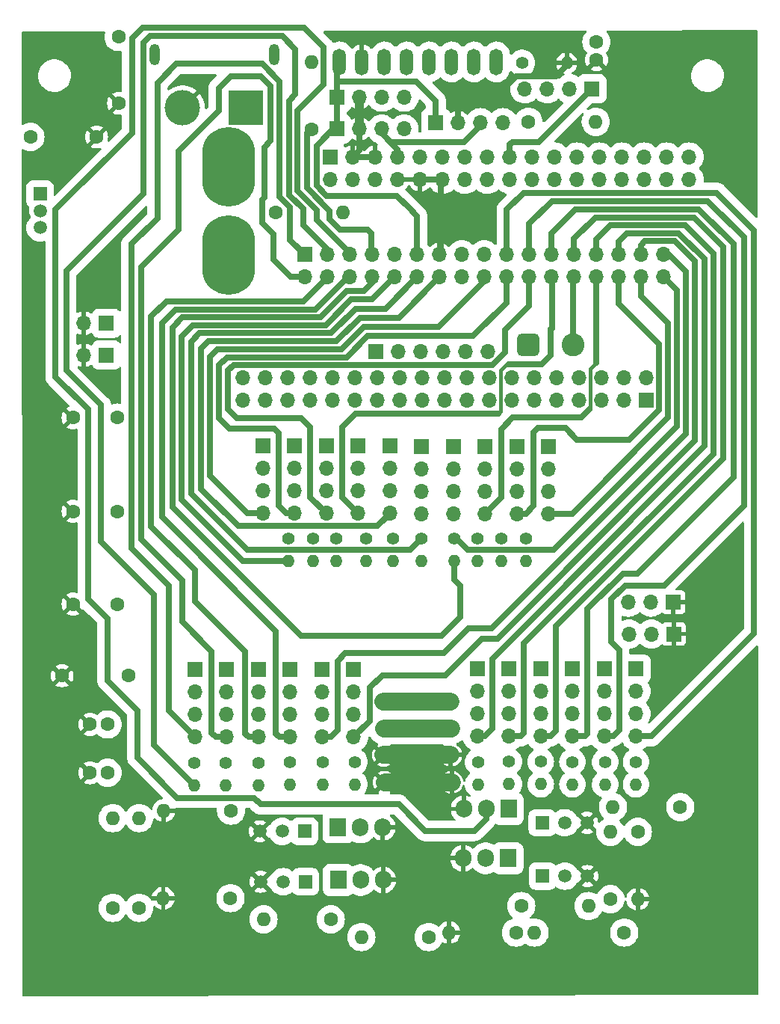
<source format=gbr>
%TF.GenerationSoftware,KiCad,Pcbnew,7.0.2*%
%TF.CreationDate,2023-07-14T13:18:18-03:00*%
%TF.ProjectId,HM_CENTRAL-02,484d5f43-454e-4545-9241-4c2d30322e6b,rev?*%
%TF.SameCoordinates,Original*%
%TF.FileFunction,Copper,L1,Top*%
%TF.FilePolarity,Positive*%
%FSLAX46Y46*%
G04 Gerber Fmt 4.6, Leading zero omitted, Abs format (unit mm)*
G04 Created by KiCad (PCBNEW 7.0.2) date 2023-07-14 13:18:18*
%MOMM*%
%LPD*%
G01*
G04 APERTURE LIST*
G04 Aperture macros list*
%AMRoundRect*
0 Rectangle with rounded corners*
0 $1 Rounding radius*
0 $2 $3 $4 $5 $6 $7 $8 $9 X,Y pos of 4 corners*
0 Add a 4 corners polygon primitive as box body*
4,1,4,$2,$3,$4,$5,$6,$7,$8,$9,$2,$3,0*
0 Add four circle primitives for the rounded corners*
1,1,$1+$1,$2,$3*
1,1,$1+$1,$4,$5*
1,1,$1+$1,$6,$7*
1,1,$1+$1,$8,$9*
0 Add four rect primitives between the rounded corners*
20,1,$1+$1,$2,$3,$4,$5,0*
20,1,$1+$1,$4,$5,$6,$7,0*
20,1,$1+$1,$6,$7,$8,$9,0*
20,1,$1+$1,$8,$9,$2,$3,0*%
%AMHorizOval*
0 Thick line with rounded ends*
0 $1 width*
0 $2 $3 position (X,Y) of the first rounded end (center of the circle)*
0 $4 $5 position (X,Y) of the second rounded end (center of the circle)*
0 Add line between two ends*
20,1,$1,$2,$3,$4,$5,0*
0 Add two circle primitives to create the rounded ends*
1,1,$1,$2,$3*
1,1,$1,$4,$5*%
G04 Aperture macros list end*
%TA.AperFunction,ComponentPad*%
%ADD10R,1.905000X2.000000*%
%TD*%
%TA.AperFunction,ComponentPad*%
%ADD11O,1.905000X2.000000*%
%TD*%
%TA.AperFunction,ComponentPad*%
%ADD12C,1.400000*%
%TD*%
%TA.AperFunction,ComponentPad*%
%ADD13O,1.400000X1.400000*%
%TD*%
%TA.AperFunction,ComponentPad*%
%ADD14R,1.700000X1.700000*%
%TD*%
%TA.AperFunction,ComponentPad*%
%ADD15O,1.700000X1.700000*%
%TD*%
%TA.AperFunction,ComponentPad*%
%ADD16C,1.600000*%
%TD*%
%TA.AperFunction,ComponentPad*%
%ADD17O,1.600000X1.600000*%
%TD*%
%TA.AperFunction,ComponentPad*%
%ADD18O,1.500000X3.000000*%
%TD*%
%TA.AperFunction,ComponentPad*%
%ADD19RoundRect,0.650000X-0.650000X-0.650000X0.650000X-0.650000X0.650000X0.650000X-0.650000X0.650000X0*%
%TD*%
%TA.AperFunction,ComponentPad*%
%ADD20C,2.600000*%
%TD*%
%TA.AperFunction,ComponentPad*%
%ADD21R,1.500000X1.500000*%
%TD*%
%TA.AperFunction,ComponentPad*%
%ADD22C,1.500000*%
%TD*%
%TA.AperFunction,ComponentPad*%
%ADD23HorizOval,0.800000X0.000000X0.000000X0.000000X0.000000X0*%
%TD*%
%TA.AperFunction,ComponentPad*%
%ADD24HorizOval,0.800000X0.000000X0.000000X0.000000X0.000000X0*%
%TD*%
%TA.AperFunction,ComponentPad*%
%ADD25C,0.800000*%
%TD*%
%TA.AperFunction,ComponentPad*%
%ADD26O,6.000000X9.000000*%
%TD*%
%TA.AperFunction,ComponentPad*%
%ADD27R,4.000000X4.000000*%
%TD*%
%TA.AperFunction,ComponentPad*%
%ADD28C,4.000000*%
%TD*%
%TA.AperFunction,ComponentPad*%
%ADD29O,1.200000X2.400000*%
%TD*%
%TA.AperFunction,Conductor*%
%ADD30C,0.700000*%
%TD*%
%TA.AperFunction,Conductor*%
%ADD31C,2.000000*%
%TD*%
%TA.AperFunction,Conductor*%
%ADD32C,1.000000*%
%TD*%
%TA.AperFunction,Conductor*%
%ADD33C,0.400000*%
%TD*%
G04 APERTURE END LIST*
D10*
%TO.P,Q4,1,G*%
%TO.N,Net-(Q3-C)*%
X98390000Y-130590000D03*
D11*
%TO.P,Q4,2,D*%
%TO.N,R_ARM_GND*%
X95850000Y-130590000D03*
%TO.P,Q4,3,S*%
%TO.N,GND*%
X93310000Y-130590000D03*
%TD*%
D12*
%TO.P,RM5,1*%
%TO.N,L_TX_CURRENT*%
X73500000Y-94420000D03*
D13*
%TO.P,RM5,2*%
%TO.N,L_ARM_GND*%
X73500000Y-96960000D03*
%TD*%
D12*
%TO.P,RM10,1*%
%TO.N,L_ANK_CURRENT*%
X77400000Y-119710000D03*
D13*
%TO.P,RM10,2*%
%TO.N,L_LEG_GND*%
X77400000Y-122250000D03*
%TD*%
D14*
%TO.P,M18,1,POT*%
%TO.N,R_TX_POT*%
X88600000Y-83960000D03*
D15*
%TO.P,M18,2,PWM*%
%TO.N,R_TX_PWM*%
X88600000Y-86500000D03*
%TO.P,M18,3,+*%
%TO.N,SERVO_VCC*%
X88600000Y-89040000D03*
%TO.P,M18,4,-*%
%TO.N,R_TX_CURRENT*%
X88600000Y-91580000D03*
%TD*%
D16*
%TO.P,R7,1*%
%TO.N,SHUTOFF*%
X56600000Y-136200000D03*
D17*
%TO.P,R7,2*%
%TO.N,Net-(Q5-B)*%
X56600000Y-126040000D03*
%TD*%
D16*
%TO.P,R2,1*%
%TO.N,L_ARM_CONTROL*%
X89400000Y-139500000D03*
D17*
%TO.P,R2,2*%
%TO.N,Net-(Q1-C)*%
X81780000Y-139500000D03*
%TD*%
D14*
%TO.P,M3,1,POT*%
%TO.N,L_ELBR_POT*%
X77800000Y-83920000D03*
D15*
%TO.P,M3,2,PWM*%
%TO.N,L_ELBR_PWM*%
X77800000Y-86460000D03*
%TO.P,M3,3,+*%
%TO.N,SERVO_VCC*%
X77800000Y-89000000D03*
%TO.P,M3,4,-*%
%TO.N,L_ELBR_CURRENT*%
X77800000Y-91540000D03*
%TD*%
D16*
%TO.P,C7,1*%
%TO.N,3V3*%
X108420000Y-38200000D03*
%TO.P,C7,2*%
%TO.N,GND*%
X108420000Y-40200000D03*
%TD*%
D14*
%TO.P,J6,1,Pin_1*%
%TO.N,GND*%
X117180000Y-105200000D03*
D15*
%TO.P,J6,2,Pin_2*%
%TO.N,SERVO_VCC*%
X114640000Y-105200000D03*
%TO.P,J6,3,Pin_3*%
%TO.N,R_FT_ANGLE*%
X112100000Y-105200000D03*
%TD*%
D12*
%TO.P,RM21,1*%
%TO.N,R_ELB_CURRENT*%
X97600000Y-94380000D03*
D13*
%TO.P,RM21,2*%
%TO.N,R_ARM_GND*%
X97600000Y-96920000D03*
%TD*%
D12*
%TO.P,RM14,1*%
%TO.N,R_FT_CURRENT*%
X95000000Y-119680000D03*
D13*
%TO.P,RM14,2*%
%TO.N,R_LEG_GND*%
X95000000Y-122220000D03*
%TD*%
D16*
%TO.P,R4,1*%
%TO.N,SHUTOFF*%
X99890000Y-136000000D03*
D17*
%TO.P,R4,2*%
%TO.N,Net-(Q3-B)*%
X107510000Y-136000000D03*
%TD*%
D14*
%TO.P,M19,1,POT*%
%TO.N,R_SH_POT*%
X92200000Y-83960000D03*
D15*
%TO.P,M19,2,PWM*%
%TO.N,R_SH_PWM*%
X92200000Y-86500000D03*
%TO.P,M19,3,+*%
%TO.N,SERVO_VCC*%
X92200000Y-89040000D03*
%TO.P,M19,4,-*%
%TO.N,R_SH_CURRENT*%
X92200000Y-91580000D03*
%TD*%
D18*
%TO.P,U3,ADO,ADO*%
%TO.N,unconnected-(U3-PadADO)*%
X94530000Y-40440000D03*
%TO.P,U3,GND,GND*%
%TO.N,GND*%
X81830000Y-40440000D03*
%TO.P,U3,INT,INT*%
%TO.N,unconnected-(U3-PadINT)*%
X97070000Y-40440000D03*
%TO.P,U3,SCL,SCL*%
%TO.N,SCL*%
X84370000Y-40440000D03*
%TO.P,U3,SDA,SDA*%
%TO.N,SDA*%
X86910000Y-40440000D03*
%TO.P,U3,VCC,VCC*%
%TO.N,3V3*%
X79290000Y-40440000D03*
%TO.P,U3,XCL,XCL*%
%TO.N,unconnected-(U3-PadXCL)*%
X89450000Y-40440000D03*
%TO.P,U3,XDA,XDA*%
%TO.N,unconnected-(U3-PadXDA)*%
X91990000Y-40440000D03*
%TD*%
D19*
%TO.P,J7,1,Pin_1*%
%TO.N,3V3*%
X100660000Y-72500000D03*
D20*
%TO.P,J7,2,Pin_2*%
%TO.N,SHUTOFF*%
X105740000Y-72500000D03*
%TD*%
D14*
%TO.P,M23,1,POT*%
%TO.N,HD_POT*%
X107920000Y-43490000D03*
D15*
%TO.P,M23,2,PWM*%
%TO.N,HD_PWM*%
X105380000Y-43490000D03*
%TO.P,M23,3,+*%
%TO.N,SERVO_VCC*%
X102840000Y-43490000D03*
%TO.P,M23,4,-*%
%TO.N,HD_CURRENT*%
X100300000Y-43490000D03*
%TD*%
D14*
%TO.P,J5,1,Pin_1*%
%TO.N,GND*%
X117140000Y-101600000D03*
D15*
%TO.P,J5,2,Pin_2*%
%TO.N,SERVO_VCC*%
X114600000Y-101600000D03*
%TO.P,J5,3,Pin_3*%
%TO.N,L_FT_ANGLE*%
X112060000Y-101600000D03*
%TD*%
D16*
%TO.P,C9,1*%
%TO.N,GND*%
X51770000Y-48940000D03*
%TO.P,C9,2*%
%TO.N,I_SENS*%
X44270000Y-48940000D03*
%TD*%
%TO.P,R5,1*%
%TO.N,R_ARM_CONTROL*%
X111560000Y-139000000D03*
D17*
%TO.P,R5,2*%
%TO.N,Net-(Q3-C)*%
X101400000Y-139000000D03*
%TD*%
D10*
%TO.P,Q8,1,G*%
%TO.N,Net-(Q7-C)*%
X98450000Y-125005000D03*
D11*
%TO.P,Q8,2,D*%
%TO.N,R_LEG_GND*%
X95910000Y-125005000D03*
%TO.P,Q8,3,S*%
%TO.N,GND*%
X93370000Y-125005000D03*
%TD*%
D21*
%TO.P,Q7,1,C*%
%TO.N,Net-(Q7-C)*%
X102270000Y-126570000D03*
D22*
%TO.P,Q7,2,B*%
%TO.N,Net-(Q7-B)*%
X104810000Y-126570000D03*
%TO.P,Q7,3,E*%
%TO.N,GND*%
X107350000Y-126570000D03*
%TD*%
D14*
%TO.P,M4,1,POT*%
%TO.N,L_SH_POT*%
X74200000Y-83920000D03*
D15*
%TO.P,M4,2,PWM*%
%TO.N,L_SH_PWM*%
X74200000Y-86460000D03*
%TO.P,M4,3,+*%
%TO.N,SERVO_VCC*%
X74200000Y-89000000D03*
%TO.P,M4,4,-*%
%TO.N,L_SH_CURRENT*%
X74200000Y-91540000D03*
%TD*%
D16*
%TO.P,C8,1*%
%TO.N,3V3*%
X54270000Y-37630000D03*
%TO.P,C8,2*%
%TO.N,GND*%
X54270000Y-45130000D03*
%TD*%
%TO.P,R35,1*%
%TO.N,Net-(Q7-C)*%
X113100000Y-127590000D03*
D17*
%TO.P,R35,2*%
%TO.N,GND*%
X113100000Y-135210000D03*
%TD*%
D14*
%TO.P,J9,1,Pin_1*%
%TO.N,3V3*%
X78990000Y-48040000D03*
D15*
%TO.P,J9,2,Pin_2*%
%TO.N,GND*%
X81530000Y-48040000D03*
%TO.P,J9,3,Pin_3*%
%TO.N,SCL*%
X84070000Y-48040000D03*
%TO.P,J9,4,Pin_4*%
%TO.N,SDA*%
X86610000Y-48040000D03*
%TD*%
D16*
%TO.P,R3,1*%
%TO.N,Net-(Q1-C)*%
X66942500Y-135100000D03*
D17*
%TO.P,R3,2*%
%TO.N,GND*%
X59322500Y-135100000D03*
%TD*%
D12*
%TO.P,RM23,1*%
%TO.N,HD_CURRENT*%
X99970000Y-40570000D03*
D13*
%TO.P,RM23,2*%
%TO.N,GND*%
X105050000Y-40570000D03*
%TD*%
D14*
%TO.P,M12,1,POT*%
%TO.N,R_FT_POT*%
X94900000Y-109160000D03*
D15*
%TO.P,M12,2,PWM*%
%TO.N,R_FT_PWM*%
X94900000Y-111700000D03*
%TO.P,M12,3,+*%
%TO.N,SERVO_VCC*%
X94900000Y-114240000D03*
%TO.P,M12,4,-*%
%TO.N,R_FT_CURRENT*%
X94900000Y-116780000D03*
%TD*%
D16*
%TO.P,C1,1*%
%TO.N,SERVO_VCC*%
X55355000Y-109920000D03*
%TO.P,C1,2*%
%TO.N,GND*%
X47855000Y-109920000D03*
%TD*%
D12*
%TO.P,RM7,1*%
%TO.N,L_TG_CURRENT*%
X66400000Y-119760000D03*
D13*
%TO.P,RM7,2*%
%TO.N,L_LEG_GND*%
X66400000Y-122300000D03*
%TD*%
D14*
%TO.P,J4,1,Pin_1*%
%TO.N,L_HP_POT*%
X78280000Y-51210000D03*
D15*
%TO.P,J4,2,Pin_2*%
%TO.N,L_TG_POT*%
X78280000Y-53750000D03*
%TO.P,J4,3,Pin_3*%
%TO.N,GND*%
X80820000Y-51210000D03*
%TO.P,J4,4,Pin_4*%
%TO.N,L_KNR_POT*%
X80820000Y-53750000D03*
%TO.P,J4,5,Pin_5*%
%TO.N,GND*%
X83360000Y-51210000D03*
%TO.P,J4,6,Pin_6*%
%TO.N,L_KN_POT*%
X83360000Y-53750000D03*
%TO.P,J4,7,Pin_7*%
%TO.N,SCL*%
X85900000Y-51210000D03*
%TO.P,J4,8,Pin_8*%
%TO.N,GND*%
X85900000Y-53750000D03*
%TO.P,J4,9,Pin_9*%
%TO.N,SDA*%
X88440000Y-51210000D03*
%TO.P,J4,10,Pin_10*%
%TO.N,GND*%
X88440000Y-53750000D03*
%TO.P,J4,11,Pin_11*%
%TO.N,3V3*%
X90980000Y-51210000D03*
%TO.P,J4,12,Pin_12*%
%TO.N,R_TX_POT*%
X90980000Y-53750000D03*
%TO.P,J4,13,Pin_13*%
%TO.N,GND*%
X93520000Y-51210000D03*
%TO.P,J4,14,Pin_14*%
%TO.N,L_HND_POT*%
X93520000Y-53750000D03*
%TO.P,J4,15,Pin_15*%
%TO.N,SERVO_VCC*%
X96060000Y-51210000D03*
%TO.P,J4,16,Pin_16*%
X96060000Y-53750000D03*
%TO.P,J4,17,Pin_17*%
%TO.N,HD_POT*%
X98600000Y-51210000D03*
%TO.P,J4,18,Pin_18*%
%TO.N,L_TX_POT*%
X98600000Y-53750000D03*
%TO.P,J4,19,Pin_19*%
%TO.N,R_HP_POT*%
X101140000Y-51210000D03*
%TO.P,J4,20,Pin_20*%
%TO.N,L_SH_POT*%
X101140000Y-53750000D03*
%TO.P,J4,21,Pin_21*%
%TO.N,R_TG_POT*%
X103680000Y-51210000D03*
%TO.P,J4,22,Pin_22*%
%TO.N,L_ELBR_POT*%
X103680000Y-53750000D03*
%TO.P,J4,23,Pin_23*%
%TO.N,R_KNR_POT*%
X106220000Y-51210000D03*
%TO.P,J4,24,Pin_24*%
%TO.N,L_ELB_POT*%
X106220000Y-53750000D03*
%TO.P,J4,25,Pin_25*%
%TO.N,R_KN_POT*%
X108760000Y-51210000D03*
%TO.P,J4,26,Pin_26*%
%TO.N,SHUTOFF*%
X108760000Y-53750000D03*
%TO.P,J4,27,Pin_27*%
%TO.N,R_ANK_POT*%
X111300000Y-51210000D03*
%TO.P,J4,28,Pin_28*%
%TO.N,R_ELBR_POT*%
X111300000Y-53750000D03*
%TO.P,J4,29,Pin_29*%
%TO.N,R_FT_POT*%
X113840000Y-51210000D03*
%TO.P,J4,30,Pin_30*%
%TO.N,R_ELB_POT*%
X113840000Y-53750000D03*
%TO.P,J4,31,Pin_31*%
%TO.N,L_FT_POT*%
X116380000Y-51210000D03*
%TO.P,J4,32,Pin_32*%
%TO.N,R_HND_POT*%
X116380000Y-53750000D03*
%TO.P,J4,33,Pin_33*%
%TO.N,L_ANK_POT*%
X118920000Y-51210000D03*
%TO.P,J4,34,Pin_34*%
%TO.N,R_SH_POT*%
X118920000Y-53750000D03*
%TD*%
D14*
%TO.P,M8,1,POT*%
%TO.N,L_KNR_POT*%
X70100000Y-109260000D03*
D15*
%TO.P,M8,2,PWM*%
%TO.N,L_KNR_PWM*%
X70100000Y-111800000D03*
%TO.P,M8,3,+*%
%TO.N,SERVO_VCC*%
X70100000Y-114340000D03*
%TO.P,M8,4,-*%
%TO.N,L_KNR_CURRENT*%
X70100000Y-116880000D03*
%TD*%
D10*
%TO.P,Q6,1,G*%
%TO.N,Net-(Q5-C)*%
X79120000Y-127100000D03*
D11*
%TO.P,Q6,2,D*%
%TO.N,L_LEG_GND*%
X81660000Y-127100000D03*
%TO.P,Q6,3,S*%
%TO.N,GND*%
X84200000Y-127100000D03*
%TD*%
D12*
%TO.P,RM17,1*%
%TO.N,R_HP_CURRENT*%
X112900000Y-119680000D03*
D13*
%TO.P,RM17,2*%
%TO.N,R_LEG_GND*%
X112900000Y-122220000D03*
%TD*%
D12*
%TO.P,RM15,1*%
%TO.N,R_KNR_CURRENT*%
X105700000Y-119680000D03*
D13*
%TO.P,RM15,2*%
%TO.N,R_LEG_GND*%
X105700000Y-122220000D03*
%TD*%
D12*
%TO.P,RM18,1*%
%TO.N,R_TX_CURRENT*%
X88600000Y-94400000D03*
D13*
%TO.P,RM18,2*%
%TO.N,R_ARM_GND*%
X88600000Y-96940000D03*
%TD*%
D12*
%TO.P,RM1,1*%
%TO.N,L_HND_CURRENT*%
X85400000Y-94420000D03*
D13*
%TO.P,RM1,2*%
%TO.N,L_ARM_GND*%
X85400000Y-96960000D03*
%TD*%
D12*
%TO.P,RM4,1*%
%TO.N,L_SH_CURRENT*%
X76300000Y-94420000D03*
D13*
%TO.P,RM4,2*%
%TO.N,L_ARM_GND*%
X76300000Y-96960000D03*
%TD*%
D14*
%TO.P,J10,1,Pin_1*%
%TO.N,3V3*%
X90190000Y-47330000D03*
D15*
%TO.P,J10,2,Pin_2*%
%TO.N,GND*%
X92730000Y-47330000D03*
%TO.P,J10,3,Pin_3*%
%TO.N,SCL*%
X95270000Y-47330000D03*
%TO.P,J10,4,Pin_4*%
%TO.N,SDA*%
X97810000Y-47330000D03*
%TD*%
D21*
%TO.P,U1,1,VCC*%
%TO.N,3V3*%
X45355000Y-55400000D03*
D22*
%TO.P,U1,2,GND*%
%TO.N,GND*%
X45355000Y-57310000D03*
%TO.P,U1,3,VIOUT*%
%TO.N,I_SENS*%
X45355000Y-59220000D03*
D23*
%TO.P,U1,4,IP+*%
%TO.N,SERVO_VCC*%
X67385000Y-58360000D03*
D24*
X66125000Y-58360000D03*
D25*
X68415000Y-59110000D03*
X65095000Y-59110000D03*
X68805000Y-60310000D03*
X64705000Y-60310000D03*
X68805000Y-61640000D03*
X64705000Y-61640000D03*
D26*
X66755000Y-62310000D03*
D25*
X68805000Y-62980000D03*
X64705000Y-62980000D03*
X68805000Y-64310000D03*
X64705000Y-64310000D03*
X68415000Y-65510000D03*
X65095000Y-65510000D03*
X67385000Y-66260000D03*
X66125000Y-66260000D03*
%TO.P,U1,5,IP-*%
%TO.N,Net-(J1-+)*%
X67385000Y-48360000D03*
X66125000Y-48360000D03*
X68415000Y-49110000D03*
X65095000Y-49110000D03*
X68805000Y-50310000D03*
X64705000Y-50310000D03*
X68805000Y-51640000D03*
X64705000Y-51640000D03*
D26*
X66755000Y-52310000D03*
D25*
X68805000Y-52980000D03*
X64705000Y-52980000D03*
X68805000Y-54310000D03*
X64705000Y-54310000D03*
X68415000Y-55510000D03*
X65095000Y-55510000D03*
D24*
X67385000Y-56260000D03*
D23*
X66125000Y-56260000D03*
%TD*%
D16*
%TO.P,R17,1*%
%TO.N,SERVO_VCC*%
X72100000Y-57520000D03*
D17*
%TO.P,R17,2*%
X79720000Y-57520000D03*
%TD*%
D14*
%TO.P,M17,1,POT*%
%TO.N,R_HP_POT*%
X112900000Y-109160000D03*
D15*
%TO.P,M17,2,PWM*%
%TO.N,R_HP_PWM*%
X112900000Y-111700000D03*
%TO.P,M17,3,+*%
%TO.N,SERVO_VCC*%
X112900000Y-114240000D03*
%TO.P,M17,4,-*%
%TO.N,R_HP_CURRENT*%
X112900000Y-116780000D03*
%TD*%
D14*
%TO.P,M11,1,POT*%
%TO.N,L_FT_POT*%
X80900000Y-109240000D03*
D15*
%TO.P,M11,2,PWM*%
%TO.N,L_FT_PWM*%
X80900000Y-111780000D03*
%TO.P,M11,3,+*%
%TO.N,SERVO_VCC*%
X80900000Y-114320000D03*
%TO.P,M11,4,-*%
%TO.N,L_FT_CURRENT*%
X80900000Y-116860000D03*
%TD*%
D10*
%TO.P,Q2,1,G*%
%TO.N,Net-(Q1-C)*%
X79160000Y-133045000D03*
D11*
%TO.P,Q2,2,D*%
%TO.N,L_ARM_GND*%
X81700000Y-133045000D03*
%TO.P,Q2,3,S*%
%TO.N,GND*%
X84240000Y-133045000D03*
%TD*%
D16*
%TO.P,C6,1*%
%TO.N,SERVO_VCC*%
X54105000Y-101820000D03*
%TO.P,C6,2*%
%TO.N,GND*%
X49105000Y-101820000D03*
%TD*%
%TO.P,C2,1*%
%TO.N,SERVO_VCC*%
X53020000Y-115440000D03*
%TO.P,C2,2*%
%TO.N,GND*%
X51020000Y-115440000D03*
%TD*%
D14*
%TO.P,M9,1,POT*%
%TO.N,L_KN_POT*%
X73700000Y-109260000D03*
D15*
%TO.P,M9,2,PWM*%
%TO.N,L_KN_PWM*%
X73700000Y-111800000D03*
%TO.P,M9,3,+*%
%TO.N,SERVO_VCC*%
X73700000Y-114340000D03*
%TO.P,M9,4,-*%
%TO.N,L_KN_CURRENT*%
X73700000Y-116880000D03*
%TD*%
D12*
%TO.P,RM11,1*%
%TO.N,L_KN_CURRENT*%
X73700000Y-119680000D03*
D13*
%TO.P,RM11,2*%
%TO.N,L_LEG_GND*%
X73700000Y-122220000D03*
%TD*%
D16*
%TO.P,R39,1*%
%TO.N,SDA*%
X100720000Y-47230000D03*
D17*
%TO.P,R39,2*%
%TO.N,3V3*%
X108340000Y-47230000D03*
%TD*%
D14*
%TO.P,M13,1,POT*%
%TO.N,R_ANK_POT*%
X98500000Y-109160000D03*
D15*
%TO.P,M13,2,PWM*%
%TO.N,R_ANK_PWM*%
X98500000Y-111700000D03*
%TO.P,M13,3,+*%
%TO.N,SERVO_VCC*%
X98500000Y-114240000D03*
%TO.P,M13,4,-*%
%TO.N,R_ANK_CURRENT*%
X98500000Y-116780000D03*
%TD*%
D14*
%TO.P,M20,1,POT*%
%TO.N,R_ELBR_POT*%
X95800000Y-83960000D03*
D15*
%TO.P,M20,2,PWM*%
%TO.N,R_ELBR_PWM*%
X95800000Y-86500000D03*
%TO.P,M20,3,+*%
%TO.N,SERVO_VCC*%
X95800000Y-89040000D03*
%TO.P,M20,4,-*%
%TO.N,R_ELBR_CURRENT*%
X95800000Y-91580000D03*
%TD*%
D14*
%TO.P,M15,1,POT*%
%TO.N,R_KNR_POT*%
X105700000Y-109160000D03*
D15*
%TO.P,M15,2,PWM*%
%TO.N,R_KNR_PWM*%
X105700000Y-111700000D03*
%TO.P,M15,3,+*%
%TO.N,SERVO_VCC*%
X105700000Y-114240000D03*
%TO.P,M15,4,-*%
%TO.N,R_KNR_CURRENT*%
X105700000Y-116780000D03*
%TD*%
D21*
%TO.P,Q5,1,C*%
%TO.N,Net-(Q5-C)*%
X75340000Y-127540000D03*
D22*
%TO.P,Q5,2,B*%
%TO.N,Net-(Q5-B)*%
X72800000Y-127540000D03*
%TO.P,Q5,3,E*%
%TO.N,GND*%
X70260000Y-127540000D03*
%TD*%
D14*
%TO.P,M1,1,POT*%
%TO.N,L_HND_POT*%
X85000000Y-83920000D03*
D15*
%TO.P,M1,2,PWM*%
%TO.N,L_HND_PWM*%
X85000000Y-86460000D03*
%TO.P,M1,3,+*%
%TO.N,SERVO_VCC*%
X85000000Y-89000000D03*
%TO.P,M1,4,-*%
%TO.N,L_HND_CURRENT*%
X85000000Y-91540000D03*
%TD*%
D12*
%TO.P,RM20,1*%
%TO.N,R_ELBR_CURRENT*%
X94900000Y-94400000D03*
D13*
%TO.P,RM20,2*%
%TO.N,R_ARM_GND*%
X94900000Y-96940000D03*
%TD*%
D14*
%TO.P,M5,1,POT*%
%TO.N,L_TX_POT*%
X70600000Y-83920000D03*
D15*
%TO.P,M5,2,PWM*%
%TO.N,L_TX_PWM*%
X70600000Y-86460000D03*
%TO.P,M5,3,+*%
%TO.N,SERVO_VCC*%
X70600000Y-89000000D03*
%TO.P,M5,4,-*%
%TO.N,L_TX_CURRENT*%
X70600000Y-91540000D03*
%TD*%
D14*
%TO.P,J3,1,Pin_1*%
%TO.N,L_HP_CURRENT*%
X75380000Y-62270000D03*
D15*
%TO.P,J3,2,Pin_2*%
%TO.N,L_TG_CURRENT*%
X75380000Y-64810000D03*
%TO.P,J3,3,Pin_3*%
%TO.N,L_LEG_GND*%
X77920000Y-62270000D03*
%TO.P,J3,4,Pin_4*%
%TO.N,L_KNR_CURRENT*%
X77920000Y-64810000D03*
%TO.P,J3,5,Pin_5*%
%TO.N,R_LEG_GND*%
X80460000Y-62270000D03*
%TO.P,J3,6,Pin_6*%
%TO.N,L_KN_CURRENT*%
X80460000Y-64810000D03*
%TO.P,J3,7,Pin_7*%
%TO.N,SCL*%
X83000000Y-62270000D03*
%TO.P,J3,8,Pin_8*%
%TO.N,R_ARM_GND*%
X83000000Y-64810000D03*
%TO.P,J3,9,Pin_9*%
%TO.N,SDA*%
X85540000Y-62270000D03*
%TO.P,J3,10,Pin_10*%
%TO.N,L_ARM_GND*%
X85540000Y-64810000D03*
%TO.P,J3,11,Pin_11*%
%TO.N,3V3*%
X88080000Y-62270000D03*
%TO.P,J3,12,Pin_12*%
%TO.N,R_TX_CURRENT*%
X88080000Y-64810000D03*
%TO.P,J3,13,Pin_13*%
%TO.N,GND*%
X90620000Y-62270000D03*
%TO.P,J3,14,Pin_14*%
%TO.N,L_HND_CURRENT*%
X90620000Y-64810000D03*
%TO.P,J3,15,Pin_15*%
%TO.N,SERVO_VCC*%
X93160000Y-62270000D03*
%TO.P,J3,16,Pin_16*%
X93160000Y-64810000D03*
%TO.P,J3,17,Pin_17*%
%TO.N,HD_CURRENT*%
X95700000Y-62270000D03*
%TO.P,J3,18,Pin_18*%
%TO.N,L_TX_CURRENT*%
X95700000Y-64810000D03*
%TO.P,J3,19,Pin_19*%
%TO.N,R_HP_CURRENT*%
X98240000Y-62270000D03*
%TO.P,J3,20,Pin_20*%
%TO.N,L_SH_CURRENT*%
X98240000Y-64810000D03*
%TO.P,J3,21,Pin_21*%
%TO.N,R_TG_CURRENT*%
X100780000Y-62270000D03*
%TO.P,J3,22,Pin_22*%
%TO.N,L_ELBR_CURRENT*%
X100780000Y-64810000D03*
%TO.P,J3,23,Pin_23*%
%TO.N,R_KNR_CURRENT*%
X103320000Y-62270000D03*
%TO.P,J3,24,Pin_24*%
%TO.N,L_ELB_CURRENT*%
X103320000Y-64810000D03*
%TO.P,J3,25,Pin_25*%
%TO.N,R_KN_CURRENT*%
X105860000Y-62270000D03*
%TO.P,J3,26,Pin_26*%
%TO.N,SHUTOFF*%
X105860000Y-64810000D03*
%TO.P,J3,27,Pin_27*%
%TO.N,R_ANK_CURRENT*%
X108400000Y-62270000D03*
%TO.P,J3,28,Pin_28*%
%TO.N,R_ELBR_CURRENT*%
X108400000Y-64810000D03*
%TO.P,J3,29,Pin_29*%
%TO.N,R_FT_CURRENT*%
X110940000Y-62270000D03*
%TO.P,J3,30,Pin_30*%
%TO.N,R_ELB_CURRENT*%
X110940000Y-64810000D03*
%TO.P,J3,31,Pin_31*%
%TO.N,L_FT_CURRENT*%
X113480000Y-62270000D03*
%TO.P,J3,32,Pin_32*%
%TO.N,R_HND_CURRENT*%
X113480000Y-64810000D03*
%TO.P,J3,33,Pin_33*%
%TO.N,L_ANK_CURRENT*%
X116020000Y-62270000D03*
%TO.P,J3,34,Pin_34*%
%TO.N,R_SH_CURRENT*%
X116020000Y-64810000D03*
%TD*%
D12*
%TO.P,RM16,1*%
%TO.N,R_TG_CURRENT*%
X109400000Y-119680000D03*
D13*
%TO.P,RM16,2*%
%TO.N,R_LEG_GND*%
X109400000Y-122220000D03*
%TD*%
D21*
%TO.P,Q3,1,C*%
%TO.N,Net-(Q3-C)*%
X102310000Y-132610000D03*
D22*
%TO.P,Q3,2,B*%
%TO.N,Net-(Q3-B)*%
X104850000Y-132610000D03*
%TO.P,Q3,3,E*%
%TO.N,GND*%
X107390000Y-132610000D03*
%TD*%
D12*
%TO.P,RM12,1*%
%TO.N,R_KN_CURRENT*%
X102100000Y-119660000D03*
D13*
%TO.P,RM12,2*%
%TO.N,R_LEG_GND*%
X102100000Y-122200000D03*
%TD*%
D14*
%TO.P,M16,1,POT*%
%TO.N,R_TG_POT*%
X109300000Y-109160000D03*
D15*
%TO.P,M16,2,PWM*%
%TO.N,R_TG_PWM*%
X109300000Y-111700000D03*
%TO.P,M16,3,+*%
%TO.N,SERVO_VCC*%
X109300000Y-114240000D03*
%TO.P,M16,4,-*%
%TO.N,R_TG_CURRENT*%
X109300000Y-116780000D03*
%TD*%
D14*
%TO.P,M6,1,POT*%
%TO.N,L_HP_POT*%
X62900000Y-109260000D03*
D15*
%TO.P,M6,2,PWM*%
%TO.N,L_HP_PWM*%
X62900000Y-111800000D03*
%TO.P,M6,3,+*%
%TO.N,SERVO_VCC*%
X62900000Y-114340000D03*
%TO.P,M6,4,-*%
%TO.N,L_HP_CURRENT*%
X62900000Y-116880000D03*
%TD*%
D21*
%TO.P,Q1,1,C*%
%TO.N,Net-(Q1-C)*%
X75440000Y-133240000D03*
D22*
%TO.P,Q1,2,B*%
%TO.N,Net-(Q1-B)*%
X72900000Y-133240000D03*
%TO.P,Q1,3,E*%
%TO.N,GND*%
X70360000Y-133240000D03*
%TD*%
D12*
%TO.P,RM19,1*%
%TO.N,R_SH_CURRENT*%
X92300000Y-94400000D03*
D13*
%TO.P,RM19,2*%
%TO.N,R_ARM_GND*%
X92300000Y-96940000D03*
%TD*%
D14*
%TO.P,M7,1,POT*%
%TO.N,L_TG_POT*%
X66500000Y-109260000D03*
D15*
%TO.P,M7,2,PWM*%
%TO.N,L_TG_PWM*%
X66500000Y-111800000D03*
%TO.P,M7,3,+*%
%TO.N,SERVO_VCC*%
X66500000Y-114340000D03*
%TO.P,M7,4,-*%
%TO.N,L_TG_CURRENT*%
X66500000Y-116880000D03*
%TD*%
D14*
%TO.P,M21,1,POT*%
%TO.N,R_ELB_POT*%
X99400000Y-83960000D03*
D15*
%TO.P,M21,2,PWM*%
%TO.N,R_ELB_PWM*%
X99400000Y-86500000D03*
%TO.P,M21,3,+*%
%TO.N,SERVO_VCC*%
X99400000Y-89040000D03*
%TO.P,M21,4,-*%
%TO.N,R_ELB_CURRENT*%
X99400000Y-91580000D03*
%TD*%
D16*
%TO.P,R9,1*%
%TO.N,Net-(Q5-C)*%
X67010000Y-125200000D03*
D17*
%TO.P,R9,2*%
%TO.N,GND*%
X59390000Y-125200000D03*
%TD*%
D16*
%TO.P,C5,1*%
%TO.N,SERVO_VCC*%
X54105000Y-91320000D03*
%TO.P,C5,2*%
%TO.N,GND*%
X49105000Y-91320000D03*
%TD*%
D12*
%TO.P,RM2,1*%
%TO.N,L_ELB_CURRENT*%
X82300000Y-94420000D03*
D13*
%TO.P,RM2,2*%
%TO.N,L_ARM_GND*%
X82300000Y-96960000D03*
%TD*%
D14*
%TO.P,M24,1,+*%
%TO.N,SERVO_VCC*%
X52880000Y-73620000D03*
D15*
%TO.P,M24,2,-*%
%TO.N,GND*%
X50340000Y-73620000D03*
%TD*%
D12*
%TO.P,RM3,1*%
%TO.N,L_ELBR_CURRENT*%
X78900000Y-94420000D03*
D13*
%TO.P,RM3,2*%
%TO.N,L_ARM_GND*%
X78900000Y-96960000D03*
%TD*%
D16*
%TO.P,R16,1*%
%TO.N,GND*%
X84290000Y-118900000D03*
D17*
%TO.P,R16,2*%
X91910000Y-118900000D03*
%TD*%
D14*
%TO.P,M25,1,+*%
%TO.N,SERVO_VCC*%
X52880000Y-70020000D03*
D15*
%TO.P,M25,2,-*%
%TO.N,GND*%
X50340000Y-70020000D03*
%TD*%
D14*
%TO.P,J2,1,Pin_1*%
%TO.N,L_FT_ANGLE*%
X114080000Y-78740000D03*
D15*
%TO.P,J2,2,Pin_2*%
%TO.N,R_LEG_CONTROL*%
X114080000Y-76200000D03*
%TO.P,J2,3,Pin_3*%
%TO.N,R_FT_ANGLE*%
X111540000Y-78740000D03*
%TO.P,J2,4,Pin_4*%
%TO.N,R_ARM_CONTROL*%
X111540000Y-76200000D03*
%TO.P,J2,5,Pin_5*%
%TO.N,R_HP_PWM*%
X109000000Y-78740000D03*
%TO.P,J2,6,Pin_6*%
%TO.N,L_ARM_CONTROL*%
X109000000Y-76200000D03*
%TO.P,J2,7,Pin_7*%
%TO.N,R_TG_PWM*%
X106460000Y-78740000D03*
%TO.P,J2,8,Pin_8*%
%TO.N,L_LEG_CONTROL*%
X106460000Y-76200000D03*
%TO.P,J2,9,Pin_9*%
%TO.N,R_KNR_PWM*%
X103920000Y-78740000D03*
%TO.P,J2,10,Pin_10*%
%TO.N,SHUTOFF*%
X103920000Y-76200000D03*
%TO.P,J2,11,Pin_11*%
%TO.N,R_KN_PWM*%
X101380000Y-78740000D03*
%TO.P,J2,12,Pin_12*%
%TO.N,I_SENS*%
X101380000Y-76200000D03*
%TO.P,J2,13,Pin_13*%
%TO.N,R_ANK_PWM*%
X98840000Y-78740000D03*
%TO.P,J2,14,Pin_14*%
%TO.N,3V3*%
X98840000Y-76200000D03*
%TO.P,J2,15,Pin_15*%
%TO.N,R_FT_PWM*%
X96300000Y-78740000D03*
%TO.P,J2,16,Pin_16*%
%TO.N,HD_PWM*%
X96300000Y-76200000D03*
%TO.P,J2,17,Pin_17*%
%TO.N,R_HND_PWM*%
X93760000Y-78740000D03*
%TO.P,J2,18,Pin_18*%
%TO.N,MAIN_TX*%
X93760000Y-76200000D03*
%TO.P,J2,19,Pin_19*%
%TO.N,R_ELB_PWM*%
X91220000Y-78740000D03*
%TO.P,J2,20,Pin_20*%
%TO.N,MAIN_RX*%
X91220000Y-76200000D03*
%TO.P,J2,21,Pin_21*%
%TO.N,R_ELBR_PWM*%
X88680000Y-78740000D03*
%TO.P,J2,22,Pin_22*%
%TO.N,SDA*%
X88680000Y-76200000D03*
%TO.P,J2,23,Pin_23*%
%TO.N,R_SH_PWM*%
X86140000Y-78740000D03*
%TO.P,J2,24,Pin_24*%
%TO.N,SCL*%
X86140000Y-76200000D03*
%TO.P,J2,25,Pin_25*%
%TO.N,R_TX_PWM*%
X83600000Y-78740000D03*
%TO.P,J2,26,Pin_26*%
%TO.N,GND*%
X83600000Y-76200000D03*
%TO.P,J2,27,Pin_27*%
%TO.N,L_HND_PWM*%
X81060000Y-78740000D03*
%TO.P,J2,28,Pin_28*%
%TO.N,SERVO_VCC*%
X81060000Y-76200000D03*
%TO.P,J2,29,Pin_29*%
%TO.N,L_ELB_PWM*%
X78520000Y-78740000D03*
%TO.P,J2,30,Pin_30*%
%TO.N,L_HP_PWM*%
X78520000Y-76200000D03*
%TO.P,J2,31,Pin_31*%
%TO.N,L_ELBR_PWM*%
X75980000Y-78740000D03*
%TO.P,J2,32,Pin_32*%
%TO.N,L_TG_PWM*%
X75980000Y-76200000D03*
%TO.P,J2,33,Pin_33*%
%TO.N,L_SH_PWM*%
X73440000Y-78740000D03*
%TO.P,J2,34,Pin_34*%
%TO.N,L_KNR_PWM*%
X73440000Y-76200000D03*
%TO.P,J2,35,Pin_35*%
%TO.N,L_TX_PWM*%
X70900000Y-78740000D03*
%TO.P,J2,36,Pin_36*%
%TO.N,L_KN_PWM*%
X70900000Y-76200000D03*
%TO.P,J2,37,Pin_37*%
%TO.N,L_FT_PWM*%
X68360000Y-78740000D03*
%TO.P,J2,38,Pin_38*%
%TO.N,L_ANK_PWM*%
X68360000Y-76200000D03*
%TD*%
D12*
%TO.P,RM22,1*%
%TO.N,R_HND_CURRENT*%
X100400000Y-94380000D03*
D13*
%TO.P,RM22,2*%
%TO.N,R_ARM_GND*%
X100400000Y-96920000D03*
%TD*%
D14*
%TO.P,J8,1,Pin_1*%
%TO.N,3V3*%
X79010000Y-44440000D03*
D15*
%TO.P,J8,2,Pin_2*%
%TO.N,GND*%
X81550000Y-44440000D03*
%TO.P,J8,3,Pin_3*%
%TO.N,SCL*%
X84090000Y-44440000D03*
%TO.P,J8,4,Pin_4*%
%TO.N,SDA*%
X86630000Y-44440000D03*
%TD*%
D16*
%TO.P,C3,1*%
%TO.N,SERVO_VCC*%
X53020000Y-120910000D03*
%TO.P,C3,2*%
%TO.N,GND*%
X51020000Y-120910000D03*
%TD*%
%TO.P,C4,1*%
%TO.N,SERVO_VCC*%
X54105000Y-80720000D03*
%TO.P,C4,2*%
%TO.N,GND*%
X49105000Y-80720000D03*
%TD*%
%TO.P,R34,1*%
%TO.N,R_LEG_CONTROL*%
X117910000Y-124800000D03*
D17*
%TO.P,R34,2*%
%TO.N,Net-(Q7-C)*%
X110290000Y-124800000D03*
%TD*%
D14*
%TO.P,M22,1,POT*%
%TO.N,R_HND_POT*%
X103000000Y-83980000D03*
D15*
%TO.P,M22,2,PWM*%
%TO.N,R_HND_PWM*%
X103000000Y-86520000D03*
%TO.P,M22,3,+*%
%TO.N,SERVO_VCC*%
X103000000Y-89060000D03*
%TO.P,M22,4,-*%
%TO.N,R_HND_CURRENT*%
X103000000Y-91600000D03*
%TD*%
D27*
%TO.P,J1,1,+*%
%TO.N,Net-(J1-+)*%
X68720000Y-45615750D03*
D28*
%TO.P,J1,2,-*%
%TO.N,GND*%
X61520000Y-45615750D03*
D29*
%TO.P,J1,S1*%
%TO.N,N/C*%
X71870000Y-39615750D03*
%TO.P,J1,S2*%
X58370000Y-39615750D03*
%TD*%
D12*
%TO.P,RM9,1*%
%TO.N,L_FT_CURRENT*%
X81000000Y-119680000D03*
D13*
%TO.P,RM9,2*%
%TO.N,L_LEG_GND*%
X81000000Y-122220000D03*
%TD*%
D14*
%TO.P,M14,1,POT*%
%TO.N,R_KN_POT*%
X102100000Y-109160000D03*
D15*
%TO.P,M14,2,PWM*%
%TO.N,R_KN_PWM*%
X102100000Y-111700000D03*
%TO.P,M14,3,+*%
%TO.N,SERVO_VCC*%
X102100000Y-114240000D03*
%TO.P,M14,4,-*%
%TO.N,R_KN_CURRENT*%
X102100000Y-116780000D03*
%TD*%
D16*
%TO.P,R38,1*%
%TO.N,SCL*%
X76120000Y-48100000D03*
D17*
%TO.P,R38,2*%
%TO.N,3V3*%
X76120000Y-40480000D03*
%TD*%
D16*
%TO.P,R1,1*%
%TO.N,SHUTOFF*%
X78310000Y-137500000D03*
D17*
%TO.P,R1,2*%
%TO.N,Net-(Q1-B)*%
X70690000Y-137500000D03*
%TD*%
D16*
%TO.P,R13,1*%
%TO.N,GND*%
X84390000Y-122000000D03*
D17*
%TO.P,R13,2*%
X92010000Y-122000000D03*
%TD*%
D16*
%TO.P,R8,1*%
%TO.N,L_LEG_CONTROL*%
X53600000Y-136200000D03*
D17*
%TO.P,R8,2*%
%TO.N,Net-(Q5-C)*%
X53600000Y-126040000D03*
%TD*%
D12*
%TO.P,RM13,1*%
%TO.N,R_ANK_CURRENT*%
X98500000Y-119660000D03*
D13*
%TO.P,RM13,2*%
%TO.N,R_LEG_GND*%
X98500000Y-122200000D03*
%TD*%
D16*
%TO.P,R11,1*%
%TO.N,SERVO_VCC*%
X84290000Y-112880000D03*
D17*
%TO.P,R11,2*%
X91910000Y-112880000D03*
%TD*%
D16*
%TO.P,R6,1*%
%TO.N,Net-(Q3-C)*%
X99310000Y-139000000D03*
D17*
%TO.P,R6,2*%
%TO.N,GND*%
X91690000Y-139000000D03*
%TD*%
D16*
%TO.P,R10,1*%
%TO.N,SHUTOFF*%
X110000000Y-135210000D03*
D17*
%TO.P,R10,2*%
%TO.N,Net-(Q7-B)*%
X110000000Y-127590000D03*
%TD*%
D16*
%TO.P,R12,1*%
%TO.N,SERVO_VCC*%
X84300000Y-115880000D03*
D17*
%TO.P,R12,2*%
X91920000Y-115880000D03*
%TD*%
D14*
%TO.P,M2,1,POT*%
%TO.N,L_ELB_POT*%
X81400000Y-83920000D03*
D15*
%TO.P,M2,2,PWM*%
%TO.N,L_ELB_PWM*%
X81400000Y-86460000D03*
%TO.P,M2,3,+*%
%TO.N,SERVO_VCC*%
X81400000Y-89000000D03*
%TO.P,M2,4,-*%
%TO.N,L_ELB_CURRENT*%
X81400000Y-91540000D03*
%TD*%
D12*
%TO.P,RM8,1*%
%TO.N,L_KNR_CURRENT*%
X70100000Y-119760000D03*
D13*
%TO.P,RM8,2*%
%TO.N,L_LEG_GND*%
X70100000Y-122300000D03*
%TD*%
D12*
%TO.P,RM6,1*%
%TO.N,L_HP_CURRENT*%
X62800000Y-119760000D03*
D13*
%TO.P,RM6,2*%
%TO.N,L_LEG_GND*%
X62800000Y-122300000D03*
%TD*%
D14*
%TO.P,M10,1,POT*%
%TO.N,L_ANK_POT*%
X77300000Y-109260000D03*
D15*
%TO.P,M10,2,PWM*%
%TO.N,L_ANK_PWM*%
X77300000Y-111800000D03*
%TO.P,M10,3,+*%
%TO.N,SERVO_VCC*%
X77300000Y-114340000D03*
%TO.P,M10,4,-*%
%TO.N,L_ANK_CURRENT*%
X77300000Y-116880000D03*
%TD*%
D14*
%TO.P,J13,1,Pin_1*%
%TO.N,SERVO_VCC*%
X83410000Y-73220000D03*
D15*
%TO.P,J13,2,Pin_2*%
%TO.N,GND*%
X85950000Y-73220000D03*
%TO.P,J13,3,Pin_3*%
%TO.N,SCL*%
X88490000Y-73220000D03*
%TO.P,J13,4,Pin_4*%
%TO.N,SDA*%
X91030000Y-73220000D03*
%TO.P,J13,5,Pin_5*%
%TO.N,MAIN_RX*%
X93570000Y-73220000D03*
%TO.P,J13,6,Pin_6*%
%TO.N,MAIN_TX*%
X96110000Y-73220000D03*
%TD*%
D30*
%TO.N,GND*%
X83360000Y-51210000D02*
X80820000Y-51210000D01*
X97290000Y-44100000D02*
X94590000Y-44100000D01*
D31*
X91890000Y-118880000D02*
X91910000Y-118900000D01*
D30*
X105350000Y-40530000D02*
X103810000Y-42070000D01*
X83330000Y-51240000D02*
X83360000Y-51210000D01*
X88440000Y-53750000D02*
X88470000Y-53780000D01*
X80820000Y-51210000D02*
X80850000Y-51240000D01*
X92730000Y-45960000D02*
X92730000Y-47330000D01*
X94590000Y-44100000D02*
X92730000Y-45960000D01*
X90950000Y-53780000D02*
X90800000Y-53930000D01*
D31*
X84310000Y-118880000D02*
X91890000Y-118880000D01*
X84290000Y-118900000D02*
X84310000Y-118880000D01*
D30*
X99320000Y-42070000D02*
X97290000Y-44100000D01*
X103810000Y-42070000D02*
X99320000Y-42070000D01*
X80850000Y-51240000D02*
X83330000Y-51240000D01*
X81530000Y-48040000D02*
X81500000Y-48070000D01*
D32*
X81530000Y-48040000D02*
X81530000Y-47370000D01*
X81540000Y-47360000D02*
X81540000Y-45300000D01*
D31*
X84390000Y-122000000D02*
X92010000Y-122000000D01*
D30*
X90800000Y-53930000D02*
X90800000Y-62090000D01*
X90800000Y-62090000D02*
X90620000Y-62270000D01*
D32*
X81530000Y-47370000D02*
X81540000Y-47360000D01*
D30*
X88470000Y-53780000D02*
X90950000Y-53780000D01*
X80820000Y-51210000D02*
X81530000Y-50500000D01*
X81530000Y-50500000D02*
X81530000Y-48040000D01*
%TO.N,L_LEG_GND*%
X48340000Y-64110000D02*
X48340000Y-75360000D01*
X73600000Y-55500000D02*
X73600000Y-44850000D01*
X58300000Y-117800000D02*
X62800000Y-122300000D01*
X57050000Y-55400000D02*
X48340000Y-64110000D01*
X74300000Y-39000000D02*
X72790000Y-37490000D01*
X57050000Y-38300000D02*
X57050000Y-55400000D01*
X77920000Y-62270000D02*
X77920000Y-61650000D01*
X74300000Y-44150000D02*
X74300000Y-39000000D01*
X52260000Y-94700000D02*
X58300000Y-100740000D01*
X72790000Y-37490000D02*
X57860000Y-37490000D01*
X48340000Y-75360000D02*
X52260000Y-79280000D01*
X73600000Y-44850000D02*
X74300000Y-44150000D01*
X77920000Y-61650000D02*
X75190000Y-58920000D01*
X57860000Y-37490000D02*
X57050000Y-38300000D01*
X52260000Y-79280000D02*
X52260000Y-94700000D01*
X75190000Y-58920000D02*
X75190000Y-57090000D01*
X75190000Y-57090000D02*
X73600000Y-55500000D01*
X58300000Y-100740000D02*
X58300000Y-117800000D01*
%TO.N,R_LEG_GND*%
X50790000Y-79770000D02*
X47110000Y-76090000D01*
X47110000Y-76090000D02*
X47110000Y-57190000D01*
X95910000Y-125005000D02*
X95910000Y-126150000D01*
X77470000Y-38760000D02*
X77470000Y-43010000D01*
X95910000Y-126150000D02*
X94560000Y-127500000D01*
X74550000Y-45930000D02*
X74550000Y-55037208D01*
X50790000Y-101270000D02*
X50790000Y-79770000D01*
X75260000Y-36550000D02*
X77470000Y-38760000D01*
X57020000Y-36550000D02*
X75260000Y-36550000D01*
X86000000Y-124500000D02*
X70400000Y-124500000D01*
X53000000Y-103480000D02*
X50790000Y-101270000D01*
X80460000Y-62070000D02*
X80460000Y-62270000D01*
X60920000Y-123750000D02*
X56400000Y-119230000D01*
X74550000Y-55037208D02*
X76717208Y-57204416D01*
X76717208Y-57204416D02*
X76717208Y-58327208D01*
X69650000Y-123750000D02*
X60920000Y-123750000D01*
X89000000Y-127500000D02*
X86000000Y-124500000D01*
X55770000Y-48530000D02*
X55770000Y-37800000D01*
X53000000Y-110500000D02*
X53000000Y-103480000D01*
X70400000Y-124500000D02*
X69650000Y-123750000D01*
X56400000Y-119230000D02*
X56400000Y-113900000D01*
X55770000Y-37800000D02*
X57020000Y-36550000D01*
X76717208Y-58327208D02*
X80460000Y-62070000D01*
X77470000Y-43010000D02*
X74550000Y-45930000D01*
X56400000Y-113900000D02*
X53000000Y-110500000D01*
X94560000Y-127500000D02*
X89000000Y-127500000D01*
X47110000Y-57190000D02*
X55770000Y-48530000D01*
%TO.N,L_ARM_GND*%
X73500000Y-96960000D02*
X68350000Y-96960000D01*
X61410000Y-71520000D02*
X62670000Y-70260000D01*
X83000000Y-67350000D02*
X85540000Y-64810000D01*
X62670000Y-70260000D02*
X77740000Y-70260000D01*
X61410000Y-90020000D02*
X61410000Y-71520000D01*
X77740000Y-70260000D02*
X80650000Y-67350000D01*
X80650000Y-67350000D02*
X83000000Y-67350000D01*
X68350000Y-96960000D02*
X61410000Y-90020000D01*
%TO.N,R_ARM_GND*%
X61510000Y-69360000D02*
X77150000Y-69360000D01*
X60340000Y-90810000D02*
X60340000Y-70530000D01*
X82060000Y-66410000D02*
X83000000Y-65470000D01*
X93000000Y-103280000D02*
X90890000Y-105390000D01*
X74920000Y-105390000D02*
X60340000Y-90810000D01*
X93000000Y-99740000D02*
X93000000Y-103280000D01*
X92300000Y-96940000D02*
X92300000Y-99040000D01*
X90890000Y-105390000D02*
X74920000Y-105390000D01*
X92300000Y-99040000D02*
X93000000Y-99740000D01*
X77150000Y-69360000D02*
X80100000Y-66410000D01*
X83000000Y-65470000D02*
X83000000Y-64810000D01*
X60340000Y-70530000D02*
X61510000Y-69360000D01*
X80100000Y-66410000D02*
X82060000Y-66410000D01*
%TO.N,3V3*%
X76690000Y-54470000D02*
X77820000Y-55600000D01*
X88080000Y-57880000D02*
X88080000Y-62270000D01*
X78990000Y-48040000D02*
X78590000Y-48040000D01*
X78590000Y-48040000D02*
X76690000Y-49940000D01*
X77820000Y-55600000D02*
X85770000Y-55600000D01*
X78980000Y-46920000D02*
X78980000Y-48030000D01*
X79290000Y-40440000D02*
X79000000Y-40730000D01*
X87180000Y-57010000D02*
X87210000Y-57010000D01*
X90200000Y-44840000D02*
X88010000Y-42650000D01*
X79000000Y-40730000D02*
X79000000Y-46900000D01*
X90200000Y-47700000D02*
X90200000Y-44840000D01*
X79000000Y-46900000D02*
X78980000Y-46920000D01*
X88010000Y-42650000D02*
X79060000Y-42650000D01*
X78980000Y-48030000D02*
X78990000Y-48040000D01*
X85770000Y-55600000D02*
X87180000Y-57010000D01*
X76690000Y-49940000D02*
X76690000Y-54470000D01*
X79060000Y-42650000D02*
X79000000Y-42710000D01*
X87210000Y-57010000D02*
X88080000Y-57880000D01*
%TO.N,L_TX_CURRENT*%
X90500000Y-70470000D02*
X95700000Y-65270000D01*
X95700000Y-65270000D02*
X95700000Y-64810000D01*
X64610000Y-73840000D02*
X65470000Y-72980000D01*
X70600000Y-91540000D02*
X68840000Y-91540000D01*
X68840000Y-91540000D02*
X64610000Y-87310000D01*
X65470000Y-72980000D02*
X79520000Y-72980000D01*
X79520000Y-72980000D02*
X82030000Y-70470000D01*
X64610000Y-87310000D02*
X64610000Y-73840000D01*
X82030000Y-70470000D02*
X90500000Y-70470000D01*
%TO.N,R_TX_CURRENT*%
X88600000Y-91900000D02*
X88600000Y-91580000D01*
X62470000Y-89330000D02*
X62470000Y-72140000D01*
X87330000Y-95670000D02*
X68810000Y-95670000D01*
X88600000Y-94400000D02*
X87330000Y-95670000D01*
X84520000Y-68370000D02*
X88080000Y-64810000D01*
X63450000Y-71160000D02*
X78300000Y-71160000D01*
X62470000Y-72140000D02*
X63450000Y-71160000D01*
X68810000Y-95670000D02*
X62470000Y-89330000D01*
X81090000Y-68370000D02*
X84520000Y-68370000D01*
X78300000Y-71160000D02*
X81090000Y-68370000D01*
%TO.N,L_SH_CURRENT*%
X74200000Y-91540000D02*
X73240000Y-91540000D01*
X82470000Y-71490000D02*
X94450000Y-71490000D01*
X66560000Y-73880000D02*
X80080000Y-73880000D01*
X72400000Y-82490000D02*
X71860000Y-81950000D01*
X73240000Y-91540000D02*
X72400000Y-90700000D01*
X65640000Y-80740000D02*
X65640000Y-74800000D01*
X71860000Y-81950000D02*
X66850000Y-81950000D01*
X72400000Y-90700000D02*
X72400000Y-82490000D01*
X98240000Y-67700000D02*
X98240000Y-64810000D01*
X66850000Y-81950000D02*
X65640000Y-80740000D01*
X80080000Y-73880000D02*
X82470000Y-71490000D01*
X65640000Y-74800000D02*
X66560000Y-73880000D01*
X94450000Y-71490000D02*
X98240000Y-67700000D01*
%TO.N,R_SH_CURRENT*%
X92300000Y-94400000D02*
X92580000Y-94400000D01*
X95417767Y-95650000D02*
X95437767Y-95630000D01*
X95437767Y-95630000D02*
X103590000Y-95630000D01*
X103590000Y-95630000D02*
X117500000Y-81720000D01*
X92580000Y-94400000D02*
X93830000Y-95650000D01*
X117500000Y-66290000D02*
X116020000Y-64810000D01*
X93830000Y-95650000D02*
X95417767Y-95650000D01*
X117500000Y-81720000D02*
X117500000Y-66290000D01*
D33*
%TO.N,L_ELB_CURRENT*%
X97580000Y-79990000D02*
X97320000Y-80250000D01*
D30*
X98460000Y-74710000D02*
X98470000Y-74700000D01*
X79600000Y-89740000D02*
X79600000Y-81800000D01*
X81400000Y-91540000D02*
X79600000Y-89740000D01*
X79600000Y-81800000D02*
X81150000Y-80250000D01*
X81150000Y-80250000D02*
X97320000Y-80250000D01*
X103350000Y-70590000D02*
X103350000Y-64840000D01*
D33*
X98210000Y-74710000D02*
X97580000Y-75340000D01*
D30*
X98470000Y-74700000D02*
X102240000Y-74700000D01*
X103350000Y-64840000D02*
X103320000Y-64810000D01*
D33*
X97580000Y-75340000D02*
X97580000Y-79990000D01*
D30*
X103260000Y-73680000D02*
X103260000Y-70680000D01*
D33*
X98460000Y-74710000D02*
X98210000Y-74710000D01*
D30*
X102240000Y-74700000D02*
X103260000Y-73680000D01*
X103260000Y-70680000D02*
X103350000Y-70590000D01*
%TO.N,R_ELB_CURRENT*%
X112140000Y-83210000D02*
X115530000Y-79820000D01*
X115530000Y-79820000D02*
X115530000Y-72420000D01*
X106190000Y-83210000D02*
X112140000Y-83210000D01*
X115530000Y-72420000D02*
X110940000Y-67830000D01*
X104890000Y-81910000D02*
X106190000Y-83210000D01*
X101300000Y-90700000D02*
X101300000Y-82410000D01*
X100420000Y-91580000D02*
X101300000Y-90700000D01*
X110940000Y-67830000D02*
X110940000Y-64810000D01*
X101300000Y-82410000D02*
X101800000Y-81910000D01*
X101800000Y-81910000D02*
X104890000Y-81910000D01*
X99400000Y-91580000D02*
X100420000Y-91580000D01*
D31*
%TO.N,SERVO_VCC*%
X84290000Y-112880000D02*
X91910000Y-112880000D01*
X84300000Y-115880000D02*
X91920000Y-115880000D01*
D30*
%TO.N,SCL*%
X78190000Y-57300000D02*
X75590000Y-54700000D01*
X93410000Y-49570000D02*
X95280000Y-47700000D01*
X82940000Y-59850000D02*
X82500000Y-59410000D01*
X82940000Y-62210000D02*
X82940000Y-59850000D01*
X83000000Y-62270000D02*
X82940000Y-62210000D01*
X85900000Y-50380000D02*
X84070000Y-48550000D01*
X82500000Y-59410000D02*
X79330000Y-59410000D01*
X75590000Y-48510000D02*
X75900000Y-48200000D01*
X85090000Y-49570000D02*
X93410000Y-49570000D01*
X79330000Y-59410000D02*
X78190000Y-58270000D01*
X84070000Y-48550000D02*
X84070000Y-48040000D01*
X85900000Y-51210000D02*
X85900000Y-50380000D01*
X78190000Y-58270000D02*
X78190000Y-57300000D01*
X75590000Y-54700000D02*
X75590000Y-48510000D01*
%TO.N,L_HP_CURRENT*%
X55700000Y-95510000D02*
X59920000Y-99730000D01*
X73690000Y-60580000D02*
X73690000Y-56910000D01*
X70540000Y-40670000D02*
X60830000Y-40670000D01*
X75380000Y-62270000D02*
X73690000Y-60580000D01*
X72520000Y-42650000D02*
X70540000Y-40670000D01*
X72520000Y-55740000D02*
X72520000Y-42650000D01*
X60830000Y-40670000D02*
X58650000Y-42850000D01*
X58650000Y-58130000D02*
X55700000Y-61080000D01*
X59920000Y-113900000D02*
X62900000Y-116880000D01*
X55700000Y-61080000D02*
X55700000Y-95510000D01*
X75380000Y-62270000D02*
X75410000Y-62300000D01*
X58650000Y-42850000D02*
X58650000Y-58130000D01*
X73690000Y-56910000D02*
X72520000Y-55740000D01*
X59920000Y-99730000D02*
X59920000Y-113900000D01*
%TO.N,R_HP_CURRENT*%
X112900000Y-116780000D02*
X114620000Y-116780000D01*
X122050000Y-55250000D02*
X100140000Y-55250000D01*
X114620000Y-116780000D02*
X126280000Y-105120000D01*
X98240000Y-57150000D02*
X98240000Y-62270000D01*
X126280000Y-105120000D02*
X126280000Y-59480000D01*
X126280000Y-59480000D02*
X122050000Y-55250000D01*
X100140000Y-55250000D02*
X98240000Y-57150000D01*
%TO.N,L_TG_CURRENT*%
X70760000Y-50090000D02*
X70760000Y-55820000D01*
X61480000Y-99120000D02*
X56820000Y-94460000D01*
X65600000Y-43400000D02*
X66960000Y-42040000D01*
X70500000Y-56080000D02*
X70500000Y-58690000D01*
X70340000Y-42040000D02*
X71450000Y-43150000D01*
X65600000Y-45990000D02*
X65600000Y-43400000D01*
X65280000Y-116880000D02*
X64800000Y-116400000D01*
X64800000Y-116400000D02*
X64800000Y-107150000D01*
X66960000Y-42040000D02*
X70340000Y-42040000D01*
X70500000Y-58690000D02*
X71790000Y-59980000D01*
X61040000Y-50550000D02*
X65600000Y-45990000D01*
X71450000Y-49400000D02*
X70760000Y-50090000D01*
X66500000Y-116880000D02*
X65280000Y-116880000D01*
X73770000Y-64810000D02*
X75380000Y-64810000D01*
X64800000Y-107150000D02*
X61480000Y-103830000D01*
X71790000Y-59980000D02*
X71790000Y-62830000D01*
X71450000Y-43150000D02*
X71450000Y-49400000D01*
X56820000Y-63630000D02*
X61040000Y-59410000D01*
X61480000Y-103830000D02*
X61480000Y-99120000D01*
X70760000Y-55820000D02*
X70500000Y-56080000D01*
X56820000Y-94460000D02*
X56820000Y-63630000D01*
X71790000Y-62830000D02*
X73770000Y-64810000D01*
X61040000Y-59410000D02*
X61040000Y-50550000D01*
%TO.N,R_TG_CURRENT*%
X125120000Y-90680000D02*
X125120000Y-60320000D01*
X110100000Y-101270000D02*
X111670000Y-99700000D01*
X125120000Y-60320000D02*
X121010000Y-56210000D01*
X111670000Y-99700000D02*
X116100000Y-99700000D01*
X100800000Y-58790000D02*
X100800000Y-62250000D01*
X116100000Y-99700000D02*
X125120000Y-90680000D01*
X111000000Y-107000000D02*
X110100000Y-106100000D01*
X100800000Y-62250000D02*
X100780000Y-62270000D01*
X109300000Y-116780000D02*
X110320000Y-116780000D01*
X110100000Y-106100000D02*
X110100000Y-101270000D01*
X103380000Y-56210000D02*
X100800000Y-58790000D01*
X111000000Y-116100000D02*
X111000000Y-107000000D01*
X121010000Y-56210000D02*
X103380000Y-56210000D01*
X110320000Y-116780000D02*
X111000000Y-116100000D01*
%TO.N,R_KN_CURRENT*%
X103220000Y-116780000D02*
X103800000Y-116200000D01*
X119440000Y-58040000D02*
X108290000Y-58040000D01*
X105860000Y-60470000D02*
X105860000Y-62270000D01*
X122770000Y-61370000D02*
X119440000Y-58040000D01*
X108290000Y-58040000D02*
X105860000Y-60470000D01*
X103800000Y-104320000D02*
X122770000Y-85350000D01*
X102100000Y-116780000D02*
X103220000Y-116780000D01*
X103800000Y-116200000D02*
X103800000Y-104320000D01*
X122770000Y-85350000D02*
X122770000Y-61370000D01*
%TO.N,L_FT_CURRENT*%
X84140000Y-109870000D02*
X91300000Y-109870000D01*
X119590000Y-83330000D02*
X119590000Y-63030000D01*
X117300000Y-60740000D02*
X113910000Y-60740000D01*
X91300000Y-109870000D02*
X91300000Y-109860000D01*
X97170000Y-105750000D02*
X119590000Y-83330000D01*
X95410000Y-105750000D02*
X97170000Y-105750000D01*
X82740000Y-115020000D02*
X82740000Y-111270000D01*
X91300000Y-109860000D02*
X95410000Y-105750000D01*
X113480000Y-61170000D02*
X113480000Y-62270000D01*
X113910000Y-60740000D02*
X113480000Y-61170000D01*
X80900000Y-116860000D02*
X82740000Y-115020000D01*
X82740000Y-111270000D02*
X84140000Y-109870000D01*
X119590000Y-63030000D02*
X117300000Y-60740000D01*
%TO.N,R_FT_CURRENT*%
X120660000Y-62760000D02*
X117740000Y-59840000D01*
X117740000Y-59840000D02*
X111900000Y-59840000D01*
X94900000Y-116780000D02*
X95760000Y-116780000D01*
X111900000Y-59840000D02*
X110940000Y-60800000D01*
X120660000Y-83940000D02*
X120660000Y-62760000D01*
X96600000Y-108000000D02*
X120660000Y-83940000D01*
X95760000Y-116780000D02*
X96600000Y-115940000D01*
X110940000Y-60800000D02*
X110940000Y-62270000D01*
X96600000Y-115940000D02*
X96600000Y-108000000D01*
%TO.N,L_KNR_CURRENT*%
X68600000Y-107220000D02*
X62890000Y-101510000D01*
X68980000Y-116880000D02*
X68600000Y-116500000D01*
X75190000Y-67560000D02*
X77920000Y-64830000D01*
X59667208Y-67560000D02*
X75190000Y-67560000D01*
X70100000Y-116880000D02*
X68980000Y-116880000D01*
X57960000Y-69267208D02*
X59667208Y-67560000D01*
X68600000Y-116500000D02*
X68600000Y-107220000D01*
X57960000Y-93060000D02*
X57960000Y-69267208D01*
X62890000Y-101510000D02*
X62890000Y-97990000D01*
X62890000Y-97990000D02*
X57960000Y-93060000D01*
X77920000Y-64830000D02*
X77920000Y-64810000D01*
%TO.N,R_KNR_CURRENT*%
X123940000Y-61040000D02*
X120010000Y-57110000D01*
X107400000Y-116500000D02*
X107400000Y-102400000D01*
X106030000Y-57110000D02*
X103320000Y-59820000D01*
X111400000Y-98400000D02*
X113020000Y-98400000D01*
X120010000Y-57110000D02*
X106030000Y-57110000D01*
X105700000Y-116780000D02*
X107120000Y-116780000D01*
X103320000Y-59820000D02*
X103320000Y-62270000D01*
X113020000Y-98400000D02*
X123940000Y-87480000D01*
X123940000Y-87480000D02*
X123940000Y-61040000D01*
X107400000Y-102400000D02*
X111400000Y-98400000D01*
X107120000Y-116780000D02*
X107400000Y-116500000D01*
%TO.N,HD_POT*%
X98900000Y-49490000D02*
X98600000Y-49790000D01*
X107710000Y-43690000D02*
X101910000Y-49490000D01*
X101910000Y-49490000D02*
X98900000Y-49490000D01*
X98600000Y-49790000D02*
X98600000Y-51210000D01*
%TO.N,L_KN_CURRENT*%
X76590000Y-68460000D02*
X80240000Y-64810000D01*
X72100000Y-104920000D02*
X59160000Y-91980000D01*
X73700000Y-116880000D02*
X72480000Y-116880000D01*
X60750000Y-68460000D02*
X76590000Y-68460000D01*
X59160000Y-91980000D02*
X59160000Y-70050000D01*
X72100000Y-116500000D02*
X72100000Y-104920000D01*
X72480000Y-116880000D02*
X72100000Y-116500000D01*
X59160000Y-70050000D02*
X60750000Y-68460000D01*
X80240000Y-64810000D02*
X80460000Y-64810000D01*
%TO.N,L_ELBR_CURRENT*%
X66680000Y-75390000D02*
X67290000Y-74780000D01*
X100780000Y-68050000D02*
X100780000Y-64810000D01*
X77800000Y-91540000D02*
X76000000Y-89740000D01*
X74950000Y-80750000D02*
X67670000Y-80750000D01*
X76000000Y-81800000D02*
X74950000Y-80750000D01*
X67290000Y-74780000D02*
X96580000Y-74780000D01*
X98060000Y-70770000D02*
X100780000Y-68050000D01*
X98060000Y-73300000D02*
X98060000Y-70770000D01*
X66680000Y-79760000D02*
X66680000Y-75390000D01*
X67670000Y-80750000D02*
X66680000Y-79760000D01*
X96580000Y-74780000D02*
X98060000Y-73300000D01*
X76000000Y-89740000D02*
X76000000Y-81800000D01*
%TO.N,R_ELBR_CURRENT*%
X106670000Y-80700000D02*
X107650000Y-79720000D01*
X97600000Y-89780000D02*
X97600000Y-82000000D01*
D33*
X107740000Y-79630000D02*
X107740000Y-75180000D01*
D30*
X97600000Y-82000000D02*
X98900000Y-80700000D01*
X108400000Y-74520000D02*
X108400000Y-64810000D01*
X98900000Y-80700000D02*
X106670000Y-80700000D01*
D33*
X107740000Y-75180000D02*
X108400000Y-74520000D01*
X107650000Y-79720000D02*
X107740000Y-79630000D01*
D30*
X95800000Y-91580000D02*
X97600000Y-89780000D01*
%TO.N,L_ANK_CURRENT*%
X77300000Y-116880000D02*
X78300000Y-116880000D01*
X118530000Y-82580000D02*
X118530000Y-64160000D01*
X118530000Y-64160000D02*
X116640000Y-62270000D01*
X93886396Y-104593604D02*
X96516396Y-104593604D01*
X78300000Y-116880000D02*
X79090000Y-116090000D01*
X116640000Y-62270000D02*
X116020000Y-62270000D01*
X79090000Y-108250000D02*
X79950000Y-107390000D01*
X91090000Y-107390000D02*
X93886396Y-104593604D01*
X79090000Y-116090000D02*
X79090000Y-108250000D01*
X79950000Y-107390000D02*
X91090000Y-107390000D01*
X96516396Y-104593604D02*
X118530000Y-82580000D01*
%TO.N,R_ANK_CURRENT*%
X121650000Y-62150000D02*
X118440000Y-58940000D01*
X98500000Y-116780000D02*
X99820000Y-116780000D01*
X121650000Y-84810000D02*
X121650000Y-62150000D01*
X118440000Y-58940000D02*
X109970000Y-58940000D01*
X100200000Y-106260000D02*
X121650000Y-84810000D01*
X108400000Y-60510000D02*
X108400000Y-62270000D01*
X100200000Y-116400000D02*
X100200000Y-106260000D01*
X99820000Y-116780000D02*
X100200000Y-116400000D01*
X109970000Y-58940000D02*
X108400000Y-60510000D01*
%TO.N,L_HND_CURRENT*%
X83600000Y-93000000D02*
X67800000Y-93000000D01*
X85000000Y-91600000D02*
X83600000Y-93000000D01*
X78960000Y-72060000D02*
X81600000Y-69420000D01*
X63620000Y-88820000D02*
X63620000Y-72860000D01*
X81600000Y-69420000D02*
X86010000Y-69420000D01*
X86010000Y-69420000D02*
X90620000Y-64810000D01*
X67800000Y-93000000D02*
X63620000Y-88820000D01*
X85000000Y-91540000D02*
X85000000Y-91600000D01*
X63620000Y-72860000D02*
X64420000Y-72060000D01*
X64420000Y-72060000D02*
X78960000Y-72060000D01*
%TO.N,R_HND_CURRENT*%
X116530000Y-69980000D02*
X113480000Y-66930000D01*
X105650000Y-91600000D02*
X116530000Y-80720000D01*
X103000000Y-91600000D02*
X105650000Y-91600000D01*
X116530000Y-80720000D02*
X116530000Y-69980000D01*
X113480000Y-66930000D02*
X113480000Y-64810000D01*
%TO.N,SHUTOFF*%
X106580000Y-72500000D02*
X106680000Y-72600000D01*
X105860000Y-64810000D02*
X105750000Y-64920000D01*
X105750000Y-64920000D02*
X105750000Y-72490000D01*
X105750000Y-72490000D02*
X105740000Y-72500000D01*
X105740000Y-72500000D02*
X106580000Y-72500000D01*
%TD*%
%TA.AperFunction,Conductor*%
%TO.N,GND*%
G36*
X52680817Y-37035913D02*
G01*
X52726704Y-37088602D01*
X52736822Y-37157735D01*
X52734614Y-37169343D01*
X52684317Y-37378848D01*
X52664551Y-37630000D01*
X52684317Y-37881149D01*
X52743126Y-38126110D01*
X52782180Y-38220393D01*
X52839534Y-38358859D01*
X52971164Y-38573659D01*
X53134776Y-38765224D01*
X53326341Y-38928836D01*
X53541141Y-39060466D01*
X53773889Y-39156873D01*
X54018852Y-39215683D01*
X54270000Y-39235449D01*
X54485775Y-39218466D01*
X54554148Y-39232830D01*
X54603905Y-39281881D01*
X54619500Y-39342084D01*
X54619500Y-43720288D01*
X54599815Y-43787327D01*
X54547011Y-43833082D01*
X54484693Y-43843816D01*
X54270000Y-43825033D01*
X54043397Y-43844858D01*
X53823672Y-43903733D01*
X53617516Y-43999865D01*
X53544526Y-44050973D01*
X54225599Y-44732046D01*
X54144852Y-44744835D01*
X54031955Y-44802359D01*
X53942359Y-44891955D01*
X53884835Y-45004852D01*
X53872046Y-45085599D01*
X53190973Y-44404526D01*
X53190973Y-44404527D01*
X53139865Y-44477516D01*
X53043733Y-44683672D01*
X52984858Y-44903397D01*
X52965033Y-45130000D01*
X52984858Y-45356602D01*
X53043733Y-45576326D01*
X53139866Y-45782484D01*
X53190972Y-45855471D01*
X53190974Y-45855472D01*
X53872046Y-45174399D01*
X53884835Y-45255148D01*
X53942359Y-45368045D01*
X54031955Y-45457641D01*
X54144852Y-45515165D01*
X54225597Y-45527953D01*
X53544526Y-46209025D01*
X53544526Y-46209026D01*
X53617515Y-46260133D01*
X53823673Y-46356266D01*
X54043397Y-46415141D01*
X54269999Y-46434966D01*
X54484693Y-46416183D01*
X54553193Y-46429950D01*
X54603376Y-46478565D01*
X54619500Y-46539711D01*
X54619500Y-48002084D01*
X54599815Y-48069123D01*
X54583181Y-48089765D01*
X53217220Y-49455726D01*
X53155897Y-49489211D01*
X53086205Y-49484227D01*
X53030272Y-49442355D01*
X53005855Y-49376891D01*
X53009764Y-49335951D01*
X53055141Y-49166602D01*
X53074966Y-48940000D01*
X53055141Y-48713397D01*
X52996266Y-48493673D01*
X52900133Y-48287515D01*
X52849025Y-48214526D01*
X52167953Y-48895598D01*
X52155165Y-48814852D01*
X52097641Y-48701955D01*
X52008045Y-48612359D01*
X51895148Y-48554835D01*
X51814400Y-48542046D01*
X52495472Y-47860974D01*
X52495471Y-47860972D01*
X52422484Y-47809866D01*
X52216326Y-47713733D01*
X51996602Y-47654858D01*
X51770000Y-47635033D01*
X51543397Y-47654858D01*
X51323672Y-47713733D01*
X51117516Y-47809865D01*
X51044527Y-47860973D01*
X51044526Y-47860973D01*
X51725600Y-48542046D01*
X51644852Y-48554835D01*
X51531955Y-48612359D01*
X51442359Y-48701955D01*
X51384835Y-48814852D01*
X51372046Y-48895599D01*
X50690973Y-48214526D01*
X50690973Y-48214527D01*
X50639865Y-48287516D01*
X50543733Y-48493672D01*
X50484858Y-48713397D01*
X50465033Y-48940000D01*
X50484858Y-49166602D01*
X50543733Y-49386326D01*
X50639866Y-49592484D01*
X50690972Y-49665471D01*
X50690974Y-49665472D01*
X51372046Y-48984399D01*
X51384835Y-49065148D01*
X51442359Y-49178045D01*
X51531955Y-49267641D01*
X51644852Y-49325165D01*
X51725599Y-49337953D01*
X51044526Y-50019025D01*
X51044526Y-50019026D01*
X51117515Y-50070133D01*
X51323673Y-50166266D01*
X51543397Y-50225141D01*
X51770000Y-50244966D01*
X51996602Y-50225141D01*
X52165951Y-50179764D01*
X52235801Y-50181427D01*
X52293663Y-50220589D01*
X52321168Y-50284817D01*
X52309582Y-50353720D01*
X52285726Y-50387220D01*
X47117181Y-55555765D01*
X47055858Y-55589250D01*
X46986166Y-55584266D01*
X46930233Y-55542394D01*
X46905816Y-55476930D01*
X46905500Y-55468084D01*
X46905500Y-54608530D01*
X46905500Y-54608529D01*
X46905500Y-54605046D01*
X46890368Y-54470745D01*
X46830789Y-54300478D01*
X46734816Y-54147738D01*
X46734815Y-54147737D01*
X46734814Y-54147735D01*
X46607264Y-54020185D01*
X46520664Y-53965771D01*
X46454522Y-53924211D01*
X46284255Y-53864632D01*
X46284251Y-53864631D01*
X46284250Y-53864631D01*
X46153420Y-53849890D01*
X46153410Y-53849889D01*
X46149954Y-53849500D01*
X44560046Y-53849500D01*
X44556590Y-53849889D01*
X44556579Y-53849890D01*
X44425749Y-53864631D01*
X44425746Y-53864631D01*
X44425745Y-53864632D01*
X44255478Y-53924211D01*
X44255476Y-53924211D01*
X44255476Y-53924212D01*
X44102735Y-54020185D01*
X43975185Y-54147735D01*
X43881539Y-54296773D01*
X43879211Y-54300478D01*
X43825050Y-54455263D01*
X43819631Y-54470749D01*
X43804890Y-54601579D01*
X43804889Y-54601590D01*
X43804500Y-54605046D01*
X43804500Y-56194954D01*
X43804889Y-56198410D01*
X43804890Y-56198420D01*
X43818328Y-56317683D01*
X43819632Y-56329255D01*
X43879211Y-56499522D01*
X43905994Y-56542147D01*
X43952328Y-56615888D01*
X43975184Y-56652262D01*
X44102738Y-56779816D01*
X44111035Y-56785029D01*
X44157325Y-56837360D01*
X44167975Y-56906413D01*
X44164838Y-56922116D01*
X44119287Y-57092113D01*
X44100224Y-57310000D01*
X44119287Y-57527886D01*
X44175897Y-57739159D01*
X44268332Y-57937386D01*
X44278949Y-57952548D01*
X44301277Y-58018754D01*
X44284268Y-58086522D01*
X44257911Y-58117959D01*
X44255244Y-58120236D01*
X44096739Y-58305822D01*
X43969221Y-58513911D01*
X43875828Y-58739384D01*
X43818854Y-58976696D01*
X43799706Y-59220000D01*
X43818854Y-59463303D01*
X43875828Y-59700615D01*
X43969221Y-59926088D01*
X44043397Y-60047130D01*
X44096741Y-60134179D01*
X44255241Y-60319759D01*
X44440821Y-60478259D01*
X44519887Y-60526711D01*
X44648911Y-60605778D01*
X44874384Y-60699171D01*
X44874387Y-60699171D01*
X44874388Y-60699172D01*
X45111698Y-60756146D01*
X45355000Y-60775294D01*
X45598302Y-60756146D01*
X45806554Y-60706148D01*
X45876335Y-60709639D01*
X45933152Y-60750302D01*
X45958966Y-60815228D01*
X45959500Y-60826722D01*
X45959500Y-76060545D01*
X45959368Y-76066271D01*
X45955804Y-76143363D01*
X45966463Y-76219778D01*
X45967123Y-76225466D01*
X45974243Y-76302308D01*
X45979209Y-76319759D01*
X45982753Y-76336558D01*
X45985261Y-76354536D01*
X45985261Y-76354538D01*
X45985262Y-76354539D01*
X46009785Y-76427708D01*
X46011479Y-76433178D01*
X46032594Y-76507387D01*
X46040684Y-76523635D01*
X46047252Y-76539493D01*
X46053019Y-76556698D01*
X46090571Y-76624118D01*
X46093241Y-76629185D01*
X46127632Y-76698253D01*
X46138566Y-76712731D01*
X46147941Y-76727119D01*
X46156773Y-76742975D01*
X46206087Y-76802363D01*
X46209642Y-76806851D01*
X46256128Y-76868407D01*
X46285077Y-76894798D01*
X46313157Y-76920397D01*
X46317299Y-76924352D01*
X47960594Y-78567647D01*
X48688949Y-79296001D01*
X48722434Y-79357324D01*
X48717450Y-79427016D01*
X48675578Y-79482949D01*
X48653673Y-79496064D01*
X48452516Y-79589865D01*
X48379526Y-79640973D01*
X49060599Y-80322046D01*
X48979852Y-80334835D01*
X48866955Y-80392359D01*
X48777359Y-80481955D01*
X48719835Y-80594852D01*
X48707046Y-80675599D01*
X48025973Y-79994526D01*
X48025973Y-79994527D01*
X47974865Y-80067516D01*
X47878733Y-80273672D01*
X47819858Y-80493397D01*
X47800033Y-80720000D01*
X47819858Y-80946602D01*
X47878733Y-81166326D01*
X47974866Y-81372484D01*
X48025972Y-81445471D01*
X48025974Y-81445472D01*
X48707046Y-80764399D01*
X48719835Y-80845148D01*
X48777359Y-80958045D01*
X48866955Y-81047641D01*
X48979852Y-81105165D01*
X49060597Y-81117953D01*
X48379526Y-81799025D01*
X48379526Y-81799026D01*
X48452515Y-81850133D01*
X48658673Y-81946266D01*
X48878397Y-82005141D01*
X49104999Y-82024966D01*
X49331602Y-82005141D01*
X49483406Y-81964465D01*
X49553256Y-81966128D01*
X49611118Y-82005290D01*
X49638623Y-82069518D01*
X49639500Y-82084240D01*
X49639500Y-89955759D01*
X49619815Y-90022798D01*
X49567011Y-90068553D01*
X49497853Y-90078497D01*
X49483406Y-90075534D01*
X49331602Y-90034858D01*
X49104999Y-90015033D01*
X48878397Y-90034858D01*
X48658672Y-90093733D01*
X48452516Y-90189865D01*
X48379526Y-90240973D01*
X49060599Y-90922046D01*
X48979852Y-90934835D01*
X48866955Y-90992359D01*
X48777359Y-91081955D01*
X48719835Y-91194852D01*
X48707046Y-91275599D01*
X48025973Y-90594526D01*
X48025973Y-90594527D01*
X47974865Y-90667516D01*
X47878733Y-90873672D01*
X47819858Y-91093397D01*
X47800033Y-91320000D01*
X47819858Y-91546602D01*
X47878733Y-91766326D01*
X47974866Y-91972484D01*
X48025972Y-92045471D01*
X48025974Y-92045472D01*
X48707046Y-91364399D01*
X48719835Y-91445148D01*
X48777359Y-91558045D01*
X48866955Y-91647641D01*
X48979852Y-91705165D01*
X49060597Y-91717953D01*
X48379526Y-92399025D01*
X48379526Y-92399026D01*
X48452515Y-92450133D01*
X48658673Y-92546266D01*
X48878397Y-92605141D01*
X49104999Y-92624966D01*
X49331602Y-92605141D01*
X49483406Y-92564465D01*
X49553256Y-92566128D01*
X49611118Y-92605290D01*
X49638623Y-92669518D01*
X49639500Y-92684240D01*
X49639499Y-100455759D01*
X49619814Y-100522798D01*
X49567010Y-100568553D01*
X49497852Y-100578497D01*
X49483405Y-100575534D01*
X49331602Y-100534858D01*
X49105000Y-100515033D01*
X48878397Y-100534858D01*
X48658672Y-100593733D01*
X48452516Y-100689865D01*
X48379526Y-100740973D01*
X49060599Y-101422046D01*
X48979852Y-101434835D01*
X48866955Y-101492359D01*
X48777359Y-101581955D01*
X48719835Y-101694852D01*
X48707046Y-101775599D01*
X48025973Y-101094526D01*
X48025973Y-101094527D01*
X47974865Y-101167516D01*
X47878733Y-101373672D01*
X47819858Y-101593397D01*
X47800033Y-101820000D01*
X47819858Y-102046602D01*
X47878733Y-102266326D01*
X47974866Y-102472484D01*
X48025972Y-102545471D01*
X48025974Y-102545472D01*
X48707046Y-101864399D01*
X48719835Y-101945148D01*
X48777359Y-102058045D01*
X48866955Y-102147641D01*
X48979852Y-102205165D01*
X49060599Y-102217953D01*
X48379526Y-102899025D01*
X48379526Y-102899026D01*
X48452515Y-102950133D01*
X48658673Y-103046266D01*
X48878397Y-103105141D01*
X49105000Y-103124966D01*
X49331602Y-103105141D01*
X49551326Y-103046266D01*
X49757480Y-102950134D01*
X49830472Y-102899025D01*
X49149401Y-102217953D01*
X49230148Y-102205165D01*
X49343045Y-102147641D01*
X49432641Y-102058045D01*
X49490165Y-101945148D01*
X49502953Y-101864400D01*
X50184025Y-102545472D01*
X50204033Y-102516899D01*
X50258610Y-102473274D01*
X50328108Y-102466080D01*
X50390463Y-102497603D01*
X50393263Y-102500316D01*
X50932638Y-103039690D01*
X51813181Y-103920233D01*
X51846666Y-103981556D01*
X51849500Y-104007914D01*
X51849499Y-110470545D01*
X51849367Y-110476269D01*
X51845804Y-110553362D01*
X51856463Y-110629778D01*
X51857123Y-110635466D01*
X51864243Y-110712308D01*
X51869209Y-110729759D01*
X51872753Y-110746558D01*
X51875261Y-110764536D01*
X51875261Y-110764538D01*
X51875262Y-110764539D01*
X51899785Y-110837708D01*
X51901479Y-110843178D01*
X51922594Y-110917387D01*
X51930684Y-110933635D01*
X51937252Y-110949493D01*
X51943019Y-110966698D01*
X51943020Y-110966700D01*
X51943021Y-110966702D01*
X51964773Y-111005756D01*
X51980571Y-111034118D01*
X51983241Y-111039185D01*
X52017632Y-111108253D01*
X52028566Y-111122731D01*
X52037941Y-111137119D01*
X52046773Y-111152975D01*
X52096087Y-111212363D01*
X52099642Y-111216851D01*
X52146128Y-111278407D01*
X52157078Y-111288389D01*
X52203157Y-111330397D01*
X52207299Y-111334352D01*
X55213181Y-114340234D01*
X55246666Y-114401557D01*
X55249500Y-114427915D01*
X55249500Y-119200545D01*
X55249368Y-119206271D01*
X55245804Y-119283363D01*
X55256463Y-119359778D01*
X55257123Y-119365466D01*
X55264243Y-119442308D01*
X55269209Y-119459759D01*
X55272753Y-119476558D01*
X55275261Y-119494536D01*
X55275261Y-119494538D01*
X55275262Y-119494539D01*
X55299785Y-119567708D01*
X55301479Y-119573178D01*
X55322594Y-119647387D01*
X55330684Y-119663635D01*
X55337252Y-119679493D01*
X55343019Y-119696698D01*
X55380568Y-119764113D01*
X55383238Y-119769179D01*
X55417634Y-119838255D01*
X55428566Y-119852731D01*
X55437941Y-119867119D01*
X55446773Y-119882975D01*
X55496087Y-119942363D01*
X55499642Y-119946851D01*
X55546128Y-120008407D01*
X55569960Y-120030133D01*
X55603157Y-120060397D01*
X55607299Y-120064352D01*
X59246087Y-123703140D01*
X59279572Y-123764463D01*
X59274588Y-123834155D01*
X59232716Y-123890088D01*
X59169216Y-123914349D01*
X59163397Y-123914858D01*
X58943673Y-123973733D01*
X58737519Y-124069865D01*
X58551180Y-124200341D01*
X58390341Y-124361180D01*
X58259865Y-124547519D01*
X58163733Y-124753673D01*
X58104858Y-124973397D01*
X58101730Y-125009146D01*
X58076276Y-125074214D01*
X58019685Y-125115191D01*
X57949923Y-125119068D01*
X57889139Y-125084613D01*
X57883922Y-125078879D01*
X57735224Y-124904776D01*
X57543659Y-124741164D01*
X57328859Y-124609534D01*
X57182359Y-124548852D01*
X57096110Y-124513126D01*
X56851149Y-124454317D01*
X56725574Y-124444434D01*
X56600000Y-124434551D01*
X56599999Y-124434551D01*
X56348850Y-124454317D01*
X56103889Y-124513126D01*
X55905225Y-124595416D01*
X55884811Y-124603872D01*
X55871139Y-124609535D01*
X55656342Y-124741163D01*
X55464776Y-124904776D01*
X55301163Y-125096342D01*
X55205727Y-125252079D01*
X55153915Y-125298954D01*
X55084986Y-125310377D01*
X55020823Y-125282719D01*
X54994273Y-125252079D01*
X54912763Y-125119068D01*
X54898836Y-125096341D01*
X54735224Y-124904776D01*
X54543659Y-124741164D01*
X54328859Y-124609534D01*
X54182359Y-124548852D01*
X54096110Y-124513126D01*
X53851149Y-124454317D01*
X53600000Y-124434551D01*
X53348850Y-124454317D01*
X53103889Y-124513126D01*
X52905224Y-124595416D01*
X52884811Y-124603872D01*
X52871139Y-124609535D01*
X52656342Y-124741163D01*
X52464776Y-124904776D01*
X52301163Y-125096342D01*
X52177002Y-125298954D01*
X52169534Y-125311141D01*
X52163732Y-125325148D01*
X52073126Y-125543889D01*
X52014317Y-125788850D01*
X51995425Y-126028890D01*
X51994551Y-126040000D01*
X51998438Y-126089388D01*
X52014317Y-126291149D01*
X52073126Y-126536110D01*
X52110286Y-126625821D01*
X52169534Y-126768859D01*
X52301164Y-126983659D01*
X52464776Y-127175224D01*
X52656341Y-127338836D01*
X52871141Y-127470466D01*
X53103889Y-127566873D01*
X53348852Y-127625683D01*
X53600000Y-127645449D01*
X53851148Y-127625683D01*
X54096111Y-127566873D01*
X54328859Y-127470466D01*
X54543659Y-127338836D01*
X54735224Y-127175224D01*
X54898836Y-126983659D01*
X54994273Y-126827919D01*
X55046084Y-126781045D01*
X55115014Y-126769622D01*
X55179177Y-126797279D01*
X55205726Y-126827918D01*
X55301164Y-126983659D01*
X55464776Y-127175224D01*
X55656341Y-127338836D01*
X55871141Y-127470466D01*
X56103889Y-127566873D01*
X56348852Y-127625683D01*
X56600000Y-127645449D01*
X56851148Y-127625683D01*
X57096111Y-127566873D01*
X57160988Y-127540000D01*
X69005224Y-127540000D01*
X69024287Y-127757886D01*
X69080898Y-127969161D01*
X69173331Y-128167386D01*
X69216873Y-128229571D01*
X69216875Y-128229572D01*
X69862046Y-127584400D01*
X69874835Y-127665148D01*
X69932359Y-127778045D01*
X70021955Y-127867641D01*
X70134852Y-127925165D01*
X70215599Y-127937953D01*
X69570426Y-128583124D01*
X69570427Y-128583125D01*
X69632610Y-128626666D01*
X69830840Y-128719102D01*
X70042113Y-128775712D01*
X70260000Y-128794775D01*
X70477886Y-128775712D01*
X70689159Y-128719102D01*
X70887385Y-128626667D01*
X70949572Y-128583124D01*
X70304401Y-127937953D01*
X70385148Y-127925165D01*
X70498045Y-127867641D01*
X70587641Y-127778045D01*
X70645165Y-127665148D01*
X70657953Y-127584400D01*
X71303124Y-128229572D01*
X71322521Y-128227875D01*
X71391021Y-128241641D01*
X71439056Y-128286613D01*
X71458817Y-128318860D01*
X71541741Y-128454179D01*
X71700241Y-128639759D01*
X71885821Y-128798259D01*
X71930743Y-128825787D01*
X72093911Y-128925778D01*
X72319384Y-129019171D01*
X72319387Y-129019171D01*
X72319388Y-129019172D01*
X72556698Y-129076146D01*
X72800000Y-129095294D01*
X73043302Y-129076146D01*
X73280612Y-129019172D01*
X73280613Y-129019171D01*
X73280615Y-129019171D01*
X73506088Y-128925778D01*
X73572030Y-128885368D01*
X73714179Y-128798259D01*
X73767568Y-128752660D01*
X73831327Y-128724089D01*
X73900413Y-128734526D01*
X73952890Y-128780656D01*
X73953092Y-128780976D01*
X73960184Y-128792263D01*
X74087735Y-128919814D01*
X74087737Y-128919815D01*
X74087738Y-128919816D01*
X74240478Y-129015789D01*
X74410745Y-129075368D01*
X74545046Y-129090500D01*
X74548530Y-129090500D01*
X76131470Y-129090500D01*
X76134954Y-129090500D01*
X76269255Y-129075368D01*
X76439522Y-129015789D01*
X76592262Y-128919816D01*
X76719816Y-128792262D01*
X76815789Y-128639522D01*
X76875368Y-128469255D01*
X76890500Y-128334954D01*
X76890500Y-126745046D01*
X76875368Y-126610745D01*
X76815789Y-126440478D01*
X76719816Y-126287738D01*
X76719815Y-126287737D01*
X76719814Y-126287735D01*
X76592264Y-126160185D01*
X76479591Y-126089388D01*
X76439522Y-126064211D01*
X76269255Y-126004632D01*
X76269251Y-126004631D01*
X76269250Y-126004631D01*
X76138420Y-125989890D01*
X76138410Y-125989889D01*
X76134954Y-125989500D01*
X74545046Y-125989500D01*
X74541590Y-125989889D01*
X74541579Y-125989890D01*
X74410749Y-126004631D01*
X74410746Y-126004631D01*
X74410745Y-126004632D01*
X74240478Y-126064211D01*
X74240476Y-126064211D01*
X74240476Y-126064212D01*
X74087738Y-126160183D01*
X73960181Y-126287741D01*
X73953091Y-126299025D01*
X73900755Y-126345314D01*
X73831701Y-126355960D01*
X73767854Y-126327582D01*
X73767569Y-126327340D01*
X73714177Y-126281739D01*
X73506088Y-126154221D01*
X73280615Y-126060828D01*
X73043303Y-126003854D01*
X72800000Y-125984706D01*
X72556696Y-126003854D01*
X72319384Y-126060828D01*
X72093911Y-126154221D01*
X71885822Y-126281740D01*
X71700241Y-126440241D01*
X71541740Y-126625822D01*
X71439056Y-126793386D01*
X71387244Y-126840261D01*
X71322524Y-126852124D01*
X71303124Y-126850427D01*
X70657953Y-127495598D01*
X70645165Y-127414852D01*
X70587641Y-127301955D01*
X70498045Y-127212359D01*
X70385148Y-127154835D01*
X70304401Y-127142046D01*
X70949572Y-126496875D01*
X70949571Y-126496873D01*
X70887386Y-126453331D01*
X70689161Y-126360898D01*
X70477886Y-126304287D01*
X70260000Y-126285224D01*
X70042113Y-126304287D01*
X69830840Y-126360897D01*
X69632611Y-126453333D01*
X69570428Y-126496874D01*
X69570427Y-126496875D01*
X70215599Y-127142046D01*
X70134852Y-127154835D01*
X70021955Y-127212359D01*
X69932359Y-127301955D01*
X69874835Y-127414852D01*
X69862046Y-127495598D01*
X69216875Y-126850427D01*
X69216874Y-126850428D01*
X69173333Y-126912611D01*
X69080897Y-127110840D01*
X69024287Y-127322113D01*
X69005224Y-127540000D01*
X57160988Y-127540000D01*
X57328859Y-127470466D01*
X57543659Y-127338836D01*
X57735224Y-127175224D01*
X57898836Y-126983659D01*
X58030466Y-126768859D01*
X58126873Y-126536111D01*
X58185683Y-126291148D01*
X58197921Y-126135646D01*
X58222804Y-126070361D01*
X58279035Y-126028890D01*
X58348760Y-126024403D01*
X58409219Y-126057697D01*
X58551180Y-126199658D01*
X58737519Y-126330134D01*
X58943673Y-126426266D01*
X59139999Y-126478871D01*
X59140000Y-126478871D01*
X59140000Y-125515686D01*
X59151955Y-125527641D01*
X59264852Y-125585165D01*
X59358519Y-125600000D01*
X59421481Y-125600000D01*
X59515148Y-125585165D01*
X59628045Y-125527641D01*
X59640000Y-125515686D01*
X59640000Y-126478871D01*
X59836326Y-126426266D01*
X60042480Y-126330134D01*
X60228819Y-126199658D01*
X60389658Y-126038819D01*
X60520134Y-125852480D01*
X60616266Y-125646326D01*
X60668872Y-125450000D01*
X59705686Y-125450000D01*
X59717641Y-125438045D01*
X59775165Y-125325148D01*
X59794986Y-125200000D01*
X59775165Y-125074852D01*
X59717641Y-124961955D01*
X59705686Y-124950000D01*
X60668871Y-124950000D01*
X60675772Y-124941007D01*
X60732200Y-124899805D01*
X60791279Y-124893683D01*
X60866638Y-124904195D01*
X60943713Y-124900632D01*
X60949439Y-124900500D01*
X65293980Y-124900500D01*
X65361019Y-124920185D01*
X65406774Y-124972989D01*
X65417597Y-125034227D01*
X65406733Y-125172263D01*
X65404551Y-125199999D01*
X65424317Y-125451149D01*
X65483126Y-125696110D01*
X65521541Y-125788852D01*
X65579534Y-125928859D01*
X65711164Y-126143659D01*
X65874776Y-126335224D01*
X66066341Y-126498836D01*
X66281141Y-126630466D01*
X66513889Y-126726873D01*
X66758852Y-126785683D01*
X67010000Y-126805449D01*
X67261148Y-126785683D01*
X67506111Y-126726873D01*
X67738859Y-126630466D01*
X67953659Y-126498836D01*
X68145224Y-126335224D01*
X68308836Y-126143659D01*
X68440466Y-125928859D01*
X68536873Y-125696111D01*
X68595683Y-125451148D01*
X68615449Y-125200000D01*
X68602402Y-125034227D01*
X68616766Y-124965852D01*
X68665818Y-124916095D01*
X68726020Y-124900500D01*
X69122085Y-124900500D01*
X69189124Y-124920185D01*
X69209766Y-124936819D01*
X69565645Y-125292698D01*
X69569600Y-125296840D01*
X69621591Y-125353870D01*
X69621593Y-125353872D01*
X69683167Y-125400371D01*
X69687637Y-125403911D01*
X69747025Y-125453226D01*
X69762876Y-125462055D01*
X69777262Y-125471429D01*
X69791745Y-125482366D01*
X69860860Y-125516781D01*
X69865859Y-125519416D01*
X69933298Y-125556979D01*
X69950511Y-125562748D01*
X69966365Y-125569315D01*
X69982611Y-125577405D01*
X70056877Y-125598535D01*
X70062243Y-125600197D01*
X70135463Y-125624739D01*
X70142101Y-125625664D01*
X70153435Y-125627246D01*
X70170244Y-125630791D01*
X70187690Y-125635756D01*
X70264543Y-125642876D01*
X70270218Y-125643535D01*
X70346638Y-125654195D01*
X70423713Y-125650632D01*
X70429439Y-125650500D01*
X77301933Y-125650500D01*
X77368972Y-125670185D01*
X77414727Y-125722989D01*
X77424671Y-125792147D01*
X77418975Y-125815454D01*
X77382131Y-125920747D01*
X77367390Y-126051579D01*
X77367389Y-126051590D01*
X77367000Y-126055046D01*
X77367000Y-128144954D01*
X77367389Y-128148410D01*
X77367390Y-128148420D01*
X77378395Y-128246089D01*
X77382132Y-128279255D01*
X77441711Y-128449522D01*
X77483966Y-128516770D01*
X77537685Y-128602264D01*
X77665235Y-128729814D01*
X77665237Y-128729815D01*
X77665238Y-128729816D01*
X77817978Y-128825789D01*
X77988245Y-128885368D01*
X78122546Y-128900500D01*
X78126030Y-128900500D01*
X80113970Y-128900500D01*
X80117454Y-128900500D01*
X80251755Y-128885368D01*
X80422022Y-128825789D01*
X80574762Y-128729816D01*
X80621367Y-128683210D01*
X80682689Y-128649725D01*
X80752381Y-128654709D01*
X80778895Y-128668435D01*
X80781042Y-128669899D01*
X81017762Y-128783897D01*
X81268827Y-128861340D01*
X81528631Y-128900500D01*
X81791369Y-128900500D01*
X82051173Y-128861340D01*
X82302238Y-128783897D01*
X82538957Y-128669899D01*
X82756042Y-128521893D01*
X82948643Y-128343186D01*
X83034148Y-128235966D01*
X83091335Y-128195826D01*
X83161146Y-128192976D01*
X83207257Y-128215426D01*
X83402835Y-128367651D01*
X83614539Y-128482219D01*
X83842208Y-128560379D01*
X83950000Y-128578366D01*
X83950000Y-127591683D01*
X83978819Y-127609209D01*
X84124404Y-127650000D01*
X84237622Y-127650000D01*
X84349783Y-127634584D01*
X84450000Y-127591053D01*
X84450000Y-128578365D01*
X84557791Y-128560379D01*
X84785460Y-128482219D01*
X84997164Y-128367651D01*
X85187126Y-128219798D01*
X85350151Y-128042707D01*
X85481815Y-127841180D01*
X85578506Y-127620744D01*
X85637599Y-127387393D01*
X85640697Y-127350000D01*
X84694852Y-127350000D01*
X84743559Y-127212953D01*
X84753877Y-127062114D01*
X84723116Y-126914085D01*
X84689910Y-126850000D01*
X85640697Y-126850000D01*
X85637599Y-126812606D01*
X85578506Y-126579255D01*
X85481815Y-126358819D01*
X85350151Y-126157292D01*
X85187126Y-125980201D01*
X85048563Y-125872353D01*
X85007750Y-125815643D01*
X85004076Y-125745870D01*
X85038708Y-125685187D01*
X85100649Y-125652860D01*
X85124726Y-125650500D01*
X85472085Y-125650500D01*
X85539124Y-125670185D01*
X85559766Y-125686819D01*
X88165635Y-128292687D01*
X88169591Y-128296829D01*
X88221594Y-128353873D01*
X88283158Y-128400364D01*
X88287649Y-128403921D01*
X88347025Y-128453227D01*
X88362880Y-128462058D01*
X88377270Y-128471434D01*
X88391745Y-128482366D01*
X88438354Y-128505574D01*
X88460838Y-128516770D01*
X88465863Y-128519418D01*
X88533298Y-128556979D01*
X88550502Y-128562745D01*
X88566368Y-128569317D01*
X88571982Y-128572112D01*
X88582611Y-128577405D01*
X88656869Y-128598533D01*
X88662247Y-128600198D01*
X88735464Y-128624739D01*
X88753436Y-128627245D01*
X88770228Y-128630787D01*
X88787690Y-128635756D01*
X88864525Y-128642875D01*
X88870210Y-128643534D01*
X88946638Y-128654196D01*
X89023727Y-128650632D01*
X89029454Y-128650500D01*
X94530546Y-128650500D01*
X94536272Y-128650632D01*
X94613362Y-128654196D01*
X94689835Y-128643528D01*
X94695444Y-128642878D01*
X94772310Y-128635756D01*
X94789761Y-128630789D01*
X94806557Y-128627246D01*
X94824536Y-128624739D01*
X94897731Y-128600205D01*
X94903149Y-128598527D01*
X94977389Y-128577405D01*
X94993642Y-128569311D01*
X95009493Y-128562746D01*
X95026702Y-128556979D01*
X95094155Y-128519407D01*
X95099169Y-128516765D01*
X95168255Y-128482366D01*
X95182726Y-128471436D01*
X95197116Y-128462059D01*
X95212975Y-128453227D01*
X95272373Y-128403902D01*
X95276822Y-128400378D01*
X95338407Y-128353872D01*
X95390408Y-128296829D01*
X95394332Y-128292719D01*
X96702719Y-126984332D01*
X96706841Y-126980397D01*
X96718246Y-126970000D01*
X96763872Y-126928407D01*
X96810405Y-126866786D01*
X96813915Y-126862357D01*
X96814925Y-126861141D01*
X96863226Y-126802975D01*
X96872056Y-126787120D01*
X96881430Y-126772734D01*
X96892366Y-126758255D01*
X96902665Y-126737570D01*
X96950163Y-126686335D01*
X97017825Y-126668911D01*
X97079635Y-126687846D01*
X97147978Y-126730789D01*
X97318245Y-126790368D01*
X97452546Y-126805500D01*
X97456030Y-126805500D01*
X99443970Y-126805500D01*
X99447454Y-126805500D01*
X99581755Y-126790368D01*
X99752022Y-126730789D01*
X99904762Y-126634816D01*
X100032316Y-126507262D01*
X100128289Y-126354522D01*
X100187868Y-126184255D01*
X100203000Y-126049954D01*
X100203000Y-123960046D01*
X100187868Y-123825745D01*
X100128289Y-123655478D01*
X100032316Y-123502738D01*
X100032315Y-123502737D01*
X100032314Y-123502735D01*
X99904763Y-123375184D01*
X99742091Y-123272971D01*
X99695800Y-123220636D01*
X99685152Y-123151583D01*
X99704254Y-123100156D01*
X99824173Y-122916607D01*
X99924063Y-122688881D01*
X99985108Y-122447821D01*
X100005643Y-122200000D01*
X99985108Y-121952179D01*
X99924063Y-121711119D01*
X99824173Y-121483393D01*
X99688164Y-121275215D01*
X99519744Y-121092262D01*
X99476535Y-121058631D01*
X99436992Y-121027853D01*
X99396179Y-120971143D01*
X99392504Y-120901370D01*
X99427136Y-120840687D01*
X99436992Y-120832147D01*
X99494045Y-120787740D01*
X99519744Y-120767738D01*
X99688164Y-120584785D01*
X99824173Y-120376607D01*
X99924063Y-120148881D01*
X99985108Y-119907821D01*
X100005643Y-119660000D01*
X99985108Y-119412179D01*
X99924063Y-119171119D01*
X99824173Y-118943393D01*
X99688164Y-118735215D01*
X99519744Y-118552262D01*
X99501926Y-118538394D01*
X99329396Y-118404108D01*
X99288584Y-118347398D01*
X99284909Y-118277625D01*
X99319541Y-118216942D01*
X99340763Y-118200531D01*
X99473140Y-118119412D01*
X99659541Y-117960209D01*
X99723303Y-117931639D01*
X99740073Y-117930500D01*
X99790546Y-117930500D01*
X99796272Y-117930632D01*
X99873362Y-117934196D01*
X99949835Y-117923528D01*
X99955444Y-117922878D01*
X100032310Y-117915756D01*
X100049761Y-117910789D01*
X100066557Y-117907246D01*
X100084536Y-117904739D01*
X100157731Y-117880205D01*
X100163149Y-117878527D01*
X100237389Y-117857405D01*
X100253642Y-117849311D01*
X100269493Y-117842746D01*
X100286702Y-117836979D01*
X100354155Y-117799407D01*
X100359169Y-117796765D01*
X100428255Y-117762366D01*
X100442726Y-117751436D01*
X100457116Y-117742059D01*
X100472975Y-117733227D01*
X100532373Y-117683902D01*
X100536844Y-117680362D01*
X100536848Y-117680359D01*
X100550260Y-117670230D01*
X100615620Y-117645537D01*
X100683955Y-117660101D01*
X100730715Y-117704392D01*
X100748781Y-117733873D01*
X100760588Y-117753140D01*
X100929311Y-117950689D01*
X101126860Y-118119412D01*
X101259232Y-118200529D01*
X101306105Y-118252339D01*
X101317528Y-118321269D01*
X101289871Y-118385432D01*
X101270603Y-118404108D01*
X101080256Y-118552261D01*
X100925215Y-118720680D01*
X100911836Y-118735215D01*
X100866499Y-118804607D01*
X100775825Y-118943395D01*
X100695464Y-119126602D01*
X100675937Y-119171119D01*
X100622249Y-119383126D01*
X100614891Y-119412183D01*
X100594356Y-119660000D01*
X100614891Y-119907816D01*
X100614891Y-119907819D01*
X100614892Y-119907821D01*
X100675937Y-120148881D01*
X100700538Y-120204966D01*
X100775825Y-120376604D01*
X100775827Y-120376607D01*
X100911836Y-120584785D01*
X101031577Y-120714858D01*
X101080256Y-120767738D01*
X101163008Y-120832147D01*
X101203821Y-120888858D01*
X101207494Y-120958631D01*
X101172863Y-121019314D01*
X101163008Y-121027853D01*
X101080256Y-121092261D01*
X100946425Y-121237641D01*
X100911836Y-121275215D01*
X100866499Y-121344607D01*
X100775825Y-121483395D01*
X100724678Y-121600000D01*
X100675937Y-121711119D01*
X100644273Y-121836156D01*
X100614891Y-121952183D01*
X100594356Y-122200000D01*
X100614891Y-122447816D01*
X100614891Y-122447819D01*
X100614892Y-122447821D01*
X100675937Y-122688881D01*
X100719801Y-122788881D01*
X100775825Y-122916604D01*
X100775827Y-122916607D01*
X100911836Y-123124785D01*
X101080256Y-123307738D01*
X101119013Y-123337904D01*
X101276485Y-123460470D01*
X101276487Y-123460471D01*
X101276491Y-123460474D01*
X101495190Y-123578828D01*
X101730386Y-123659571D01*
X101975665Y-123700500D01*
X102224335Y-123700500D01*
X102469614Y-123659571D01*
X102704810Y-123578828D01*
X102923509Y-123460474D01*
X103119744Y-123307738D01*
X103288164Y-123124785D01*
X103424173Y-122916607D01*
X103524063Y-122688881D01*
X103585108Y-122447821D01*
X103605643Y-122200000D01*
X103585108Y-121952179D01*
X103524063Y-121711119D01*
X103424173Y-121483393D01*
X103288164Y-121275215D01*
X103119744Y-121092262D01*
X103076535Y-121058631D01*
X103036992Y-121027853D01*
X102996179Y-120971143D01*
X102992504Y-120901370D01*
X103027136Y-120840687D01*
X103036992Y-120832147D01*
X103094045Y-120787740D01*
X103119744Y-120767738D01*
X103288164Y-120584785D01*
X103424173Y-120376607D01*
X103524063Y-120148881D01*
X103585108Y-119907821D01*
X103605643Y-119660000D01*
X103585108Y-119412179D01*
X103524063Y-119171119D01*
X103424173Y-118943393D01*
X103288164Y-118735215D01*
X103119744Y-118552262D01*
X103101926Y-118538394D01*
X102929396Y-118404108D01*
X102888584Y-118347398D01*
X102884909Y-118277625D01*
X102919541Y-118216942D01*
X102940763Y-118200531D01*
X103073140Y-118119412D01*
X103265713Y-117954938D01*
X103329113Y-117926418D01*
X103349787Y-117923534D01*
X103355467Y-117922875D01*
X103432310Y-117915756D01*
X103449761Y-117910789D01*
X103466557Y-117907246D01*
X103484536Y-117904739D01*
X103557731Y-117880205D01*
X103563149Y-117878527D01*
X103637389Y-117857405D01*
X103653642Y-117849311D01*
X103669493Y-117842746D01*
X103686702Y-117836979D01*
X103754155Y-117799407D01*
X103759169Y-117796765D01*
X103828255Y-117762366D01*
X103842726Y-117751436D01*
X103857116Y-117742059D01*
X103872975Y-117733227D01*
X103932373Y-117683902D01*
X103936822Y-117680378D01*
X103998407Y-117633872D01*
X104050409Y-117576827D01*
X104054322Y-117572729D01*
X104064449Y-117562602D01*
X104125770Y-117529119D01*
X104195462Y-117534103D01*
X104251395Y-117575975D01*
X104257855Y-117585495D01*
X104313838Y-117676851D01*
X104360588Y-117753140D01*
X104529311Y-117950689D01*
X104726860Y-118119412D01*
X104873687Y-118209387D01*
X104920561Y-118261197D01*
X104931984Y-118330126D01*
X104904327Y-118394289D01*
X104883306Y-118411554D01*
X104884599Y-118413215D01*
X104680259Y-118572259D01*
X104680256Y-118572261D01*
X104680256Y-118572262D01*
X104511837Y-118755214D01*
X104375825Y-118963395D01*
X104320528Y-119089461D01*
X104275937Y-119191119D01*
X104247212Y-119304551D01*
X104214891Y-119432183D01*
X104194356Y-119680000D01*
X104214891Y-119927816D01*
X104214891Y-119927819D01*
X104214892Y-119927821D01*
X104275937Y-120168881D01*
X104311028Y-120248881D01*
X104375825Y-120396604D01*
X104375827Y-120396607D01*
X104511836Y-120604785D01*
X104677599Y-120784852D01*
X104680256Y-120787738D01*
X104763008Y-120852147D01*
X104803821Y-120908858D01*
X104807494Y-120978631D01*
X104772863Y-121039314D01*
X104763008Y-121047853D01*
X104680256Y-121112261D01*
X104511837Y-121295214D01*
X104375825Y-121503395D01*
X104285780Y-121708678D01*
X104275937Y-121731119D01*
X104223041Y-121939999D01*
X104214891Y-121972183D01*
X104194356Y-122219999D01*
X104214891Y-122467816D01*
X104214891Y-122467819D01*
X104214892Y-122467821D01*
X104275937Y-122708881D01*
X104289097Y-122738882D01*
X104375825Y-122936604D01*
X104375827Y-122936607D01*
X104511836Y-123144785D01*
X104680256Y-123327738D01*
X104741315Y-123375262D01*
X104876485Y-123480470D01*
X104876487Y-123480471D01*
X104876491Y-123480474D01*
X105095190Y-123598828D01*
X105330386Y-123679571D01*
X105575665Y-123720500D01*
X105824335Y-123720500D01*
X106069614Y-123679571D01*
X106304810Y-123598828D01*
X106523509Y-123480474D01*
X106719744Y-123327738D01*
X106888164Y-123144785D01*
X107024173Y-122936607D01*
X107124063Y-122708881D01*
X107185108Y-122467821D01*
X107205643Y-122220000D01*
X107185108Y-121972179D01*
X107124063Y-121731119D01*
X107024173Y-121503393D01*
X106888164Y-121295215D01*
X106719744Y-121112262D01*
X106675533Y-121077851D01*
X106636992Y-121047853D01*
X106596179Y-120991143D01*
X106592504Y-120921370D01*
X106627136Y-120860687D01*
X106636992Y-120852147D01*
X106662687Y-120832147D01*
X106719744Y-120787738D01*
X106888164Y-120604785D01*
X107024173Y-120396607D01*
X107124063Y-120168881D01*
X107185108Y-119927821D01*
X107205643Y-119680000D01*
X107185108Y-119432179D01*
X107124063Y-119191119D01*
X107024173Y-118963393D01*
X106888164Y-118755215D01*
X106719744Y-118572262D01*
X106603370Y-118481684D01*
X106515401Y-118413215D01*
X106517854Y-118410063D01*
X106482435Y-118374838D01*
X106467396Y-118306606D01*
X106491633Y-118241075D01*
X106526311Y-118209388D01*
X106673140Y-118119412D01*
X106859541Y-117960209D01*
X106923303Y-117931639D01*
X106940073Y-117930500D01*
X107090546Y-117930500D01*
X107096272Y-117930632D01*
X107173362Y-117934196D01*
X107249835Y-117923528D01*
X107255444Y-117922878D01*
X107332310Y-117915756D01*
X107349761Y-117910789D01*
X107366557Y-117907246D01*
X107384536Y-117904739D01*
X107457731Y-117880205D01*
X107463149Y-117878527D01*
X107537389Y-117857405D01*
X107553642Y-117849311D01*
X107569493Y-117842746D01*
X107586702Y-117836979D01*
X107654155Y-117799407D01*
X107659169Y-117796765D01*
X107728255Y-117762366D01*
X107742726Y-117751436D01*
X107757116Y-117742059D01*
X107772975Y-117733227D01*
X107779085Y-117728153D01*
X107843232Y-117700467D01*
X107912167Y-117711858D01*
X107951874Y-117747748D01*
X107954250Y-117745719D01*
X107960587Y-117753139D01*
X107960588Y-117753140D01*
X108129311Y-117950689D01*
X108326860Y-118119412D01*
X108529557Y-118243624D01*
X108576432Y-118295435D01*
X108587855Y-118364365D01*
X108560198Y-118428528D01*
X108540930Y-118447204D01*
X108380256Y-118572261D01*
X108283329Y-118677553D01*
X108213465Y-118753446D01*
X108211837Y-118755214D01*
X108075825Y-118963395D01*
X108020528Y-119089461D01*
X107975937Y-119191119D01*
X107947212Y-119304551D01*
X107914891Y-119432183D01*
X107894356Y-119680000D01*
X107914891Y-119927816D01*
X107914891Y-119927819D01*
X107914892Y-119927821D01*
X107975937Y-120168881D01*
X108011028Y-120248881D01*
X108075825Y-120396604D01*
X108075827Y-120396607D01*
X108211836Y-120604785D01*
X108377599Y-120784852D01*
X108380256Y-120787738D01*
X108463008Y-120852147D01*
X108503821Y-120908858D01*
X108507494Y-120978631D01*
X108472863Y-121039314D01*
X108463008Y-121047853D01*
X108380256Y-121112261D01*
X108211837Y-121295214D01*
X108075825Y-121503395D01*
X107985780Y-121708678D01*
X107975937Y-121731119D01*
X107923041Y-121939999D01*
X107914891Y-121972183D01*
X107894356Y-122220000D01*
X107914891Y-122467816D01*
X107914891Y-122467819D01*
X107914892Y-122467821D01*
X107975937Y-122708881D01*
X107989097Y-122738882D01*
X108075825Y-122936604D01*
X108075827Y-122936607D01*
X108211836Y-123144785D01*
X108380256Y-123327738D01*
X108441315Y-123375262D01*
X108576485Y-123480470D01*
X108576487Y-123480471D01*
X108576491Y-123480474D01*
X108795190Y-123598828D01*
X108795193Y-123598829D01*
X108795195Y-123598830D01*
X108944380Y-123650045D01*
X109001396Y-123690430D01*
X109027527Y-123755229D01*
X109014476Y-123823869D01*
X108998412Y-123847853D01*
X108991165Y-123856338D01*
X108859535Y-124071139D01*
X108763126Y-124303889D01*
X108704317Y-124548850D01*
X108684551Y-124800000D01*
X108704317Y-125051149D01*
X108763126Y-125296110D01*
X108778940Y-125334287D01*
X108859534Y-125528859D01*
X108991164Y-125743659D01*
X109154776Y-125935224D01*
X109226527Y-125996505D01*
X109264719Y-126055009D01*
X109265218Y-126124877D01*
X109227864Y-126183923D01*
X109210784Y-126196520D01*
X109056342Y-126291162D01*
X108922530Y-126405449D01*
X108864807Y-126454750D01*
X108864775Y-126454777D01*
X108811834Y-126516762D01*
X108753327Y-126554954D01*
X108683459Y-126555452D01*
X108624413Y-126518098D01*
X108594936Y-126454750D01*
X108594017Y-126447036D01*
X108585712Y-126352113D01*
X108529102Y-126140840D01*
X108436667Y-125942615D01*
X108393123Y-125880428D01*
X107747953Y-126525598D01*
X107735165Y-126444852D01*
X107677641Y-126331955D01*
X107588045Y-126242359D01*
X107475148Y-126184835D01*
X107394400Y-126172046D01*
X108039572Y-125526874D01*
X108039571Y-125526873D01*
X107977386Y-125483331D01*
X107779161Y-125390898D01*
X107567886Y-125334287D01*
X107350000Y-125315224D01*
X107132113Y-125334287D01*
X106920840Y-125390897D01*
X106722611Y-125483333D01*
X106660428Y-125526874D01*
X106660427Y-125526875D01*
X107305599Y-126172046D01*
X107224852Y-126184835D01*
X107111955Y-126242359D01*
X107022359Y-126331955D01*
X106964835Y-126444852D01*
X106952046Y-126525598D01*
X106306875Y-125880427D01*
X106287479Y-125882125D01*
X106218979Y-125868359D01*
X106170944Y-125823387D01*
X106122085Y-125743657D01*
X106068259Y-125655821D01*
X105909759Y-125470241D01*
X105724179Y-125311741D01*
X105640423Y-125260415D01*
X105516088Y-125184221D01*
X105290615Y-125090828D01*
X105053303Y-125033854D01*
X104810000Y-125014706D01*
X104566696Y-125033854D01*
X104329384Y-125090828D01*
X104103911Y-125184221D01*
X103895818Y-125311742D01*
X103842429Y-125357340D01*
X103778667Y-125385910D01*
X103709582Y-125375472D01*
X103657107Y-125329340D01*
X103656983Y-125329145D01*
X103649816Y-125317738D01*
X103649814Y-125317736D01*
X103649813Y-125317734D01*
X103522264Y-125190185D01*
X103428071Y-125131000D01*
X103369522Y-125094211D01*
X103199255Y-125034632D01*
X103199251Y-125034631D01*
X103199250Y-125034631D01*
X103068420Y-125019890D01*
X103068410Y-125019889D01*
X103064954Y-125019500D01*
X101475046Y-125019500D01*
X101471590Y-125019889D01*
X101471579Y-125019890D01*
X101340749Y-125034631D01*
X101340746Y-125034631D01*
X101340745Y-125034632D01*
X101170478Y-125094211D01*
X101170476Y-125094211D01*
X101170476Y-125094212D01*
X101017735Y-125190185D01*
X100890185Y-125317735D01*
X100794360Y-125470241D01*
X100794211Y-125470478D01*
X100748815Y-125600214D01*
X100734631Y-125640749D01*
X100719890Y-125771579D01*
X100719889Y-125771590D01*
X100719500Y-125775046D01*
X100719500Y-127364954D01*
X100719889Y-127368410D01*
X100719890Y-127368420D01*
X100731388Y-127470464D01*
X100734632Y-127499255D01*
X100794211Y-127669522D01*
X100847316Y-127754038D01*
X100890185Y-127822264D01*
X101017735Y-127949814D01*
X101017737Y-127949815D01*
X101017738Y-127949816D01*
X101170478Y-128045789D01*
X101340745Y-128105368D01*
X101475046Y-128120500D01*
X101478530Y-128120500D01*
X103061470Y-128120500D01*
X103064954Y-128120500D01*
X103199255Y-128105368D01*
X103369522Y-128045789D01*
X103522262Y-127949816D01*
X103649816Y-127822262D01*
X103656904Y-127810980D01*
X103709239Y-127764688D01*
X103778292Y-127754038D01*
X103842141Y-127782412D01*
X103895821Y-127828259D01*
X103974887Y-127876711D01*
X104103911Y-127955778D01*
X104329384Y-128049171D01*
X104329387Y-128049171D01*
X104329388Y-128049172D01*
X104566698Y-128106146D01*
X104810000Y-128125294D01*
X105053302Y-128106146D01*
X105290612Y-128049172D01*
X105290613Y-128049171D01*
X105290615Y-128049171D01*
X105516088Y-127955778D01*
X105590413Y-127910231D01*
X105724179Y-127828259D01*
X105909759Y-127669759D01*
X106068259Y-127484179D01*
X106157326Y-127338836D01*
X106170944Y-127316613D01*
X106222756Y-127269738D01*
X106287479Y-127257875D01*
X106306874Y-127259572D01*
X106952046Y-126614400D01*
X106964835Y-126695148D01*
X107022359Y-126808045D01*
X107111955Y-126897641D01*
X107224852Y-126955165D01*
X107305599Y-126967953D01*
X106660426Y-127613124D01*
X106660427Y-127613125D01*
X106722610Y-127656666D01*
X106920840Y-127749102D01*
X107132113Y-127805712D01*
X107350000Y-127824775D01*
X107567886Y-127805712D01*
X107779159Y-127749102D01*
X107977385Y-127656667D01*
X108039572Y-127613124D01*
X107394401Y-126967953D01*
X107475148Y-126955165D01*
X107588045Y-126897641D01*
X107677641Y-126808045D01*
X107735165Y-126695148D01*
X107747953Y-126614401D01*
X108378133Y-127244581D01*
X108411618Y-127305904D01*
X108414070Y-127341991D01*
X108394551Y-127589999D01*
X108414317Y-127841149D01*
X108473126Y-128086110D01*
X108489357Y-128125294D01*
X108569534Y-128318859D01*
X108701164Y-128533659D01*
X108864776Y-128725224D01*
X109056341Y-128888836D01*
X109271141Y-129020466D01*
X109503889Y-129116873D01*
X109748852Y-129175683D01*
X110000000Y-129195449D01*
X110251148Y-129175683D01*
X110496111Y-129116873D01*
X110728859Y-129020466D01*
X110943659Y-128888836D01*
X111135224Y-128725224D01*
X111298836Y-128533659D01*
X111430466Y-128318859D01*
X111435438Y-128306853D01*
X111479275Y-128252452D01*
X111545568Y-128230384D01*
X111613268Y-128247661D01*
X111660881Y-128298796D01*
X111664558Y-128306848D01*
X111669532Y-128318856D01*
X111669536Y-128318862D01*
X111801164Y-128533659D01*
X111964776Y-128725224D01*
X112156341Y-128888836D01*
X112371141Y-129020466D01*
X112603889Y-129116873D01*
X112848852Y-129175683D01*
X113100000Y-129195449D01*
X113351148Y-129175683D01*
X113596111Y-129116873D01*
X113828859Y-129020466D01*
X114043659Y-128888836D01*
X114235224Y-128725224D01*
X114398836Y-128533659D01*
X114530466Y-128318859D01*
X114626873Y-128086111D01*
X114685683Y-127841148D01*
X114705449Y-127590000D01*
X114685683Y-127338852D01*
X114626873Y-127093889D01*
X114530466Y-126861141D01*
X114398836Y-126646341D01*
X114235224Y-126454776D01*
X114043659Y-126291164D01*
X113828859Y-126159534D01*
X113712485Y-126111330D01*
X113596110Y-126063126D01*
X113351149Y-126004317D01*
X113225573Y-125994434D01*
X113100000Y-125984551D01*
X113099999Y-125984551D01*
X112848850Y-126004317D01*
X112603889Y-126063126D01*
X112371139Y-126159535D01*
X112156342Y-126291163D01*
X111964776Y-126454776D01*
X111801163Y-126646342D01*
X111669534Y-126861141D01*
X111664560Y-126873149D01*
X111620718Y-126927551D01*
X111554424Y-126949615D01*
X111486725Y-126932335D01*
X111439115Y-126881197D01*
X111435440Y-126873149D01*
X111434817Y-126871646D01*
X111430466Y-126861141D01*
X111298836Y-126646341D01*
X111135224Y-126454776D01*
X111063473Y-126393495D01*
X111025281Y-126334989D01*
X111024783Y-126265121D01*
X111062137Y-126206075D01*
X111079216Y-126193479D01*
X111117530Y-126170000D01*
X111233659Y-126098836D01*
X111425224Y-125935224D01*
X111588836Y-125743659D01*
X111720466Y-125528859D01*
X111816873Y-125296111D01*
X111875683Y-125051148D01*
X111895449Y-124800000D01*
X116304551Y-124800000D01*
X116324317Y-125051149D01*
X116383126Y-125296110D01*
X116398940Y-125334287D01*
X116479534Y-125528859D01*
X116611164Y-125743659D01*
X116774776Y-125935224D01*
X116966341Y-126098836D01*
X117181141Y-126230466D01*
X117413889Y-126326873D01*
X117658852Y-126385683D01*
X117910000Y-126405449D01*
X118161148Y-126385683D01*
X118406111Y-126326873D01*
X118638859Y-126230466D01*
X118853659Y-126098836D01*
X119045224Y-125935224D01*
X119208836Y-125743659D01*
X119340466Y-125528859D01*
X119436873Y-125296111D01*
X119495683Y-125051148D01*
X119515449Y-124800000D01*
X119495683Y-124548852D01*
X119436873Y-124303889D01*
X119340466Y-124071141D01*
X119208836Y-123856341D01*
X119045224Y-123664776D01*
X118853659Y-123501164D01*
X118638859Y-123369534D01*
X118489670Y-123307738D01*
X118406110Y-123273126D01*
X118161149Y-123214317D01*
X117910000Y-123194551D01*
X117658850Y-123214317D01*
X117413889Y-123273126D01*
X117181139Y-123369535D01*
X116966342Y-123501163D01*
X116774776Y-123664776D01*
X116611163Y-123856342D01*
X116479535Y-124071139D01*
X116383126Y-124303889D01*
X116324317Y-124548850D01*
X116304551Y-124800000D01*
X111895449Y-124800000D01*
X111875683Y-124548852D01*
X111816873Y-124303889D01*
X111720466Y-124071141D01*
X111588836Y-123856341D01*
X111425224Y-123664776D01*
X111233659Y-123501164D01*
X111018859Y-123369534D01*
X110786111Y-123273127D01*
X110785461Y-123272971D01*
X110713628Y-123255725D01*
X110653036Y-123220934D01*
X110620873Y-123158907D01*
X110627349Y-123089338D01*
X110638768Y-123067329D01*
X110671907Y-123016607D01*
X110724173Y-122936607D01*
X110824063Y-122708881D01*
X110885108Y-122467821D01*
X110905643Y-122220000D01*
X110885108Y-121972179D01*
X110824063Y-121731119D01*
X110724173Y-121503393D01*
X110588164Y-121295215D01*
X110419744Y-121112262D01*
X110375533Y-121077851D01*
X110336992Y-121047853D01*
X110296179Y-120991143D01*
X110292504Y-120921370D01*
X110327136Y-120860687D01*
X110336992Y-120852147D01*
X110362687Y-120832147D01*
X110419744Y-120787738D01*
X110588164Y-120604785D01*
X110724173Y-120396607D01*
X110824063Y-120168881D01*
X110885108Y-119927821D01*
X110905643Y-119680000D01*
X110885108Y-119432179D01*
X110824063Y-119191119D01*
X110724173Y-118963393D01*
X110588164Y-118755215D01*
X110419744Y-118572262D01*
X110386576Y-118546446D01*
X110223514Y-118419529D01*
X110223510Y-118419526D01*
X110223509Y-118419526D01*
X110178980Y-118395428D01*
X110129392Y-118346210D01*
X110114284Y-118277994D01*
X110138455Y-118212438D01*
X110173206Y-118180650D01*
X110273140Y-118119412D01*
X110470689Y-117950689D01*
X110470691Y-117950685D01*
X110478110Y-117944350D01*
X110480267Y-117946876D01*
X110524443Y-117918010D01*
X110526343Y-117917453D01*
X110532304Y-117915756D01*
X110532310Y-117915756D01*
X110549766Y-117910788D01*
X110566557Y-117907246D01*
X110584536Y-117904739D01*
X110657731Y-117880205D01*
X110663149Y-117878527D01*
X110737389Y-117857405D01*
X110753642Y-117849311D01*
X110769493Y-117842746D01*
X110786702Y-117836979D01*
X110854155Y-117799407D01*
X110859169Y-117796765D01*
X110928255Y-117762366D01*
X110942726Y-117751436D01*
X110957116Y-117742059D01*
X110972975Y-117733227D01*
X111032373Y-117683902D01*
X111036822Y-117680378D01*
X111098407Y-117633872D01*
X111150398Y-117576839D01*
X111154332Y-117572719D01*
X111226453Y-117500598D01*
X111287774Y-117467115D01*
X111357466Y-117472099D01*
X111413399Y-117513971D01*
X111419859Y-117523491D01*
X111513838Y-117676851D01*
X111560588Y-117753140D01*
X111729311Y-117950689D01*
X111926860Y-118119412D01*
X112073687Y-118209387D01*
X112120561Y-118261197D01*
X112131984Y-118330126D01*
X112104327Y-118394289D01*
X112083306Y-118411554D01*
X112084599Y-118413215D01*
X111880259Y-118572259D01*
X111880256Y-118572261D01*
X111880256Y-118572262D01*
X111711837Y-118755214D01*
X111575825Y-118963395D01*
X111520528Y-119089461D01*
X111475937Y-119191119D01*
X111447212Y-119304551D01*
X111414891Y-119432183D01*
X111394356Y-119680000D01*
X111414891Y-119927816D01*
X111414891Y-119927819D01*
X111414892Y-119927821D01*
X111475937Y-120168881D01*
X111511028Y-120248881D01*
X111575825Y-120396604D01*
X111575827Y-120396607D01*
X111711836Y-120604785D01*
X111877599Y-120784852D01*
X111880256Y-120787738D01*
X111963008Y-120852147D01*
X112003821Y-120908858D01*
X112007494Y-120978631D01*
X111972863Y-121039314D01*
X111963008Y-121047853D01*
X111880256Y-121112261D01*
X111711837Y-121295214D01*
X111575825Y-121503395D01*
X111485780Y-121708678D01*
X111475937Y-121731119D01*
X111423041Y-121939999D01*
X111414891Y-121972183D01*
X111394356Y-122219999D01*
X111414891Y-122467816D01*
X111414891Y-122467819D01*
X111414892Y-122467821D01*
X111475937Y-122708881D01*
X111489097Y-122738882D01*
X111575825Y-122936604D01*
X111575827Y-122936607D01*
X111711836Y-123144785D01*
X111880256Y-123327738D01*
X111941315Y-123375262D01*
X112076485Y-123480470D01*
X112076487Y-123480471D01*
X112076491Y-123480474D01*
X112295190Y-123598828D01*
X112530386Y-123679571D01*
X112775665Y-123720500D01*
X113024335Y-123720500D01*
X113269614Y-123679571D01*
X113504810Y-123598828D01*
X113723509Y-123480474D01*
X113919744Y-123327738D01*
X114088164Y-123144785D01*
X114224173Y-122936607D01*
X114324063Y-122708881D01*
X114385108Y-122467821D01*
X114405643Y-122220000D01*
X114385108Y-121972179D01*
X114324063Y-121731119D01*
X114224173Y-121503393D01*
X114088164Y-121295215D01*
X113919744Y-121112262D01*
X113875533Y-121077851D01*
X113836992Y-121047853D01*
X113796179Y-120991143D01*
X113792504Y-120921370D01*
X113827136Y-120860687D01*
X113836992Y-120852147D01*
X113862687Y-120832147D01*
X113919744Y-120787738D01*
X114088164Y-120604785D01*
X114224173Y-120396607D01*
X114324063Y-120168881D01*
X114385108Y-119927821D01*
X114405643Y-119680000D01*
X114385108Y-119432179D01*
X114324063Y-119191119D01*
X114224173Y-118963393D01*
X114088164Y-118755215D01*
X113919744Y-118572262D01*
X113803370Y-118481684D01*
X113715401Y-118413215D01*
X113717854Y-118410063D01*
X113682435Y-118374838D01*
X113667396Y-118306606D01*
X113691633Y-118241075D01*
X113726311Y-118209388D01*
X113873140Y-118119412D01*
X114059541Y-117960209D01*
X114123303Y-117931639D01*
X114140073Y-117930500D01*
X114590546Y-117930500D01*
X114596272Y-117930632D01*
X114673362Y-117934196D01*
X114749835Y-117923528D01*
X114755444Y-117922878D01*
X114832310Y-117915756D01*
X114849761Y-117910789D01*
X114866557Y-117907246D01*
X114884536Y-117904739D01*
X114957731Y-117880205D01*
X114963149Y-117878527D01*
X115037389Y-117857405D01*
X115053642Y-117849311D01*
X115069493Y-117842746D01*
X115086702Y-117836979D01*
X115154155Y-117799407D01*
X115159169Y-117796765D01*
X115228255Y-117762366D01*
X115242726Y-117751436D01*
X115257116Y-117742059D01*
X115272975Y-117733227D01*
X115332373Y-117683902D01*
X115336822Y-117680378D01*
X115398407Y-117633872D01*
X115450398Y-117576839D01*
X115454332Y-117572719D01*
X126510660Y-106516392D01*
X126571979Y-106482910D01*
X126641671Y-106487894D01*
X126697604Y-106529766D01*
X126722021Y-106595230D01*
X126722337Y-106603962D01*
X126758329Y-145906107D01*
X126738706Y-145973165D01*
X126685944Y-146018968D01*
X126634641Y-146030221D01*
X43502641Y-146239597D01*
X43435552Y-146220081D01*
X43389665Y-146167392D01*
X43378329Y-146115711D01*
X43378251Y-146030221D01*
X43372271Y-139500000D01*
X80174551Y-139500000D01*
X80194317Y-139751149D01*
X80253126Y-139996110D01*
X80254596Y-139999658D01*
X80349534Y-140228859D01*
X80481164Y-140443659D01*
X80644776Y-140635224D01*
X80836341Y-140798836D01*
X81051141Y-140930466D01*
X81283889Y-141026873D01*
X81528852Y-141085683D01*
X81780000Y-141105449D01*
X82031148Y-141085683D01*
X82276111Y-141026873D01*
X82508859Y-140930466D01*
X82723659Y-140798836D01*
X82915224Y-140635224D01*
X83078836Y-140443659D01*
X83210466Y-140228859D01*
X83306873Y-139996111D01*
X83365683Y-139751148D01*
X83385449Y-139500000D01*
X87794551Y-139500000D01*
X87814317Y-139751149D01*
X87873126Y-139996110D01*
X87874596Y-139999658D01*
X87969534Y-140228859D01*
X88101164Y-140443659D01*
X88264776Y-140635224D01*
X88456341Y-140798836D01*
X88671141Y-140930466D01*
X88903889Y-141026873D01*
X89148852Y-141085683D01*
X89400000Y-141105449D01*
X89651148Y-141085683D01*
X89896111Y-141026873D01*
X90128859Y-140930466D01*
X90343659Y-140798836D01*
X90535224Y-140635224D01*
X90698836Y-140443659D01*
X90830466Y-140228859D01*
X90849591Y-140182686D01*
X90893430Y-140128284D01*
X90959724Y-140106218D01*
X91027424Y-140123496D01*
X91035276Y-140128565D01*
X91037515Y-140130132D01*
X91243673Y-140226266D01*
X91439999Y-140278871D01*
X91440000Y-140278871D01*
X91440000Y-139315686D01*
X91451955Y-139327641D01*
X91564852Y-139385165D01*
X91658519Y-139400000D01*
X91721481Y-139400000D01*
X91815148Y-139385165D01*
X91928045Y-139327641D01*
X91940000Y-139315686D01*
X91940000Y-140278871D01*
X92136326Y-140226266D01*
X92342480Y-140130134D01*
X92528819Y-139999658D01*
X92689658Y-139838819D01*
X92820134Y-139652480D01*
X92916266Y-139446326D01*
X92968872Y-139250000D01*
X92005686Y-139250000D01*
X92017641Y-139238045D01*
X92075165Y-139125148D01*
X92094986Y-139000000D01*
X92094986Y-138999999D01*
X97704551Y-138999999D01*
X97724317Y-139251149D01*
X97783126Y-139496110D01*
X97831330Y-139612485D01*
X97879534Y-139728859D01*
X98011164Y-139943659D01*
X98174776Y-140135224D01*
X98366341Y-140298836D01*
X98581141Y-140430466D01*
X98813889Y-140526873D01*
X99058852Y-140585683D01*
X99310000Y-140605449D01*
X99561148Y-140585683D01*
X99806111Y-140526873D01*
X100038859Y-140430466D01*
X100253659Y-140298836D01*
X100274466Y-140281064D01*
X100338226Y-140252493D01*
X100407312Y-140262928D01*
X100435529Y-140281062D01*
X100456338Y-140298834D01*
X100456340Y-140298835D01*
X100456341Y-140298836D01*
X100671141Y-140430466D01*
X100903889Y-140526873D01*
X101148852Y-140585683D01*
X101400000Y-140605449D01*
X101651148Y-140585683D01*
X101896111Y-140526873D01*
X102128859Y-140430466D01*
X102343659Y-140298836D01*
X102535224Y-140135224D01*
X102698836Y-139943659D01*
X102830466Y-139728859D01*
X102926873Y-139496111D01*
X102985683Y-139251148D01*
X103005449Y-139000000D01*
X103005449Y-138999999D01*
X109954551Y-138999999D01*
X109974317Y-139251149D01*
X110033126Y-139496110D01*
X110081330Y-139612485D01*
X110129534Y-139728859D01*
X110261164Y-139943659D01*
X110424776Y-140135224D01*
X110616341Y-140298836D01*
X110831141Y-140430466D01*
X111063889Y-140526873D01*
X111308852Y-140585683D01*
X111560000Y-140605449D01*
X111811148Y-140585683D01*
X112056111Y-140526873D01*
X112288859Y-140430466D01*
X112503659Y-140298836D01*
X112695224Y-140135224D01*
X112858836Y-139943659D01*
X112990466Y-139728859D01*
X113086873Y-139496111D01*
X113145683Y-139251148D01*
X113165449Y-139000000D01*
X113145683Y-138748852D01*
X113086873Y-138503889D01*
X112990466Y-138271141D01*
X112858836Y-138056341D01*
X112695224Y-137864776D01*
X112503659Y-137701164D01*
X112288859Y-137569534D01*
X112172485Y-137521330D01*
X112056110Y-137473126D01*
X111811149Y-137414317D01*
X111629235Y-137400000D01*
X111560000Y-137394551D01*
X111559999Y-137394551D01*
X111308850Y-137414317D01*
X111063889Y-137473126D01*
X110831139Y-137569535D01*
X110616342Y-137701163D01*
X110424776Y-137864776D01*
X110261163Y-138056342D01*
X110129535Y-138271139D01*
X110033126Y-138503889D01*
X109974317Y-138748850D01*
X109954551Y-138999999D01*
X103005449Y-138999999D01*
X102985683Y-138748852D01*
X102926873Y-138503889D01*
X102830466Y-138271141D01*
X102698836Y-138056341D01*
X102535224Y-137864776D01*
X102343659Y-137701164D01*
X102128859Y-137569534D01*
X102012484Y-137521330D01*
X101896110Y-137473126D01*
X101651149Y-137414317D01*
X101469235Y-137400000D01*
X101400000Y-137394551D01*
X101399999Y-137394551D01*
X101148848Y-137414317D01*
X101024562Y-137444155D01*
X100954780Y-137440664D01*
X100897963Y-137400000D01*
X100872150Y-137335073D01*
X100885536Y-137266498D01*
X100915081Y-137229295D01*
X101025224Y-137135224D01*
X101188836Y-136943659D01*
X101320466Y-136728859D01*
X101416873Y-136496111D01*
X101475683Y-136251148D01*
X101495449Y-136000000D01*
X105904551Y-136000000D01*
X105924317Y-136251149D01*
X105983126Y-136496110D01*
X105997356Y-136530464D01*
X106079534Y-136728859D01*
X106211164Y-136943659D01*
X106374776Y-137135224D01*
X106566341Y-137298836D01*
X106781141Y-137430466D01*
X107013889Y-137526873D01*
X107258852Y-137585683D01*
X107510000Y-137605449D01*
X107761148Y-137585683D01*
X108006111Y-137526873D01*
X108238859Y-137430466D01*
X108453659Y-137298836D01*
X108645224Y-137135224D01*
X108808836Y-136943659D01*
X108940466Y-136728859D01*
X108981050Y-136630877D01*
X109024890Y-136576475D01*
X109091185Y-136554410D01*
X109158884Y-136571689D01*
X109160376Y-136572589D01*
X109271141Y-136640466D01*
X109503889Y-136736873D01*
X109748852Y-136795683D01*
X110000000Y-136815449D01*
X110251148Y-136795683D01*
X110496111Y-136736873D01*
X110728859Y-136640466D01*
X110943659Y-136508836D01*
X111135224Y-136345224D01*
X111298836Y-136153659D01*
X111430466Y-135938859D01*
X111526873Y-135706111D01*
X111583112Y-135471855D01*
X111617903Y-135411264D01*
X111679929Y-135379100D01*
X111749498Y-135385576D01*
X111804522Y-135428635D01*
X111823461Y-135468709D01*
X111873733Y-135656326D01*
X111969865Y-135862480D01*
X112100341Y-136048819D01*
X112261180Y-136209658D01*
X112447519Y-136340134D01*
X112653673Y-136436266D01*
X112849999Y-136488871D01*
X112850000Y-136488871D01*
X112850000Y-135525686D01*
X112861955Y-135537641D01*
X112974852Y-135595165D01*
X113068519Y-135610000D01*
X113131481Y-135610000D01*
X113225148Y-135595165D01*
X113338045Y-135537641D01*
X113350000Y-135525686D01*
X113350000Y-136488871D01*
X113546326Y-136436266D01*
X113752480Y-136340134D01*
X113938819Y-136209658D01*
X114099658Y-136048819D01*
X114230134Y-135862480D01*
X114326266Y-135656326D01*
X114378872Y-135460000D01*
X113415686Y-135460000D01*
X113427641Y-135448045D01*
X113485165Y-135335148D01*
X113504986Y-135210000D01*
X113485165Y-135084852D01*
X113427641Y-134971955D01*
X113415686Y-134960000D01*
X114378872Y-134960000D01*
X114378871Y-134959999D01*
X114326266Y-134763673D01*
X114230134Y-134557519D01*
X114099658Y-134371180D01*
X113938819Y-134210341D01*
X113752480Y-134079865D01*
X113546326Y-133983733D01*
X113350000Y-133931126D01*
X113349999Y-133931126D01*
X113349999Y-134894313D01*
X113338045Y-134882359D01*
X113225148Y-134824835D01*
X113131481Y-134810000D01*
X113068519Y-134810000D01*
X112974852Y-134824835D01*
X112861955Y-134882359D01*
X112850000Y-134894314D01*
X112850000Y-133931127D01*
X112849999Y-133931126D01*
X112653673Y-133983733D01*
X112447519Y-134079865D01*
X112261180Y-134210341D01*
X112100341Y-134371180D01*
X111969865Y-134557519D01*
X111873733Y-134763673D01*
X111823461Y-134951290D01*
X111787096Y-135010950D01*
X111724248Y-135041479D01*
X111654873Y-135033184D01*
X111600995Y-134988699D01*
X111583112Y-134948143D01*
X111563097Y-134864776D01*
X111526873Y-134713889D01*
X111430466Y-134481141D01*
X111298836Y-134266341D01*
X111135224Y-134074776D01*
X110943659Y-133911164D01*
X110728859Y-133779534D01*
X110560407Y-133709759D01*
X110496110Y-133683126D01*
X110251149Y-133624317D01*
X110125573Y-133614434D01*
X110000000Y-133604551D01*
X109999999Y-133604551D01*
X109748850Y-133624317D01*
X109503889Y-133683126D01*
X109271139Y-133779535D01*
X109056342Y-133911163D01*
X108864776Y-134074776D01*
X108701163Y-134266342D01*
X108569534Y-134481139D01*
X108528949Y-134579121D01*
X108485107Y-134633525D01*
X108418813Y-134655589D01*
X108351114Y-134638309D01*
X108349598Y-134637395D01*
X108279683Y-134594551D01*
X108238859Y-134569534D01*
X108083975Y-134505379D01*
X108006110Y-134473126D01*
X107761149Y-134414317D01*
X107510000Y-134394551D01*
X107258850Y-134414317D01*
X107013889Y-134473126D01*
X106781139Y-134569535D01*
X106566342Y-134701163D01*
X106374776Y-134864776D01*
X106211163Y-135056342D01*
X106079535Y-135271139D01*
X105983126Y-135503889D01*
X105924317Y-135748850D01*
X105904551Y-136000000D01*
X101495449Y-136000000D01*
X101475683Y-135748852D01*
X101416873Y-135503889D01*
X101320466Y-135271141D01*
X101188836Y-135056341D01*
X101025224Y-134864776D01*
X100833659Y-134701164D01*
X100618859Y-134569534D01*
X100463975Y-134505379D01*
X100386110Y-134473126D01*
X100141149Y-134414317D01*
X99890000Y-134394551D01*
X99638850Y-134414317D01*
X99393889Y-134473126D01*
X99161139Y-134569535D01*
X98946342Y-134701163D01*
X98754776Y-134864776D01*
X98591163Y-135056342D01*
X98459535Y-135271139D01*
X98363126Y-135503889D01*
X98304317Y-135748850D01*
X98284551Y-136000000D01*
X98304317Y-136251149D01*
X98363126Y-136496110D01*
X98377356Y-136530464D01*
X98459534Y-136728859D01*
X98591164Y-136943659D01*
X98754775Y-137135223D01*
X98754778Y-137135226D01*
X98891515Y-137252010D01*
X98929709Y-137310516D01*
X98930208Y-137380384D01*
X98892854Y-137439431D01*
X98839934Y-137466873D01*
X98813892Y-137473125D01*
X98581139Y-137569535D01*
X98366342Y-137701163D01*
X98174776Y-137864776D01*
X98011163Y-138056342D01*
X97879535Y-138271139D01*
X97783126Y-138503889D01*
X97724317Y-138748850D01*
X97704551Y-138999999D01*
X92094986Y-138999999D01*
X92075165Y-138874852D01*
X92017641Y-138761955D01*
X92005686Y-138750000D01*
X92968872Y-138750000D01*
X92968871Y-138749999D01*
X92916266Y-138553673D01*
X92820134Y-138347519D01*
X92689658Y-138161180D01*
X92528819Y-138000341D01*
X92342480Y-137869865D01*
X92136326Y-137773733D01*
X91940000Y-137721126D01*
X91940000Y-138684314D01*
X91928045Y-138672359D01*
X91815148Y-138614835D01*
X91721481Y-138600000D01*
X91658519Y-138600000D01*
X91564852Y-138614835D01*
X91451955Y-138672359D01*
X91440000Y-138684314D01*
X91440000Y-137721127D01*
X91439999Y-137721126D01*
X91243673Y-137773733D01*
X91037519Y-137869865D01*
X90851180Y-138000341D01*
X90690337Y-138161184D01*
X90621382Y-138259662D01*
X90566805Y-138303287D01*
X90497307Y-138310479D01*
X90439277Y-138282829D01*
X90399533Y-138248885D01*
X90343659Y-138201164D01*
X90128859Y-138069534D01*
X89951600Y-137996111D01*
X89896110Y-137973126D01*
X89651149Y-137914317D01*
X89525573Y-137904434D01*
X89400000Y-137894551D01*
X89399999Y-137894551D01*
X89148850Y-137914317D01*
X88903889Y-137973126D01*
X88671139Y-138069535D01*
X88456342Y-138201163D01*
X88264776Y-138364776D01*
X88101163Y-138556342D01*
X87969535Y-138771139D01*
X87873126Y-139003889D01*
X87814317Y-139248850D01*
X87794551Y-139500000D01*
X83385449Y-139500000D01*
X83365683Y-139248852D01*
X83306873Y-139003889D01*
X83210466Y-138771141D01*
X83078836Y-138556341D01*
X82915224Y-138364776D01*
X82723659Y-138201164D01*
X82508859Y-138069534D01*
X82331600Y-137996111D01*
X82276110Y-137973126D01*
X82031149Y-137914317D01*
X81780000Y-137894551D01*
X81528850Y-137914317D01*
X81283889Y-137973126D01*
X81051139Y-138069535D01*
X80836342Y-138201163D01*
X80644776Y-138364776D01*
X80481163Y-138556342D01*
X80349535Y-138771139D01*
X80253126Y-139003889D01*
X80194317Y-139248850D01*
X80174551Y-139500000D01*
X43372271Y-139500000D01*
X43369249Y-136200000D01*
X51994551Y-136200000D01*
X52014317Y-136451149D01*
X52073126Y-136696110D01*
X52086692Y-136728860D01*
X52169534Y-136928859D01*
X52301164Y-137143659D01*
X52464776Y-137335224D01*
X52656341Y-137498836D01*
X52871141Y-137630466D01*
X53103889Y-137726873D01*
X53348852Y-137785683D01*
X53600000Y-137805449D01*
X53851148Y-137785683D01*
X54096111Y-137726873D01*
X54328859Y-137630466D01*
X54543659Y-137498836D01*
X54735224Y-137335224D01*
X54898836Y-137143659D01*
X54994273Y-136987919D01*
X55046084Y-136941045D01*
X55115014Y-136929622D01*
X55179177Y-136957279D01*
X55205726Y-136987918D01*
X55301164Y-137143659D01*
X55464776Y-137335224D01*
X55656341Y-137498836D01*
X55871141Y-137630466D01*
X56103889Y-137726873D01*
X56348852Y-137785683D01*
X56600000Y-137805449D01*
X56851148Y-137785683D01*
X57096111Y-137726873D01*
X57328859Y-137630466D01*
X57541760Y-137500000D01*
X69084551Y-137500000D01*
X69104317Y-137751149D01*
X69163126Y-137996110D01*
X69193540Y-138069535D01*
X69259534Y-138228859D01*
X69391164Y-138443659D01*
X69554776Y-138635224D01*
X69746341Y-138798836D01*
X69961141Y-138930466D01*
X70193889Y-139026873D01*
X70438852Y-139085683D01*
X70690000Y-139105449D01*
X70941148Y-139085683D01*
X71186111Y-139026873D01*
X71418859Y-138930466D01*
X71633659Y-138798836D01*
X71825224Y-138635224D01*
X71988836Y-138443659D01*
X72120466Y-138228859D01*
X72216873Y-137996111D01*
X72275683Y-137751148D01*
X72295449Y-137500000D01*
X72295449Y-137499999D01*
X76704551Y-137499999D01*
X76724317Y-137751149D01*
X76783126Y-137996110D01*
X76813540Y-138069535D01*
X76879534Y-138228859D01*
X77011164Y-138443659D01*
X77174776Y-138635224D01*
X77366341Y-138798836D01*
X77581141Y-138930466D01*
X77813889Y-139026873D01*
X78058852Y-139085683D01*
X78310000Y-139105449D01*
X78561148Y-139085683D01*
X78806111Y-139026873D01*
X79038859Y-138930466D01*
X79253659Y-138798836D01*
X79445224Y-138635224D01*
X79608836Y-138443659D01*
X79740466Y-138228859D01*
X79836873Y-137996111D01*
X79895683Y-137751148D01*
X79915449Y-137500000D01*
X79895683Y-137248852D01*
X79836873Y-137003889D01*
X79740466Y-136771141D01*
X79608836Y-136556341D01*
X79445224Y-136364776D01*
X79253659Y-136201164D01*
X79038859Y-136069534D01*
X78906340Y-136014643D01*
X78806110Y-135973126D01*
X78561149Y-135914317D01*
X78310000Y-135894551D01*
X78058850Y-135914317D01*
X77813889Y-135973126D01*
X77581139Y-136069535D01*
X77366342Y-136201163D01*
X77174776Y-136364776D01*
X77011163Y-136556342D01*
X76879535Y-136771139D01*
X76783126Y-137003889D01*
X76724317Y-137248850D01*
X76704551Y-137499999D01*
X72295449Y-137499999D01*
X72275683Y-137248852D01*
X72216873Y-137003889D01*
X72120466Y-136771141D01*
X71988836Y-136556341D01*
X71825224Y-136364776D01*
X71633659Y-136201164D01*
X71418859Y-136069534D01*
X71286340Y-136014643D01*
X71186110Y-135973126D01*
X70941149Y-135914317D01*
X70815573Y-135904433D01*
X70690000Y-135894551D01*
X70689999Y-135894551D01*
X70438850Y-135914317D01*
X70193889Y-135973126D01*
X69961139Y-136069535D01*
X69746342Y-136201163D01*
X69554776Y-136364776D01*
X69391163Y-136556342D01*
X69259535Y-136771139D01*
X69163126Y-137003889D01*
X69104317Y-137248850D01*
X69084551Y-137500000D01*
X57541760Y-137500000D01*
X57543659Y-137498836D01*
X57735224Y-137335224D01*
X57898836Y-137143659D01*
X58030466Y-136928859D01*
X58126873Y-136696111D01*
X58185683Y-136451148D01*
X58205449Y-136200000D01*
X58199480Y-136124164D01*
X58213844Y-136055790D01*
X58262895Y-136006033D01*
X58331061Y-135990694D01*
X58396698Y-136014643D01*
X58410779Y-136026757D01*
X58483680Y-136099658D01*
X58670019Y-136230134D01*
X58876173Y-136326266D01*
X59072498Y-136378871D01*
X59072499Y-136378871D01*
X59072499Y-135415685D01*
X59084455Y-135427641D01*
X59197352Y-135485165D01*
X59291019Y-135500000D01*
X59353981Y-135500000D01*
X59447648Y-135485165D01*
X59560545Y-135427641D01*
X59572499Y-135415686D01*
X59572499Y-136378871D01*
X59768826Y-136326266D01*
X59974980Y-136230134D01*
X60161319Y-136099658D01*
X60322158Y-135938819D01*
X60452634Y-135752480D01*
X60548766Y-135546326D01*
X60601372Y-135350000D01*
X59638186Y-135350000D01*
X59650141Y-135338045D01*
X59707665Y-135225148D01*
X59727486Y-135100000D01*
X65337051Y-135100000D01*
X65356817Y-135351149D01*
X65415626Y-135596110D01*
X65460270Y-135703889D01*
X65512034Y-135828859D01*
X65643664Y-136043659D01*
X65807276Y-136235224D01*
X65998841Y-136398836D01*
X66213641Y-136530466D01*
X66446389Y-136626873D01*
X66691352Y-136685683D01*
X66942500Y-136705449D01*
X67193648Y-136685683D01*
X67438611Y-136626873D01*
X67671359Y-136530466D01*
X67886159Y-136398836D01*
X68077724Y-136235224D01*
X68241336Y-136043659D01*
X68372966Y-135828859D01*
X68469373Y-135596111D01*
X68528183Y-135351148D01*
X68547949Y-135100000D01*
X68528183Y-134848852D01*
X68469373Y-134603889D01*
X68372966Y-134371141D01*
X68241336Y-134156341D01*
X68077724Y-133964776D01*
X67886159Y-133801164D01*
X67671359Y-133669534D01*
X67514476Y-133604551D01*
X67438610Y-133573126D01*
X67193649Y-133514317D01*
X67068074Y-133504433D01*
X66942500Y-133494551D01*
X66942499Y-133494551D01*
X66691350Y-133514317D01*
X66446389Y-133573126D01*
X66213639Y-133669535D01*
X65998842Y-133801163D01*
X65807276Y-133964776D01*
X65643663Y-134156342D01*
X65512035Y-134371139D01*
X65415626Y-134603889D01*
X65356817Y-134848850D01*
X65337051Y-135100000D01*
X59727486Y-135100000D01*
X59707665Y-134974852D01*
X59650141Y-134861955D01*
X59638186Y-134850000D01*
X60601372Y-134850000D01*
X60601371Y-134849999D01*
X60548766Y-134653673D01*
X60452634Y-134447519D01*
X60322158Y-134261180D01*
X60161319Y-134100341D01*
X59974980Y-133969865D01*
X59768826Y-133873733D01*
X59572499Y-133821127D01*
X59572498Y-134784313D01*
X59560545Y-134772359D01*
X59447648Y-134714835D01*
X59353981Y-134700000D01*
X59291019Y-134700000D01*
X59197352Y-134714835D01*
X59084455Y-134772359D01*
X59072499Y-134784315D01*
X59072499Y-133821127D01*
X58876173Y-133873733D01*
X58670019Y-133969865D01*
X58483680Y-134100341D01*
X58322841Y-134261180D01*
X58192365Y-134447519D01*
X58096233Y-134653673D01*
X58043628Y-134849999D01*
X58043628Y-134850000D01*
X59006814Y-134850000D01*
X58994859Y-134861955D01*
X58937335Y-134974852D01*
X58917514Y-135100000D01*
X58937335Y-135225148D01*
X58994859Y-135338045D01*
X59006814Y-135350000D01*
X58025674Y-135350000D01*
X57958635Y-135330315D01*
X57919947Y-135290791D01*
X57907904Y-135271139D01*
X57898836Y-135256341D01*
X57735224Y-135064776D01*
X57543659Y-134901164D01*
X57328859Y-134769534D01*
X57207274Y-134719172D01*
X57096110Y-134673126D01*
X56851149Y-134614317D01*
X56718649Y-134603889D01*
X56600000Y-134594551D01*
X56599999Y-134594551D01*
X56348850Y-134614317D01*
X56103889Y-134673126D01*
X55871139Y-134769535D01*
X55656342Y-134901163D01*
X55464776Y-135064776D01*
X55301163Y-135256342D01*
X55205727Y-135412079D01*
X55153915Y-135458954D01*
X55084986Y-135470377D01*
X55020823Y-135442719D01*
X54994273Y-135412079D01*
X54907904Y-135271139D01*
X54898836Y-135256341D01*
X54735224Y-135064776D01*
X54543659Y-134901164D01*
X54328859Y-134769534D01*
X54207274Y-134719172D01*
X54096110Y-134673126D01*
X53851149Y-134614317D01*
X53718649Y-134603889D01*
X53600000Y-134594551D01*
X53599999Y-134594551D01*
X53348850Y-134614317D01*
X53103889Y-134673126D01*
X52871139Y-134769535D01*
X52656342Y-134901163D01*
X52464776Y-135064776D01*
X52301163Y-135256342D01*
X52169535Y-135471139D01*
X52073126Y-135703889D01*
X52014317Y-135948850D01*
X51994551Y-136200000D01*
X43369249Y-136200000D01*
X43366538Y-133239999D01*
X69105224Y-133239999D01*
X69124287Y-133457886D01*
X69180898Y-133669161D01*
X69273331Y-133867386D01*
X69316873Y-133929571D01*
X69316875Y-133929572D01*
X69962046Y-133284400D01*
X69974835Y-133365148D01*
X70032359Y-133478045D01*
X70121955Y-133567641D01*
X70234852Y-133625165D01*
X70315599Y-133637953D01*
X69670426Y-134283124D01*
X69670427Y-134283125D01*
X69732610Y-134326666D01*
X69930840Y-134419102D01*
X70142113Y-134475712D01*
X70360000Y-134494775D01*
X70577886Y-134475712D01*
X70789159Y-134419102D01*
X70987385Y-134326667D01*
X71049572Y-134283124D01*
X70404401Y-133637953D01*
X70485148Y-133625165D01*
X70598045Y-133567641D01*
X70687641Y-133478045D01*
X70745165Y-133365148D01*
X70757953Y-133284400D01*
X71403124Y-133929572D01*
X71422521Y-133927875D01*
X71491021Y-133941641D01*
X71539056Y-133986613D01*
X71566544Y-134031469D01*
X71641741Y-134154179D01*
X71800241Y-134339759D01*
X71985821Y-134498259D01*
X72026792Y-134523366D01*
X72193911Y-134625778D01*
X72419384Y-134719171D01*
X72419387Y-134719171D01*
X72419388Y-134719172D01*
X72656698Y-134776146D01*
X72900000Y-134795294D01*
X73143302Y-134776146D01*
X73380612Y-134719172D01*
X73380613Y-134719171D01*
X73380615Y-134719171D01*
X73606088Y-134625778D01*
X73657045Y-134594551D01*
X73814179Y-134498259D01*
X73867568Y-134452660D01*
X73931327Y-134424089D01*
X74000413Y-134434526D01*
X74052890Y-134480656D01*
X74053092Y-134480976D01*
X74060184Y-134492263D01*
X74187735Y-134619814D01*
X74187737Y-134619815D01*
X74187738Y-134619816D01*
X74340478Y-134715789D01*
X74510745Y-134775368D01*
X74645046Y-134790500D01*
X74648530Y-134790500D01*
X76231470Y-134790500D01*
X76234954Y-134790500D01*
X76369255Y-134775368D01*
X76539522Y-134715789D01*
X76692262Y-134619816D01*
X76819816Y-134492262D01*
X76915789Y-134339522D01*
X76975368Y-134169255D01*
X76984303Y-134089954D01*
X77407000Y-134089954D01*
X77407389Y-134093410D01*
X77407390Y-134093420D01*
X77420564Y-134210341D01*
X77422132Y-134224255D01*
X77481711Y-134394522D01*
X77494149Y-134414317D01*
X77577685Y-134547264D01*
X77705235Y-134674814D01*
X77705237Y-134674815D01*
X77705238Y-134674816D01*
X77857978Y-134770789D01*
X78028245Y-134830368D01*
X78162546Y-134845500D01*
X78166030Y-134845500D01*
X80153970Y-134845500D01*
X80157454Y-134845500D01*
X80291755Y-134830368D01*
X80462022Y-134770789D01*
X80614762Y-134674816D01*
X80661367Y-134628210D01*
X80722689Y-134594725D01*
X80792381Y-134599709D01*
X80818895Y-134613435D01*
X80821042Y-134614899D01*
X80821049Y-134614902D01*
X80821050Y-134614903D01*
X80848685Y-134628211D01*
X81057762Y-134728897D01*
X81308827Y-134806340D01*
X81568631Y-134845500D01*
X81831369Y-134845500D01*
X82091173Y-134806340D01*
X82342238Y-134728897D01*
X82578957Y-134614899D01*
X82796042Y-134466893D01*
X82988643Y-134288186D01*
X83074148Y-134180966D01*
X83131335Y-134140826D01*
X83201146Y-134137976D01*
X83247257Y-134160426D01*
X83442835Y-134312651D01*
X83654539Y-134427219D01*
X83882208Y-134505379D01*
X83990000Y-134523366D01*
X83990000Y-133536683D01*
X84018819Y-133554209D01*
X84164404Y-133595000D01*
X84277622Y-133595000D01*
X84389783Y-133579584D01*
X84490000Y-133536053D01*
X84490000Y-134523365D01*
X84597791Y-134505379D01*
X84825460Y-134427219D01*
X85037164Y-134312651D01*
X85227126Y-134164798D01*
X85390151Y-133987707D01*
X85521815Y-133786180D01*
X85618506Y-133565744D01*
X85659224Y-133404954D01*
X100759500Y-133404954D01*
X100759889Y-133408410D01*
X100759890Y-133408420D01*
X100769595Y-133494551D01*
X100774632Y-133539255D01*
X100834211Y-133709522D01*
X100887316Y-133794038D01*
X100930185Y-133862264D01*
X101057735Y-133989814D01*
X101057737Y-133989815D01*
X101057738Y-133989816D01*
X101210478Y-134085789D01*
X101380745Y-134145368D01*
X101515046Y-134160500D01*
X101518530Y-134160500D01*
X103101470Y-134160500D01*
X103104954Y-134160500D01*
X103239255Y-134145368D01*
X103409522Y-134085789D01*
X103562262Y-133989816D01*
X103689816Y-133862262D01*
X103696904Y-133850980D01*
X103749239Y-133804688D01*
X103818292Y-133794038D01*
X103882141Y-133822412D01*
X103935821Y-133868259D01*
X104014887Y-133916711D01*
X104143911Y-133995778D01*
X104369384Y-134089171D01*
X104369387Y-134089171D01*
X104369388Y-134089172D01*
X104606698Y-134146146D01*
X104850000Y-134165294D01*
X105093302Y-134146146D01*
X105330612Y-134089172D01*
X105330613Y-134089171D01*
X105330615Y-134089171D01*
X105556088Y-133995778D01*
X105637172Y-133946089D01*
X105764179Y-133868259D01*
X105949759Y-133709759D01*
X106108259Y-133524179D01*
X106210943Y-133356613D01*
X106262756Y-133309738D01*
X106327479Y-133297875D01*
X106346874Y-133299572D01*
X106992046Y-132654400D01*
X107004835Y-132735148D01*
X107062359Y-132848045D01*
X107151955Y-132937641D01*
X107264852Y-132995165D01*
X107345599Y-133007953D01*
X106700426Y-133653124D01*
X106700427Y-133653125D01*
X106762610Y-133696666D01*
X106960840Y-133789102D01*
X107172113Y-133845712D01*
X107390000Y-133864775D01*
X107607886Y-133845712D01*
X107819159Y-133789102D01*
X108017385Y-133696667D01*
X108079572Y-133653124D01*
X107434401Y-133007953D01*
X107515148Y-132995165D01*
X107628045Y-132937641D01*
X107717641Y-132848045D01*
X107775165Y-132735148D01*
X107787953Y-132654400D01*
X108433124Y-133299572D01*
X108476667Y-133237385D01*
X108569102Y-133039159D01*
X108625712Y-132827886D01*
X108644775Y-132610000D01*
X108625712Y-132392113D01*
X108569102Y-132180840D01*
X108476667Y-131982615D01*
X108433123Y-131920428D01*
X107787953Y-132565598D01*
X107775165Y-132484852D01*
X107717641Y-132371955D01*
X107628045Y-132282359D01*
X107515148Y-132224835D01*
X107434401Y-132212046D01*
X108079572Y-131566875D01*
X108079571Y-131566873D01*
X108017386Y-131523331D01*
X107819161Y-131430898D01*
X107607886Y-131374287D01*
X107390000Y-131355224D01*
X107172113Y-131374287D01*
X106960840Y-131430897D01*
X106762611Y-131523333D01*
X106700428Y-131566874D01*
X106700427Y-131566875D01*
X107345599Y-132212046D01*
X107264852Y-132224835D01*
X107151955Y-132282359D01*
X107062359Y-132371955D01*
X107004835Y-132484852D01*
X106992046Y-132565598D01*
X106346875Y-131920427D01*
X106327479Y-131922125D01*
X106258979Y-131908359D01*
X106210944Y-131863387D01*
X106158218Y-131777347D01*
X106108259Y-131695821D01*
X105949759Y-131510241D01*
X105764179Y-131351741D01*
X105711095Y-131319211D01*
X105556088Y-131224221D01*
X105330615Y-131130828D01*
X105093303Y-131073854D01*
X104971651Y-131064280D01*
X104850000Y-131054706D01*
X104849999Y-131054706D01*
X104606696Y-131073854D01*
X104369384Y-131130828D01*
X104143911Y-131224221D01*
X103935818Y-131351742D01*
X103882429Y-131397340D01*
X103818667Y-131425910D01*
X103749582Y-131415472D01*
X103697107Y-131369340D01*
X103696983Y-131369145D01*
X103689816Y-131357738D01*
X103689814Y-131357736D01*
X103689813Y-131357734D01*
X103562264Y-131230185D01*
X103418735Y-131140000D01*
X103409522Y-131134211D01*
X103239255Y-131074632D01*
X103239251Y-131074631D01*
X103239250Y-131074631D01*
X103108420Y-131059890D01*
X103108410Y-131059889D01*
X103104954Y-131059500D01*
X101515046Y-131059500D01*
X101511590Y-131059889D01*
X101511579Y-131059890D01*
X101380749Y-131074631D01*
X101380746Y-131074631D01*
X101380745Y-131074632D01*
X101210478Y-131134211D01*
X101210476Y-131134211D01*
X101210476Y-131134212D01*
X101057735Y-131230185D01*
X100930185Y-131357735D01*
X100842012Y-131498062D01*
X100834211Y-131510478D01*
X100780919Y-131662780D01*
X100774631Y-131680749D01*
X100759890Y-131811579D01*
X100759889Y-131811590D01*
X100759500Y-131815046D01*
X100759500Y-133404954D01*
X85659224Y-133404954D01*
X85677599Y-133332393D01*
X85680697Y-133295000D01*
X84734852Y-133295000D01*
X84783559Y-133157953D01*
X84793877Y-133007114D01*
X84763116Y-132859085D01*
X84729910Y-132795000D01*
X85680697Y-132795000D01*
X85677599Y-132757606D01*
X85618506Y-132524255D01*
X85521815Y-132303819D01*
X85390151Y-132102292D01*
X85227126Y-131925201D01*
X85037164Y-131777348D01*
X84825460Y-131662780D01*
X84597792Y-131584619D01*
X84490000Y-131566633D01*
X84490000Y-132553316D01*
X84461181Y-132535791D01*
X84315596Y-132495000D01*
X84202378Y-132495000D01*
X84090217Y-132510416D01*
X83990000Y-132553946D01*
X83990000Y-131566633D01*
X83989999Y-131566633D01*
X83882207Y-131584619D01*
X83654539Y-131662780D01*
X83442835Y-131777347D01*
X83247256Y-131929573D01*
X83182262Y-131955215D01*
X83113722Y-131941648D01*
X83074147Y-131909032D01*
X83051906Y-131881143D01*
X82988643Y-131801814D01*
X82953553Y-131769255D01*
X82796048Y-131623111D01*
X82630843Y-131510476D01*
X82578958Y-131475101D01*
X82578955Y-131475100D01*
X82578953Y-131475098D01*
X82342240Y-131361104D01*
X82342238Y-131361103D01*
X82091173Y-131283660D01*
X81831369Y-131244500D01*
X81568631Y-131244500D01*
X81308827Y-131283660D01*
X81057762Y-131361103D01*
X80821041Y-131475101D01*
X80818894Y-131476566D01*
X80816177Y-131477444D01*
X80812671Y-131479133D01*
X80812439Y-131478652D01*
X80752413Y-131498062D01*
X80684864Y-131480204D01*
X80661366Y-131461788D01*
X80614763Y-131415184D01*
X80513792Y-131351740D01*
X80462022Y-131319211D01*
X80291755Y-131259632D01*
X80291751Y-131259631D01*
X80291750Y-131259631D01*
X80160920Y-131244890D01*
X80160910Y-131244889D01*
X80157454Y-131244500D01*
X78162546Y-131244500D01*
X78159090Y-131244889D01*
X78159079Y-131244890D01*
X78028249Y-131259631D01*
X78028246Y-131259631D01*
X78028245Y-131259632D01*
X77857978Y-131319211D01*
X77857976Y-131319211D01*
X77857976Y-131319212D01*
X77705235Y-131415185D01*
X77577685Y-131542735D01*
X77481712Y-131695476D01*
X77481711Y-131695478D01*
X77424079Y-131860183D01*
X77422131Y-131865749D01*
X77407390Y-131996579D01*
X77407389Y-131996590D01*
X77407000Y-132000046D01*
X77407000Y-134089954D01*
X76984303Y-134089954D01*
X76990500Y-134034954D01*
X76990500Y-132445046D01*
X76975368Y-132310745D01*
X76915789Y-132140478D01*
X76819816Y-131987738D01*
X76819815Y-131987737D01*
X76819814Y-131987735D01*
X76692264Y-131860185D01*
X76560429Y-131777348D01*
X76539522Y-131764211D01*
X76369255Y-131704632D01*
X76369251Y-131704631D01*
X76369250Y-131704631D01*
X76238420Y-131689890D01*
X76238410Y-131689889D01*
X76234954Y-131689500D01*
X74645046Y-131689500D01*
X74641590Y-131689889D01*
X74641579Y-131689890D01*
X74510749Y-131704631D01*
X74510746Y-131704631D01*
X74510745Y-131704632D01*
X74340478Y-131764211D01*
X74340476Y-131764211D01*
X74340476Y-131764212D01*
X74187738Y-131860183D01*
X74060181Y-131987741D01*
X74053091Y-131999025D01*
X74000755Y-132045314D01*
X73931701Y-132055960D01*
X73867854Y-132027582D01*
X73867569Y-132027340D01*
X73814177Y-131981739D01*
X73606088Y-131854221D01*
X73380615Y-131760828D01*
X73143303Y-131703854D01*
X73009821Y-131693349D01*
X72900000Y-131684706D01*
X72899999Y-131684706D01*
X72656696Y-131703854D01*
X72419384Y-131760828D01*
X72193911Y-131854221D01*
X71985822Y-131981740D01*
X71800241Y-132140241D01*
X71641740Y-132325822D01*
X71539056Y-132493386D01*
X71487244Y-132540261D01*
X71422524Y-132552124D01*
X71403124Y-132550427D01*
X70757953Y-133195598D01*
X70745165Y-133114852D01*
X70687641Y-133001955D01*
X70598045Y-132912359D01*
X70485148Y-132854835D01*
X70404401Y-132842046D01*
X71049572Y-132196875D01*
X71049571Y-132196873D01*
X70987386Y-132153331D01*
X70789161Y-132060898D01*
X70577886Y-132004287D01*
X70360000Y-131985224D01*
X70142113Y-132004287D01*
X69930840Y-132060897D01*
X69732611Y-132153333D01*
X69670428Y-132196874D01*
X69670427Y-132196875D01*
X70315599Y-132842046D01*
X70234852Y-132854835D01*
X70121955Y-132912359D01*
X70032359Y-133001955D01*
X69974835Y-133114852D01*
X69962046Y-133195598D01*
X69316875Y-132550427D01*
X69316874Y-132550428D01*
X69273333Y-132612611D01*
X69180897Y-132810840D01*
X69124287Y-133022113D01*
X69105224Y-133239999D01*
X43366538Y-133239999D01*
X43363882Y-130340000D01*
X91869302Y-130340000D01*
X92815148Y-130340000D01*
X92766441Y-130477047D01*
X92756123Y-130627886D01*
X92786884Y-130775915D01*
X92820090Y-130840000D01*
X91869303Y-130840000D01*
X91872400Y-130877393D01*
X91931493Y-131110744D01*
X92028184Y-131331180D01*
X92159848Y-131532707D01*
X92322873Y-131709798D01*
X92512835Y-131857651D01*
X92724539Y-131972219D01*
X92952208Y-132050379D01*
X93059999Y-132068366D01*
X93059999Y-131081683D01*
X93088819Y-131099209D01*
X93234404Y-131140000D01*
X93347622Y-131140000D01*
X93459783Y-131124584D01*
X93560000Y-131081053D01*
X93560000Y-132068365D01*
X93667791Y-132050379D01*
X93895460Y-131972219D01*
X94107164Y-131857651D01*
X94302742Y-131705426D01*
X94367736Y-131679783D01*
X94436276Y-131693349D01*
X94475851Y-131725965D01*
X94561357Y-131833186D01*
X94561359Y-131833188D01*
X94561360Y-131833189D01*
X94753951Y-132011888D01*
X94753957Y-132011892D01*
X94753958Y-132011893D01*
X94971042Y-132159899D01*
X95207762Y-132273897D01*
X95458827Y-132351340D01*
X95718631Y-132390500D01*
X95981369Y-132390500D01*
X96241173Y-132351340D01*
X96492238Y-132273897D01*
X96728957Y-132159899D01*
X96731097Y-132158439D01*
X96733807Y-132157563D01*
X96737329Y-132155867D01*
X96737561Y-132156348D01*
X96797571Y-132136937D01*
X96865122Y-132154787D01*
X96888633Y-132173211D01*
X96935236Y-132219815D01*
X96974442Y-132244449D01*
X97087978Y-132315789D01*
X97258245Y-132375368D01*
X97392546Y-132390500D01*
X97396030Y-132390500D01*
X99383970Y-132390500D01*
X99387454Y-132390500D01*
X99521755Y-132375368D01*
X99692022Y-132315789D01*
X99844762Y-132219816D01*
X99972316Y-132092262D01*
X100068289Y-131939522D01*
X100127868Y-131769255D01*
X100143000Y-131634954D01*
X100143000Y-129545046D01*
X100127868Y-129410745D01*
X100068289Y-129240478D01*
X99972316Y-129087738D01*
X99972315Y-129087737D01*
X99972314Y-129087735D01*
X99844764Y-128960185D01*
X99758693Y-128906103D01*
X99692022Y-128864211D01*
X99521755Y-128804632D01*
X99521751Y-128804631D01*
X99521750Y-128804631D01*
X99390920Y-128789890D01*
X99390910Y-128789889D01*
X99387454Y-128789500D01*
X97392546Y-128789500D01*
X97389090Y-128789889D01*
X97389079Y-128789890D01*
X97258249Y-128804631D01*
X97258246Y-128804631D01*
X97258245Y-128804632D01*
X97087978Y-128864211D01*
X97087976Y-128864211D01*
X97087976Y-128864212D01*
X96935237Y-128960183D01*
X96888630Y-129006790D01*
X96827306Y-129040274D01*
X96757614Y-129035288D01*
X96731102Y-129021563D01*
X96728959Y-129020102D01*
X96728960Y-129020102D01*
X96728958Y-129020101D01*
X96492238Y-128906103D01*
X96241173Y-128828660D01*
X95981369Y-128789500D01*
X95718631Y-128789500D01*
X95458827Y-128828660D01*
X95207762Y-128906103D01*
X94971045Y-129020099D01*
X94753956Y-129168108D01*
X94561356Y-129346814D01*
X94475852Y-129454033D01*
X94418663Y-129494173D01*
X94348851Y-129497023D01*
X94302742Y-129474573D01*
X94107164Y-129322348D01*
X93895460Y-129207780D01*
X93667792Y-129129619D01*
X93560000Y-129111633D01*
X93560000Y-130098316D01*
X93531181Y-130080791D01*
X93385596Y-130040000D01*
X93272378Y-130040000D01*
X93160217Y-130055416D01*
X93059999Y-130098946D01*
X93059999Y-129111633D01*
X93059998Y-129111633D01*
X92952207Y-129129620D01*
X92724539Y-129207780D01*
X92512835Y-129322348D01*
X92322873Y-129470201D01*
X92159848Y-129647292D01*
X92028184Y-129848819D01*
X91931493Y-130069255D01*
X91872400Y-130302606D01*
X91869302Y-130340000D01*
X43363882Y-130340000D01*
X43355247Y-120910000D01*
X49715033Y-120910000D01*
X49734858Y-121136602D01*
X49793733Y-121356326D01*
X49889866Y-121562484D01*
X49940972Y-121635471D01*
X49940973Y-121635472D01*
X50622045Y-120954399D01*
X50634835Y-121035148D01*
X50692359Y-121148045D01*
X50781955Y-121237641D01*
X50894852Y-121295165D01*
X50975597Y-121307953D01*
X50294526Y-121989025D01*
X50294526Y-121989026D01*
X50367515Y-122040133D01*
X50573673Y-122136266D01*
X50793397Y-122195141D01*
X51020000Y-122214966D01*
X51246602Y-122195141D01*
X51466326Y-122136266D01*
X51672482Y-122040134D01*
X51710342Y-122013623D01*
X51776548Y-121991294D01*
X51844315Y-122008303D01*
X51875757Y-122034664D01*
X51884776Y-122045224D01*
X52076341Y-122208836D01*
X52291141Y-122340466D01*
X52523889Y-122436873D01*
X52768852Y-122495683D01*
X53020000Y-122515449D01*
X53271148Y-122495683D01*
X53516111Y-122436873D01*
X53748859Y-122340466D01*
X53963659Y-122208836D01*
X54155224Y-122045224D01*
X54318836Y-121853659D01*
X54450466Y-121638859D01*
X54546873Y-121406111D01*
X54605683Y-121161148D01*
X54625449Y-120910000D01*
X54605683Y-120658852D01*
X54546873Y-120413889D01*
X54450466Y-120181141D01*
X54318836Y-119966341D01*
X54155224Y-119774776D01*
X53963659Y-119611164D01*
X53748859Y-119479534D01*
X53586259Y-119412183D01*
X53516110Y-119383126D01*
X53271149Y-119324317D01*
X53020000Y-119304551D01*
X52768850Y-119324317D01*
X52523889Y-119383126D01*
X52291139Y-119479535D01*
X52076338Y-119611165D01*
X51884777Y-119774773D01*
X51875757Y-119785335D01*
X51817250Y-119823527D01*
X51747382Y-119824025D01*
X51710345Y-119806377D01*
X51672484Y-119779866D01*
X51466326Y-119683733D01*
X51246602Y-119624858D01*
X51020000Y-119605033D01*
X50793397Y-119624858D01*
X50573672Y-119683733D01*
X50367516Y-119779865D01*
X50294526Y-119830973D01*
X50975599Y-120512046D01*
X50894852Y-120524835D01*
X50781955Y-120582359D01*
X50692359Y-120671955D01*
X50634835Y-120784852D01*
X50622046Y-120865598D01*
X49940973Y-120184527D01*
X49889865Y-120257516D01*
X49793733Y-120463672D01*
X49734858Y-120683397D01*
X49715033Y-120910000D01*
X43355247Y-120910000D01*
X43350238Y-115440000D01*
X49715033Y-115440000D01*
X49734858Y-115666602D01*
X49793733Y-115886326D01*
X49889866Y-116092484D01*
X49940972Y-116165471D01*
X49940974Y-116165472D01*
X50622046Y-115484399D01*
X50634835Y-115565148D01*
X50692359Y-115678045D01*
X50781955Y-115767641D01*
X50894852Y-115825165D01*
X50975597Y-115837953D01*
X50294526Y-116519025D01*
X50294526Y-116519026D01*
X50367515Y-116570133D01*
X50573673Y-116666266D01*
X50793397Y-116725141D01*
X51020000Y-116744966D01*
X51246602Y-116725141D01*
X51466326Y-116666266D01*
X51672482Y-116570134D01*
X51710342Y-116543623D01*
X51776548Y-116521294D01*
X51844315Y-116538303D01*
X51875757Y-116564664D01*
X51884776Y-116575224D01*
X52076341Y-116738836D01*
X52291141Y-116870466D01*
X52523889Y-116966873D01*
X52768852Y-117025683D01*
X53020000Y-117045449D01*
X53271148Y-117025683D01*
X53516111Y-116966873D01*
X53748859Y-116870466D01*
X53963659Y-116738836D01*
X54155224Y-116575224D01*
X54318836Y-116383659D01*
X54450466Y-116168859D01*
X54546873Y-115936111D01*
X54605683Y-115691148D01*
X54625449Y-115440000D01*
X54605683Y-115188852D01*
X54546873Y-114943889D01*
X54450466Y-114711141D01*
X54318836Y-114496341D01*
X54155224Y-114304776D01*
X53963659Y-114141164D01*
X53748859Y-114009534D01*
X53632484Y-113961330D01*
X53516110Y-113913126D01*
X53271149Y-113854317D01*
X53145573Y-113844433D01*
X53020000Y-113834551D01*
X53019999Y-113834551D01*
X52768850Y-113854317D01*
X52523889Y-113913126D01*
X52291139Y-114009535D01*
X52076338Y-114141165D01*
X51884777Y-114304773D01*
X51875757Y-114315335D01*
X51817250Y-114353527D01*
X51747382Y-114354025D01*
X51710345Y-114336377D01*
X51672484Y-114309866D01*
X51466326Y-114213733D01*
X51246602Y-114154858D01*
X51020000Y-114135033D01*
X50793397Y-114154858D01*
X50573672Y-114213733D01*
X50367516Y-114309865D01*
X50294526Y-114360973D01*
X50975599Y-115042046D01*
X50894852Y-115054835D01*
X50781955Y-115112359D01*
X50692359Y-115201955D01*
X50634835Y-115314852D01*
X50622046Y-115395599D01*
X49940973Y-114714526D01*
X49940973Y-114714527D01*
X49889865Y-114787516D01*
X49793733Y-114993672D01*
X49734858Y-115213397D01*
X49715033Y-115440000D01*
X43350238Y-115440000D01*
X43345183Y-109920000D01*
X46550033Y-109920000D01*
X46569858Y-110146602D01*
X46628733Y-110366326D01*
X46724866Y-110572484D01*
X46775972Y-110645471D01*
X46775973Y-110645472D01*
X47457045Y-109964399D01*
X47469835Y-110045148D01*
X47527359Y-110158045D01*
X47616955Y-110247641D01*
X47729852Y-110305165D01*
X47810599Y-110317953D01*
X47129526Y-110999025D01*
X47129526Y-110999026D01*
X47202515Y-111050133D01*
X47408673Y-111146266D01*
X47628397Y-111205141D01*
X47855000Y-111224966D01*
X48081602Y-111205141D01*
X48301326Y-111146266D01*
X48507480Y-111050134D01*
X48580472Y-110999025D01*
X47899401Y-110317953D01*
X47980148Y-110305165D01*
X48093045Y-110247641D01*
X48182641Y-110158045D01*
X48240165Y-110045148D01*
X48252953Y-109964400D01*
X48934025Y-110645472D01*
X48985134Y-110572480D01*
X49081266Y-110366326D01*
X49140141Y-110146602D01*
X49159966Y-109920000D01*
X49140141Y-109693397D01*
X49081266Y-109473673D01*
X48985133Y-109267515D01*
X48934025Y-109194526D01*
X48252953Y-109875598D01*
X48240165Y-109794852D01*
X48182641Y-109681955D01*
X48093045Y-109592359D01*
X47980148Y-109534835D01*
X47899400Y-109522046D01*
X48580472Y-108840974D01*
X48580471Y-108840972D01*
X48507484Y-108789866D01*
X48301326Y-108693733D01*
X48081602Y-108634858D01*
X47855000Y-108615033D01*
X47628397Y-108634858D01*
X47408672Y-108693733D01*
X47202516Y-108789865D01*
X47129527Y-108840973D01*
X47129526Y-108840973D01*
X47810600Y-109522046D01*
X47729852Y-109534835D01*
X47616955Y-109592359D01*
X47527359Y-109681955D01*
X47469835Y-109794852D01*
X47457046Y-109875598D01*
X46775973Y-109194527D01*
X46724865Y-109267516D01*
X46628733Y-109473672D01*
X46569858Y-109693397D01*
X46550033Y-109920000D01*
X43345183Y-109920000D01*
X43290712Y-50438527D01*
X43310334Y-50371476D01*
X43363096Y-50325673D01*
X43432246Y-50315666D01*
X43479501Y-50332693D01*
X43541141Y-50370466D01*
X43773889Y-50466873D01*
X44018852Y-50525683D01*
X44270000Y-50545449D01*
X44521148Y-50525683D01*
X44766111Y-50466873D01*
X44998859Y-50370466D01*
X45213659Y-50238836D01*
X45405224Y-50075224D01*
X45568836Y-49883659D01*
X45700466Y-49668859D01*
X45796873Y-49436111D01*
X45855683Y-49191148D01*
X45875449Y-48940000D01*
X45855683Y-48688852D01*
X45796873Y-48443889D01*
X45700466Y-48211141D01*
X45568836Y-47996341D01*
X45405224Y-47804776D01*
X45213659Y-47641164D01*
X44998859Y-47509534D01*
X44839144Y-47443378D01*
X44766110Y-47413126D01*
X44521149Y-47354317D01*
X44270000Y-47334551D01*
X44018850Y-47354317D01*
X43773889Y-47413126D01*
X43541141Y-47509534D01*
X43476758Y-47548988D01*
X43409313Y-47567232D01*
X43342710Y-47546115D01*
X43298097Y-47492343D01*
X43287969Y-47443378D01*
X43283047Y-42067764D01*
X45145787Y-42067764D01*
X45175413Y-42337016D01*
X45201184Y-42435589D01*
X45243928Y-42599088D01*
X45335534Y-42814654D01*
X45349871Y-42848392D01*
X45490982Y-43079611D01*
X45649608Y-43270220D01*
X45664255Y-43287820D01*
X45865998Y-43468582D01*
X46091910Y-43618044D01*
X46137633Y-43639478D01*
X46337177Y-43733021D01*
X46561469Y-43800500D01*
X46596569Y-43811060D01*
X46864561Y-43850500D01*
X46864564Y-43850500D01*
X47065369Y-43850500D01*
X47067631Y-43850500D01*
X47270156Y-43835677D01*
X47534553Y-43776780D01*
X47787558Y-43680014D01*
X48023777Y-43547441D01*
X48238177Y-43381888D01*
X48426186Y-43186881D01*
X48583799Y-42966579D01*
X48707656Y-42725675D01*
X48795118Y-42469305D01*
X48844319Y-42202933D01*
X48854212Y-41932235D01*
X48824586Y-41662982D01*
X48756072Y-41400912D01*
X48650130Y-41151610D01*
X48509018Y-40920390D01*
X48509017Y-40920388D01*
X48335746Y-40712181D01*
X48310991Y-40690000D01*
X48134002Y-40531418D01*
X47908090Y-40381956D01*
X47908086Y-40381954D01*
X47662822Y-40266978D01*
X47403437Y-40188941D01*
X47403431Y-40188940D01*
X47135439Y-40149500D01*
X46932369Y-40149500D01*
X46930120Y-40149664D01*
X46930109Y-40149665D01*
X46729843Y-40164322D01*
X46465449Y-40223219D01*
X46212441Y-40319986D01*
X45976223Y-40452559D01*
X45761825Y-40618109D01*
X45573813Y-40813120D01*
X45416201Y-41033420D01*
X45292342Y-41274329D01*
X45204881Y-41530695D01*
X45155680Y-41797066D01*
X45145787Y-42067764D01*
X43283047Y-42067764D01*
X43278556Y-37163710D01*
X43298179Y-37096654D01*
X43350941Y-37050851D01*
X43402243Y-37039598D01*
X52613732Y-37016398D01*
X52680817Y-37035913D01*
G37*
%TD.AperFunction*%
%TA.AperFunction,Conductor*%
G36*
X82764043Y-116826944D02*
G01*
X82778185Y-116844137D01*
X82888365Y-117005741D01*
X83071915Y-117203561D01*
X83282898Y-117371815D01*
X83516602Y-117506743D01*
X83619748Y-117547225D01*
X83674961Y-117590041D01*
X83698262Y-117655911D01*
X83682251Y-117723922D01*
X83645568Y-117764228D01*
X83564527Y-117820972D01*
X83564526Y-117820973D01*
X84245600Y-118502046D01*
X84164852Y-118514835D01*
X84051955Y-118572359D01*
X83962359Y-118661955D01*
X83904835Y-118774852D01*
X83892046Y-118855598D01*
X83210973Y-118174527D01*
X83159865Y-118247516D01*
X83063733Y-118453672D01*
X83004858Y-118673397D01*
X82985033Y-118900000D01*
X83004858Y-119126602D01*
X83063733Y-119346326D01*
X83159866Y-119552484D01*
X83210972Y-119625471D01*
X83210973Y-119625472D01*
X83892045Y-118944399D01*
X83904835Y-119025148D01*
X83962359Y-119138045D01*
X84051955Y-119227641D01*
X84164852Y-119285165D01*
X84245599Y-119297953D01*
X83564526Y-119979025D01*
X83564526Y-119979026D01*
X83637515Y-120030133D01*
X83843673Y-120126266D01*
X84063397Y-120185141D01*
X84290000Y-120204966D01*
X84516602Y-120185141D01*
X84736326Y-120126266D01*
X84942480Y-120030134D01*
X85015472Y-119979025D01*
X84334401Y-119297953D01*
X84415148Y-119285165D01*
X84528045Y-119227641D01*
X84617641Y-119138045D01*
X84675165Y-119025148D01*
X84687953Y-118944399D01*
X85369025Y-119625472D01*
X85420134Y-119552480D01*
X85516266Y-119346326D01*
X85575141Y-119126602D01*
X85594966Y-118900000D01*
X85575141Y-118673397D01*
X85516266Y-118453673D01*
X85420133Y-118247515D01*
X85369025Y-118174526D01*
X84687953Y-118855597D01*
X84675165Y-118774852D01*
X84617641Y-118661955D01*
X84528045Y-118572359D01*
X84415148Y-118514835D01*
X84334400Y-118502046D01*
X85015471Y-117820974D01*
X85014976Y-117815309D01*
X85028742Y-117746809D01*
X85077357Y-117696625D01*
X85138504Y-117680500D01*
X90991868Y-117680500D01*
X91058907Y-117700185D01*
X91104662Y-117752989D01*
X91114606Y-117822147D01*
X91085581Y-117885703D01*
X91078382Y-117892194D01*
X91078855Y-117892667D01*
X90910341Y-118061180D01*
X90779865Y-118247519D01*
X90683733Y-118453673D01*
X90631128Y-118649999D01*
X90631128Y-118650000D01*
X91594314Y-118650000D01*
X91582359Y-118661955D01*
X91524835Y-118774852D01*
X91505014Y-118900000D01*
X91524835Y-119025148D01*
X91582359Y-119138045D01*
X91594314Y-119150000D01*
X90631128Y-119150000D01*
X90683733Y-119346326D01*
X90779865Y-119552480D01*
X90910341Y-119738819D01*
X91071180Y-119899658D01*
X91257519Y-120030134D01*
X91463673Y-120126266D01*
X91659999Y-120178871D01*
X91660000Y-120178871D01*
X91660000Y-119215685D01*
X91671955Y-119227641D01*
X91784852Y-119285165D01*
X91878519Y-119300000D01*
X91941481Y-119300000D01*
X92035148Y-119285165D01*
X92148045Y-119227641D01*
X92160000Y-119215685D01*
X92160000Y-120178871D01*
X92356326Y-120126266D01*
X92562480Y-120030134D01*
X92748819Y-119899658D01*
X92909658Y-119738819D01*
X93040134Y-119552480D01*
X93136266Y-119346326D01*
X93188872Y-119150000D01*
X92225686Y-119150000D01*
X92237641Y-119138045D01*
X92295165Y-119025148D01*
X92314986Y-118900000D01*
X92295165Y-118774852D01*
X92237641Y-118661955D01*
X92225686Y-118650000D01*
X93188872Y-118650000D01*
X93188871Y-118649999D01*
X93136266Y-118453673D01*
X93040134Y-118247519D01*
X92909658Y-118061180D01*
X92748816Y-117900338D01*
X92561614Y-117769258D01*
X92517989Y-117714681D01*
X92510796Y-117645183D01*
X92542318Y-117582828D01*
X92587432Y-117552256D01*
X92703398Y-117506743D01*
X92937102Y-117371815D01*
X93126802Y-117220533D01*
X93191488Y-117194126D01*
X93260183Y-117206881D01*
X93311077Y-117254752D01*
X93324687Y-117288532D01*
X93325425Y-117291606D01*
X93353336Y-117358988D01*
X93424846Y-117531628D01*
X93560587Y-117753138D01*
X93560590Y-117753143D01*
X93600125Y-117799432D01*
X93729311Y-117950689D01*
X93926860Y-118119412D01*
X94129557Y-118243624D01*
X94176432Y-118295435D01*
X94187855Y-118364365D01*
X94160198Y-118428528D01*
X94140930Y-118447204D01*
X93980256Y-118572261D01*
X93883329Y-118677553D01*
X93813465Y-118753446D01*
X93811837Y-118755214D01*
X93675825Y-118963395D01*
X93620528Y-119089461D01*
X93575937Y-119191119D01*
X93547212Y-119304551D01*
X93514891Y-119432183D01*
X93494356Y-119680000D01*
X93514891Y-119927816D01*
X93514891Y-119927819D01*
X93514892Y-119927821D01*
X93575937Y-120168881D01*
X93611028Y-120248881D01*
X93675825Y-120396604D01*
X93675827Y-120396607D01*
X93811836Y-120604785D01*
X93980256Y-120787738D01*
X94063008Y-120852146D01*
X94103820Y-120908856D01*
X94107495Y-120978629D01*
X94072863Y-121039312D01*
X94063009Y-121047851D01*
X93980257Y-121112260D01*
X93811837Y-121295214D01*
X93675825Y-121503395D01*
X93575936Y-121731121D01*
X93544365Y-121855790D01*
X93508826Y-121915945D01*
X93446405Y-121947337D01*
X93376922Y-121939999D01*
X93322436Y-121896260D01*
X93300632Y-121836156D01*
X93295141Y-121773397D01*
X93236266Y-121553673D01*
X93140134Y-121347519D01*
X93009658Y-121161180D01*
X92848819Y-121000341D01*
X92662480Y-120869865D01*
X92456326Y-120773733D01*
X92260000Y-120721126D01*
X92260000Y-121684314D01*
X92248045Y-121672359D01*
X92135148Y-121614835D01*
X92041481Y-121600000D01*
X91978519Y-121600000D01*
X91884852Y-121614835D01*
X91771955Y-121672359D01*
X91760000Y-121684314D01*
X91760000Y-120721126D01*
X91759999Y-120721126D01*
X91563673Y-120773733D01*
X91357519Y-120869865D01*
X91171180Y-121000341D01*
X91010341Y-121161180D01*
X90879865Y-121347519D01*
X90783733Y-121553673D01*
X90731128Y-121749999D01*
X90731128Y-121750000D01*
X91694314Y-121750000D01*
X91682359Y-121761955D01*
X91624835Y-121874852D01*
X91605014Y-122000000D01*
X91624835Y-122125148D01*
X91682359Y-122238045D01*
X91694314Y-122250000D01*
X90731128Y-122250000D01*
X90783733Y-122446326D01*
X90879865Y-122652480D01*
X91010341Y-122838819D01*
X91171180Y-122999658D01*
X91357519Y-123130134D01*
X91563673Y-123226266D01*
X91760000Y-123278871D01*
X91760000Y-122315686D01*
X91771955Y-122327641D01*
X91884852Y-122385165D01*
X91978519Y-122400000D01*
X92041481Y-122400000D01*
X92135148Y-122385165D01*
X92248045Y-122327641D01*
X92260000Y-122315685D01*
X92260000Y-123278871D01*
X92456326Y-123226266D01*
X92662480Y-123130134D01*
X92848819Y-122999658D01*
X93009658Y-122838819D01*
X93140134Y-122652480D01*
X93236266Y-122446325D01*
X93263231Y-122345693D01*
X93299596Y-122286032D01*
X93362443Y-122255503D01*
X93431818Y-122263798D01*
X93485696Y-122308283D01*
X93506582Y-122367546D01*
X93514891Y-122467816D01*
X93514891Y-122467819D01*
X93514892Y-122467821D01*
X93575937Y-122708881D01*
X93589097Y-122738882D01*
X93675825Y-122936604D01*
X93675827Y-122936607D01*
X93811836Y-123144785D01*
X93980256Y-123327738D01*
X94041315Y-123375262D01*
X94099995Y-123420935D01*
X94140808Y-123477645D01*
X94144483Y-123547418D01*
X94109851Y-123608101D01*
X94047910Y-123640428D01*
X93978324Y-123634135D01*
X93964816Y-123627843D01*
X93955460Y-123622780D01*
X93727792Y-123544619D01*
X93619999Y-123526632D01*
X93619999Y-123526633D01*
X93619999Y-124513316D01*
X93591181Y-124495791D01*
X93445596Y-124455000D01*
X93332378Y-124455000D01*
X93220217Y-124470416D01*
X93119999Y-124513946D01*
X93119999Y-123526633D01*
X93012207Y-123544619D01*
X92784539Y-123622780D01*
X92572835Y-123737348D01*
X92382873Y-123885201D01*
X92219848Y-124062292D01*
X92088184Y-124263819D01*
X91991493Y-124484255D01*
X91932400Y-124717606D01*
X91929302Y-124755000D01*
X92875148Y-124755000D01*
X92826441Y-124892047D01*
X92816123Y-125042886D01*
X92846884Y-125190915D01*
X92880090Y-125255000D01*
X91929303Y-125255000D01*
X91932400Y-125292393D01*
X91991493Y-125525744D01*
X92088184Y-125746180D01*
X92219848Y-125947707D01*
X92382873Y-126124797D01*
X92386533Y-126127646D01*
X92427346Y-126184357D01*
X92431021Y-126254130D01*
X92396390Y-126314813D01*
X92334448Y-126347140D01*
X92310371Y-126349500D01*
X89527914Y-126349500D01*
X89460875Y-126329815D01*
X89440233Y-126313181D01*
X88146942Y-125019890D01*
X86834352Y-123707299D01*
X86830397Y-123703157D01*
X86795407Y-123664776D01*
X86778407Y-123646128D01*
X86716851Y-123599642D01*
X86712363Y-123596087D01*
X86652975Y-123546773D01*
X86637119Y-123537941D01*
X86622731Y-123528566D01*
X86608253Y-123517632D01*
X86539185Y-123483241D01*
X86534129Y-123480577D01*
X86466702Y-123443021D01*
X86466700Y-123443020D01*
X86466698Y-123443019D01*
X86449493Y-123437252D01*
X86433635Y-123430684D01*
X86417387Y-123422594D01*
X86343178Y-123401479D01*
X86337708Y-123399785D01*
X86264539Y-123375262D01*
X86264538Y-123375261D01*
X86264536Y-123375261D01*
X86246558Y-123372753D01*
X86229761Y-123369209D01*
X86224100Y-123367598D01*
X86212308Y-123364243D01*
X86142172Y-123357744D01*
X86135462Y-123357122D01*
X86129783Y-123356463D01*
X86079458Y-123349444D01*
X86053363Y-123345804D01*
X86053362Y-123345804D01*
X85987952Y-123348828D01*
X85976272Y-123349368D01*
X85970546Y-123349500D01*
X85122473Y-123349500D01*
X85055434Y-123329815D01*
X85009679Y-123277011D01*
X84999735Y-123207853D01*
X85028760Y-123144297D01*
X85051349Y-123123925D01*
X85115472Y-123079025D01*
X84434401Y-122397953D01*
X84515148Y-122385165D01*
X84628045Y-122327641D01*
X84717641Y-122238045D01*
X84775165Y-122125148D01*
X84787953Y-122044399D01*
X85469025Y-122725472D01*
X85520134Y-122652480D01*
X85616266Y-122446326D01*
X85675141Y-122226602D01*
X85694966Y-122000000D01*
X85675141Y-121773397D01*
X85616266Y-121553673D01*
X85520133Y-121347515D01*
X85469025Y-121274526D01*
X84787953Y-121955597D01*
X84775165Y-121874852D01*
X84717641Y-121761955D01*
X84628045Y-121672359D01*
X84515148Y-121614835D01*
X84434400Y-121602046D01*
X85115472Y-120920974D01*
X85115471Y-120920972D01*
X85042484Y-120869866D01*
X84836326Y-120773733D01*
X84616602Y-120714858D01*
X84390000Y-120695033D01*
X84163397Y-120714858D01*
X83943672Y-120773733D01*
X83737516Y-120869865D01*
X83664527Y-120920973D01*
X83664526Y-120920973D01*
X84345600Y-121602046D01*
X84264852Y-121614835D01*
X84151955Y-121672359D01*
X84062359Y-121761955D01*
X84004835Y-121874852D01*
X83992046Y-121955598D01*
X83310973Y-121274527D01*
X83259865Y-121347516D01*
X83163733Y-121553672D01*
X83104858Y-121773397D01*
X83085033Y-122000000D01*
X83104858Y-122226602D01*
X83163733Y-122446326D01*
X83259866Y-122652484D01*
X83310972Y-122725471D01*
X83310973Y-122725472D01*
X83992045Y-122044399D01*
X84004835Y-122125148D01*
X84062359Y-122238045D01*
X84151955Y-122327641D01*
X84264852Y-122385165D01*
X84345599Y-122397953D01*
X83664526Y-123079025D01*
X83664526Y-123079026D01*
X83728649Y-123123925D01*
X83772274Y-123178502D01*
X83779468Y-123248000D01*
X83747945Y-123310355D01*
X83687716Y-123345769D01*
X83657526Y-123349500D01*
X82282402Y-123349500D01*
X82215363Y-123329815D01*
X82169608Y-123277011D01*
X82159664Y-123207853D01*
X82184079Y-123154389D01*
X82182544Y-123153386D01*
X82188161Y-123144787D01*
X82188164Y-123144785D01*
X82324173Y-122936607D01*
X82424063Y-122708881D01*
X82485108Y-122467821D01*
X82505643Y-122220000D01*
X82485108Y-121972179D01*
X82424063Y-121731119D01*
X82324173Y-121503393D01*
X82188164Y-121295215D01*
X82019744Y-121112262D01*
X81975533Y-121077851D01*
X81936992Y-121047853D01*
X81896179Y-120991143D01*
X81892504Y-120921370D01*
X81927136Y-120860687D01*
X81936992Y-120852147D01*
X81962687Y-120832147D01*
X82019744Y-120787738D01*
X82188164Y-120604785D01*
X82324173Y-120396607D01*
X82424063Y-120168881D01*
X82485108Y-119927821D01*
X82505643Y-119680000D01*
X82485108Y-119432179D01*
X82424063Y-119191119D01*
X82324173Y-118963393D01*
X82188164Y-118755215D01*
X82019744Y-118572262D01*
X81976230Y-118538394D01*
X81828476Y-118423392D01*
X81787664Y-118366682D01*
X81783989Y-118296909D01*
X81818621Y-118236226D01*
X81839848Y-118219812D01*
X81873140Y-118199412D01*
X82070689Y-118030689D01*
X82239412Y-117833140D01*
X82375154Y-117611628D01*
X82474573Y-117371610D01*
X82535221Y-117118994D01*
X82552120Y-116904267D01*
X82577004Y-116838980D01*
X82633235Y-116797509D01*
X82702961Y-116793022D01*
X82764043Y-116826944D01*
G37*
%TD.AperFunction*%
%TA.AperFunction,Conductor*%
G36*
X125048834Y-92480732D02*
G01*
X125104767Y-92522604D01*
X125129184Y-92588068D01*
X125129500Y-92596914D01*
X125129500Y-104592084D01*
X125109815Y-104659123D01*
X125093181Y-104679765D01*
X114473151Y-115299795D01*
X114411828Y-115333280D01*
X114342136Y-115328296D01*
X114286203Y-115286424D01*
X114261786Y-115220960D01*
X114276638Y-115152687D01*
X114279727Y-115147350D01*
X114375154Y-114991628D01*
X114474573Y-114751610D01*
X114535221Y-114498994D01*
X114555604Y-114240000D01*
X114535221Y-113981006D01*
X114474573Y-113728390D01*
X114472055Y-113722312D01*
X114422364Y-113602347D01*
X114375154Y-113488372D01*
X114239412Y-113266860D01*
X114156095Y-113169309D01*
X114070690Y-113069312D01*
X114064812Y-113064292D01*
X114026618Y-113005786D01*
X114026118Y-112935918D01*
X114063471Y-112876871D01*
X114064812Y-112875708D01*
X114070689Y-112870689D01*
X114239412Y-112673140D01*
X114375154Y-112451628D01*
X114474573Y-112211610D01*
X114535221Y-111958994D01*
X114555604Y-111700000D01*
X114535221Y-111441006D01*
X114483354Y-111224966D01*
X114474573Y-111188389D01*
X114420245Y-111057232D01*
X114375154Y-110948372D01*
X114262296Y-110764204D01*
X114244052Y-110696760D01*
X114265168Y-110630158D01*
X114280338Y-110611739D01*
X114379816Y-110512262D01*
X114475789Y-110359522D01*
X114535368Y-110189255D01*
X114550500Y-110054954D01*
X114550500Y-108265046D01*
X114535368Y-108130745D01*
X114475789Y-107960478D01*
X114379816Y-107807738D01*
X114379815Y-107807737D01*
X114379814Y-107807735D01*
X114252264Y-107680185D01*
X114189867Y-107640979D01*
X114099522Y-107584211D01*
X113929255Y-107524632D01*
X113929251Y-107524631D01*
X113929250Y-107524631D01*
X113798420Y-107509890D01*
X113798410Y-107509889D01*
X113794954Y-107509500D01*
X113791470Y-107509500D01*
X112274500Y-107509500D01*
X112207461Y-107489815D01*
X112161706Y-107437011D01*
X112150500Y-107385500D01*
X112150500Y-107029439D01*
X112150632Y-107023714D01*
X112152956Y-106973435D01*
X112153563Y-106960296D01*
X112176322Y-106894239D01*
X112231182Y-106850971D01*
X112267700Y-106842405D01*
X112358994Y-106835221D01*
X112611610Y-106774573D01*
X112851628Y-106675154D01*
X113073140Y-106539412D01*
X113270689Y-106370689D01*
X113275708Y-106364811D01*
X113334214Y-106326618D01*
X113404082Y-106326118D01*
X113463129Y-106363471D01*
X113464292Y-106364812D01*
X113469312Y-106370690D01*
X113659978Y-106533535D01*
X113666860Y-106539412D01*
X113888372Y-106675154D01*
X114058692Y-106745703D01*
X114128389Y-106774573D01*
X114177511Y-106786366D01*
X114381006Y-106835221D01*
X114640000Y-106855604D01*
X114898994Y-106835221D01*
X115151610Y-106774573D01*
X115391628Y-106675154D01*
X115613140Y-106539412D01*
X115792363Y-106386340D01*
X115856123Y-106357770D01*
X115925209Y-106368207D01*
X115972162Y-106406322D01*
X115972810Y-106407188D01*
X116087910Y-106493352D01*
X116222628Y-106543599D01*
X116278867Y-106549645D01*
X116285482Y-106550000D01*
X116930000Y-106550000D01*
X116930000Y-105635501D01*
X117037685Y-105684680D01*
X117144237Y-105700000D01*
X117215763Y-105700000D01*
X117322315Y-105684680D01*
X117430000Y-105635501D01*
X117430000Y-106550000D01*
X118074518Y-106550000D01*
X118081132Y-106549645D01*
X118137371Y-106543599D01*
X118272089Y-106493352D01*
X118387188Y-106407188D01*
X118473352Y-106292089D01*
X118523599Y-106157371D01*
X118529645Y-106101132D01*
X118530000Y-106094518D01*
X118530000Y-105450000D01*
X117613686Y-105450000D01*
X117639493Y-105409844D01*
X117680000Y-105271889D01*
X117680000Y-105128111D01*
X117639493Y-104990156D01*
X117613686Y-104950000D01*
X118530000Y-104950000D01*
X118530000Y-104305481D01*
X118529645Y-104298867D01*
X118523599Y-104242628D01*
X118473352Y-104107910D01*
X118387188Y-103992811D01*
X118272089Y-103906647D01*
X118137371Y-103856400D01*
X118081132Y-103850354D01*
X118074518Y-103850000D01*
X117430000Y-103850000D01*
X117430000Y-104764498D01*
X117322315Y-104715320D01*
X117215763Y-104700000D01*
X117144237Y-104700000D01*
X117037685Y-104715320D01*
X116930000Y-104764498D01*
X116930000Y-103850000D01*
X116285482Y-103850000D01*
X116278867Y-103850354D01*
X116222628Y-103856400D01*
X116087910Y-103906647D01*
X115972807Y-103992813D01*
X115972156Y-103993684D01*
X115916220Y-104035552D01*
X115846528Y-104040533D01*
X115792362Y-104013658D01*
X115667068Y-103906647D01*
X115613143Y-103860590D01*
X115613140Y-103860588D01*
X115391628Y-103724846D01*
X115285128Y-103680732D01*
X115151610Y-103625426D01*
X114898995Y-103564779D01*
X114640000Y-103544396D01*
X114381004Y-103564779D01*
X114128389Y-103625426D01*
X113943923Y-103701836D01*
X113888372Y-103724846D01*
X113785203Y-103788068D01*
X113666856Y-103860590D01*
X113469309Y-104029313D01*
X113464288Y-104035192D01*
X113405780Y-104073384D01*
X113335913Y-104073881D01*
X113276867Y-104036525D01*
X113275712Y-104035192D01*
X113274877Y-104034215D01*
X113270689Y-104029311D01*
X113127068Y-103906647D01*
X113073143Y-103860590D01*
X113073140Y-103860588D01*
X112851628Y-103724846D01*
X112745128Y-103680732D01*
X112611610Y-103625426D01*
X112358995Y-103564779D01*
X112229496Y-103554587D01*
X112100000Y-103544396D01*
X112099999Y-103544396D01*
X111841004Y-103564779D01*
X111588389Y-103625426D01*
X111421953Y-103694367D01*
X111352483Y-103701836D01*
X111290004Y-103670561D01*
X111254352Y-103610472D01*
X111250500Y-103579806D01*
X111250500Y-103236761D01*
X111270185Y-103169722D01*
X111322989Y-103123967D01*
X111392147Y-103114023D01*
X111421944Y-103122197D01*
X111548390Y-103174573D01*
X111801006Y-103235221D01*
X112060000Y-103255604D01*
X112318994Y-103235221D01*
X112571610Y-103174573D01*
X112811628Y-103075154D01*
X113033140Y-102939412D01*
X113230689Y-102770689D01*
X113235708Y-102764811D01*
X113294214Y-102726618D01*
X113364082Y-102726118D01*
X113423129Y-102763471D01*
X113424265Y-102764781D01*
X113427191Y-102768207D01*
X113429312Y-102770690D01*
X113613397Y-102927914D01*
X113626860Y-102939412D01*
X113848372Y-103075154D01*
X114028385Y-103149718D01*
X114088389Y-103174573D01*
X114168197Y-103193733D01*
X114341006Y-103235221D01*
X114600000Y-103255604D01*
X114858994Y-103235221D01*
X115111610Y-103174573D01*
X115351628Y-103075154D01*
X115573140Y-102939412D01*
X115752363Y-102786340D01*
X115816123Y-102757770D01*
X115885209Y-102768207D01*
X115932162Y-102806322D01*
X115932810Y-102807188D01*
X116047910Y-102893352D01*
X116182628Y-102943599D01*
X116238867Y-102949645D01*
X116245482Y-102950000D01*
X116890000Y-102950000D01*
X116890000Y-102035501D01*
X116997685Y-102084680D01*
X117104237Y-102100000D01*
X117175763Y-102100000D01*
X117282315Y-102084680D01*
X117390000Y-102035501D01*
X117390000Y-102950000D01*
X118034518Y-102950000D01*
X118041132Y-102949645D01*
X118097371Y-102943599D01*
X118232089Y-102893352D01*
X118347188Y-102807188D01*
X118433352Y-102692089D01*
X118483599Y-102557371D01*
X118489645Y-102501132D01*
X118490000Y-102494518D01*
X118490000Y-101850000D01*
X117573686Y-101850000D01*
X117599493Y-101809844D01*
X117640000Y-101671889D01*
X117640000Y-101528111D01*
X117599493Y-101390156D01*
X117573686Y-101350000D01*
X118490000Y-101350000D01*
X118490000Y-100705481D01*
X118489645Y-100698867D01*
X118483599Y-100642628D01*
X118433352Y-100507910D01*
X118347188Y-100392811D01*
X118232089Y-100306647D01*
X118097371Y-100256400D01*
X118041132Y-100250354D01*
X118034518Y-100250000D01*
X117476414Y-100250000D01*
X117409375Y-100230315D01*
X117363620Y-100177511D01*
X117353676Y-100108353D01*
X117382701Y-100044797D01*
X117388733Y-100038319D01*
X120975935Y-96451117D01*
X124917821Y-92509231D01*
X124979142Y-92475748D01*
X125048834Y-92480732D01*
G37*
%TD.AperFunction*%
%TA.AperFunction,Conductor*%
G36*
X50590000Y-74950633D02*
G01*
X50803490Y-74893430D01*
X51017580Y-74793598D01*
X51106419Y-74731393D01*
X51172625Y-74709065D01*
X51240392Y-74726075D01*
X51288206Y-74777022D01*
X51294584Y-74792011D01*
X51304210Y-74819520D01*
X51400185Y-74972264D01*
X51527735Y-75099814D01*
X51527737Y-75099815D01*
X51527738Y-75099816D01*
X51680478Y-75195789D01*
X51850745Y-75255368D01*
X51985046Y-75270500D01*
X51988530Y-75270500D01*
X53771470Y-75270500D01*
X53774954Y-75270500D01*
X53909255Y-75255368D01*
X54079522Y-75195789D01*
X54232262Y-75099816D01*
X54269931Y-75062147D01*
X54337819Y-74994260D01*
X54399142Y-74960775D01*
X54468834Y-74965759D01*
X54524767Y-75007631D01*
X54549184Y-75073095D01*
X54549500Y-75081941D01*
X54549500Y-79023443D01*
X54529815Y-79090482D01*
X54477011Y-79136237D01*
X54407853Y-79146181D01*
X54396554Y-79144017D01*
X54356151Y-79134317D01*
X54105000Y-79114551D01*
X53853850Y-79134317D01*
X53608889Y-79193126D01*
X53570229Y-79209140D01*
X53500760Y-79216608D01*
X53438281Y-79185332D01*
X53402629Y-79125243D01*
X53399307Y-79106017D01*
X53395756Y-79067691D01*
X53390792Y-79050246D01*
X53387246Y-79033435D01*
X53384739Y-79015466D01*
X53384739Y-79015463D01*
X53360197Y-78942243D01*
X53358535Y-78936877D01*
X53337405Y-78862611D01*
X53329315Y-78846365D01*
X53322748Y-78830511D01*
X53316979Y-78813298D01*
X53279416Y-78745859D01*
X53276781Y-78740860D01*
X53242366Y-78671745D01*
X53231429Y-78657262D01*
X53222055Y-78642876D01*
X53213226Y-78627025D01*
X53163911Y-78567637D01*
X53160363Y-78563157D01*
X53113870Y-78501591D01*
X53056840Y-78449600D01*
X53052698Y-78445645D01*
X49669200Y-75062147D01*
X49635715Y-75000824D01*
X49640699Y-74931132D01*
X49682571Y-74875199D01*
X49748035Y-74850782D01*
X49809286Y-74862084D01*
X49876507Y-74893430D01*
X50089998Y-74950634D01*
X50089999Y-74950634D01*
X50089999Y-74055501D01*
X50197685Y-74104680D01*
X50304237Y-74120000D01*
X50375763Y-74120000D01*
X50482315Y-74104680D01*
X50590000Y-74055501D01*
X50590000Y-74950633D01*
G37*
%TD.AperFunction*%
%TA.AperFunction,Conductor*%
G36*
X50590000Y-71350633D02*
G01*
X50803490Y-71293430D01*
X51017580Y-71193598D01*
X51106419Y-71131393D01*
X51172625Y-71109065D01*
X51240392Y-71126075D01*
X51288206Y-71177022D01*
X51294584Y-71192011D01*
X51304210Y-71219520D01*
X51400185Y-71372264D01*
X51527735Y-71499814D01*
X51527737Y-71499815D01*
X51527738Y-71499816D01*
X51680478Y-71595789D01*
X51850745Y-71655368D01*
X51985046Y-71670500D01*
X51988530Y-71670500D01*
X53771470Y-71670500D01*
X53774954Y-71670500D01*
X53909255Y-71655368D01*
X54079522Y-71595789D01*
X54232262Y-71499816D01*
X54337820Y-71394257D01*
X54399141Y-71360774D01*
X54468833Y-71365758D01*
X54524767Y-71407629D01*
X54549184Y-71473093D01*
X54549500Y-71481940D01*
X54549500Y-72158059D01*
X54529815Y-72225098D01*
X54477011Y-72270853D01*
X54407853Y-72280797D01*
X54344297Y-72251772D01*
X54337819Y-72245740D01*
X54232264Y-72140185D01*
X54169867Y-72100979D01*
X54079522Y-72044211D01*
X53909255Y-71984632D01*
X53909251Y-71984631D01*
X53909250Y-71984631D01*
X53778420Y-71969890D01*
X53778410Y-71969889D01*
X53774954Y-71969500D01*
X51985046Y-71969500D01*
X51981590Y-71969889D01*
X51981579Y-71969890D01*
X51850749Y-71984631D01*
X51850746Y-71984631D01*
X51850745Y-71984632D01*
X51680478Y-72044211D01*
X51680476Y-72044211D01*
X51680476Y-72044212D01*
X51527735Y-72140185D01*
X51400185Y-72267735D01*
X51304210Y-72420478D01*
X51294584Y-72447989D01*
X51253861Y-72504764D01*
X51188908Y-72530510D01*
X51120346Y-72517053D01*
X51106420Y-72508607D01*
X51017579Y-72446400D01*
X50803492Y-72346569D01*
X50590000Y-72289364D01*
X50590000Y-73184498D01*
X50482315Y-73135320D01*
X50375763Y-73120000D01*
X50304237Y-73120000D01*
X50197685Y-73135320D01*
X50089999Y-73184498D01*
X50089999Y-72289364D01*
X50089998Y-72289364D01*
X49876507Y-72346569D01*
X49666905Y-72444309D01*
X49597827Y-72454801D01*
X49534043Y-72426281D01*
X49495804Y-72367805D01*
X49490500Y-72331927D01*
X49490500Y-71308072D01*
X49510185Y-71241033D01*
X49562989Y-71195278D01*
X49632147Y-71185334D01*
X49666905Y-71195690D01*
X49876508Y-71293430D01*
X50089998Y-71350634D01*
X50089999Y-71350634D01*
X50089999Y-70455501D01*
X50197685Y-70504680D01*
X50304237Y-70520000D01*
X50375763Y-70520000D01*
X50482315Y-70504680D01*
X50590000Y-70455501D01*
X50590000Y-71350633D01*
G37*
%TD.AperFunction*%
%TA.AperFunction,Conductor*%
G36*
X57418834Y-56760733D02*
G01*
X57474767Y-56802605D01*
X57499184Y-56868069D01*
X57499500Y-56876915D01*
X57499499Y-57602084D01*
X57479814Y-57669124D01*
X57463180Y-57689765D01*
X54907288Y-60245657D01*
X54903147Y-60249611D01*
X54846128Y-60301592D01*
X54799633Y-60363159D01*
X54796079Y-60367646D01*
X54746772Y-60427024D01*
X54737938Y-60442885D01*
X54728566Y-60457267D01*
X54717635Y-60471741D01*
X54683236Y-60540824D01*
X54680566Y-60545888D01*
X54643020Y-60613297D01*
X54637253Y-60630504D01*
X54630687Y-60646356D01*
X54622595Y-60662607D01*
X54601479Y-60736821D01*
X54599786Y-60742289D01*
X54575260Y-60815467D01*
X54572753Y-60833436D01*
X54569210Y-60850231D01*
X54564244Y-60867686D01*
X54557123Y-60944532D01*
X54556463Y-60950220D01*
X54548429Y-61007821D01*
X54545804Y-61026638D01*
X54546099Y-61033011D01*
X54549368Y-61103727D01*
X54549500Y-61109453D01*
X54549500Y-68558059D01*
X54529815Y-68625098D01*
X54477011Y-68670853D01*
X54407853Y-68680797D01*
X54344297Y-68651772D01*
X54337819Y-68645740D01*
X54232264Y-68540185D01*
X54154521Y-68491336D01*
X54079522Y-68444211D01*
X53909255Y-68384632D01*
X53909251Y-68384631D01*
X53909250Y-68384631D01*
X53778420Y-68369890D01*
X53778410Y-68369889D01*
X53774954Y-68369500D01*
X51985046Y-68369500D01*
X51981590Y-68369889D01*
X51981579Y-68369890D01*
X51850749Y-68384631D01*
X51850746Y-68384631D01*
X51850745Y-68384632D01*
X51680478Y-68444211D01*
X51680476Y-68444211D01*
X51680476Y-68444212D01*
X51527735Y-68540185D01*
X51400185Y-68667735D01*
X51304210Y-68820478D01*
X51294584Y-68847989D01*
X51253861Y-68904764D01*
X51188908Y-68930510D01*
X51120346Y-68917053D01*
X51106420Y-68908607D01*
X51017579Y-68846400D01*
X50803492Y-68746569D01*
X50590000Y-68689364D01*
X50590000Y-69584498D01*
X50482315Y-69535320D01*
X50375763Y-69520000D01*
X50304237Y-69520000D01*
X50197685Y-69535320D01*
X50089999Y-69584498D01*
X50089999Y-68689364D01*
X50089998Y-68689364D01*
X49876507Y-68746569D01*
X49666905Y-68844309D01*
X49597827Y-68854801D01*
X49534043Y-68826281D01*
X49495804Y-68767805D01*
X49490500Y-68731927D01*
X49490500Y-64637915D01*
X49510185Y-64570876D01*
X49526819Y-64550234D01*
X57287819Y-56789234D01*
X57349142Y-56755749D01*
X57418834Y-56760733D01*
G37*
%TD.AperFunction*%
%TA.AperFunction,Conductor*%
G36*
X88690000Y-55080633D02*
G01*
X88903490Y-55023430D01*
X89117576Y-54923600D01*
X89311081Y-54788106D01*
X89428850Y-54670338D01*
X89490173Y-54636853D01*
X89559865Y-54641837D01*
X89615798Y-54683709D01*
X89622258Y-54693228D01*
X89640588Y-54723140D01*
X89809311Y-54920689D01*
X90006860Y-55089412D01*
X90228372Y-55225154D01*
X90408385Y-55299718D01*
X90468389Y-55324573D01*
X90495014Y-55330965D01*
X90721006Y-55385221D01*
X90980000Y-55405604D01*
X91238994Y-55385221D01*
X91491610Y-55324573D01*
X91731628Y-55225154D01*
X91953140Y-55089412D01*
X92150689Y-54920689D01*
X92155708Y-54914811D01*
X92214214Y-54876618D01*
X92284082Y-54876118D01*
X92343129Y-54913471D01*
X92344292Y-54914812D01*
X92349312Y-54920690D01*
X92370895Y-54939124D01*
X92546860Y-55089412D01*
X92768372Y-55225154D01*
X92948385Y-55299718D01*
X93008389Y-55324573D01*
X93035014Y-55330965D01*
X93261006Y-55385221D01*
X93520000Y-55405604D01*
X93778994Y-55385221D01*
X94031610Y-55324573D01*
X94271628Y-55225154D01*
X94493140Y-55089412D01*
X94690689Y-54920689D01*
X94695708Y-54914811D01*
X94754214Y-54876618D01*
X94824082Y-54876118D01*
X94883129Y-54913471D01*
X94884292Y-54914812D01*
X94889312Y-54920690D01*
X94910895Y-54939124D01*
X95086860Y-55089412D01*
X95308372Y-55225154D01*
X95488385Y-55299718D01*
X95548389Y-55324573D01*
X95575014Y-55330965D01*
X95801006Y-55385221D01*
X96060000Y-55405604D01*
X96318994Y-55385221D01*
X96571610Y-55324573D01*
X96811628Y-55225154D01*
X97033140Y-55089412D01*
X97230689Y-54920689D01*
X97235708Y-54914811D01*
X97294214Y-54876618D01*
X97364082Y-54876118D01*
X97423129Y-54913471D01*
X97424292Y-54914812D01*
X97429312Y-54920690D01*
X97450895Y-54939124D01*
X97626860Y-55089412D01*
X97848372Y-55225154D01*
X98028385Y-55299718D01*
X98088389Y-55324573D01*
X98155316Y-55340641D01*
X98215908Y-55375432D01*
X98248072Y-55437458D01*
X98241596Y-55507027D01*
X98214050Y-55548896D01*
X97447288Y-56315657D01*
X97443147Y-56319611D01*
X97386128Y-56371592D01*
X97339633Y-56433159D01*
X97336079Y-56437646D01*
X97286772Y-56497024D01*
X97277938Y-56512885D01*
X97268566Y-56527267D01*
X97257635Y-56541741D01*
X97223236Y-56610824D01*
X97220566Y-56615888D01*
X97183020Y-56683297D01*
X97177253Y-56700504D01*
X97170687Y-56716356D01*
X97162595Y-56732607D01*
X97141479Y-56806821D01*
X97139786Y-56812289D01*
X97115260Y-56885467D01*
X97112753Y-56903436D01*
X97109210Y-56920231D01*
X97104244Y-56937686D01*
X97097123Y-57014532D01*
X97096463Y-57020220D01*
X97085804Y-57096635D01*
X97089368Y-57173727D01*
X97089500Y-57179453D01*
X97089500Y-61019389D01*
X97069815Y-61086428D01*
X97017011Y-61132183D01*
X96947853Y-61142127D01*
X96884297Y-61113102D01*
X96871214Y-61099926D01*
X96871212Y-61099924D01*
X96870689Y-61099311D01*
X96798793Y-61037906D01*
X96673143Y-60930590D01*
X96673140Y-60930588D01*
X96451628Y-60794846D01*
X96356470Y-60755430D01*
X96211610Y-60695426D01*
X95958995Y-60634779D01*
X95700000Y-60614396D01*
X95441004Y-60634779D01*
X95188389Y-60695426D01*
X94983524Y-60780285D01*
X94948372Y-60794846D01*
X94829501Y-60867690D01*
X94726856Y-60930590D01*
X94529308Y-61099312D01*
X94524284Y-61105195D01*
X94465774Y-61143384D01*
X94395906Y-61143878D01*
X94336863Y-61106520D01*
X94335707Y-61105186D01*
X94330690Y-61099312D01*
X94133143Y-60930590D01*
X94133140Y-60930588D01*
X93911628Y-60794846D01*
X93816470Y-60755430D01*
X93671610Y-60695426D01*
X93418995Y-60634779D01*
X93196810Y-60617293D01*
X93160000Y-60614396D01*
X93159999Y-60614396D01*
X92901004Y-60634779D01*
X92648389Y-60695426D01*
X92443524Y-60780285D01*
X92408372Y-60794846D01*
X92289501Y-60867690D01*
X92186856Y-60930590D01*
X91989311Y-61099311D01*
X91820587Y-61296861D01*
X91802257Y-61326772D01*
X91750444Y-61373646D01*
X91681514Y-61385067D01*
X91617352Y-61357409D01*
X91608850Y-61349662D01*
X91491077Y-61231890D01*
X91297576Y-61096399D01*
X91083492Y-60996569D01*
X90870000Y-60939364D01*
X90870000Y-61834498D01*
X90762315Y-61785320D01*
X90655763Y-61770000D01*
X90584237Y-61770000D01*
X90477685Y-61785320D01*
X90369999Y-61834498D01*
X90369999Y-60939364D01*
X90156507Y-60996569D01*
X89942421Y-61096400D01*
X89748924Y-61231888D01*
X89631149Y-61349663D01*
X89569826Y-61383147D01*
X89500134Y-61378163D01*
X89444201Y-61336291D01*
X89437747Y-61326781D01*
X89419412Y-61296860D01*
X89260209Y-61110458D01*
X89231639Y-61046697D01*
X89230500Y-61029927D01*
X89230500Y-57909453D01*
X89230632Y-57903727D01*
X89231269Y-57889955D01*
X89234196Y-57826638D01*
X89223534Y-57750210D01*
X89222875Y-57744522D01*
X89222378Y-57739159D01*
X89215756Y-57667690D01*
X89210787Y-57650228D01*
X89207245Y-57633436D01*
X89204739Y-57615464D01*
X89180198Y-57542247D01*
X89178533Y-57536869D01*
X89157405Y-57462611D01*
X89149317Y-57446368D01*
X89142744Y-57430500D01*
X89136979Y-57413298D01*
X89099418Y-57345863D01*
X89096770Y-57340838D01*
X89078029Y-57303201D01*
X89062366Y-57271745D01*
X89051434Y-57257270D01*
X89042058Y-57242880D01*
X89033227Y-57227025D01*
X88983921Y-57167649D01*
X88980364Y-57163158D01*
X88933873Y-57101594D01*
X88876829Y-57049591D01*
X88872687Y-57045635D01*
X88044353Y-56217300D01*
X88040398Y-56213159D01*
X87988407Y-56156128D01*
X87926851Y-56109642D01*
X87922363Y-56106087D01*
X87862975Y-56056773D01*
X87857433Y-56053686D01*
X87830091Y-56033038D01*
X86765801Y-54968748D01*
X86732316Y-54907425D01*
X86737300Y-54837733D01*
X86765801Y-54793386D01*
X86938109Y-54621078D01*
X87068424Y-54434969D01*
X87123001Y-54391344D01*
X87192499Y-54384150D01*
X87254854Y-54415673D01*
X87271574Y-54434968D01*
X87401892Y-54621080D01*
X87568918Y-54788106D01*
X87762423Y-54923600D01*
X87976509Y-55023430D01*
X88190000Y-55080634D01*
X88190000Y-54185501D01*
X88297685Y-54234680D01*
X88404237Y-54250000D01*
X88475763Y-54250000D01*
X88582315Y-54234680D01*
X88690000Y-54185501D01*
X88690000Y-55080633D01*
G37*
%TD.AperFunction*%
%TA.AperFunction,Conductor*%
G36*
X126601333Y-36849738D02*
G01*
X126647220Y-36902427D01*
X126658556Y-36954108D01*
X126677784Y-57951254D01*
X126658161Y-58018312D01*
X126605399Y-58064115D01*
X126536249Y-58074122D01*
X126472667Y-58045155D01*
X126466103Y-58039049D01*
X122884352Y-54457299D01*
X122880397Y-54453157D01*
X122854798Y-54425077D01*
X122828407Y-54396128D01*
X122766851Y-54349642D01*
X122762363Y-54346087D01*
X122702975Y-54296773D01*
X122687119Y-54287941D01*
X122672731Y-54278566D01*
X122658253Y-54267632D01*
X122589185Y-54233241D01*
X122584129Y-54230577D01*
X122516702Y-54193021D01*
X122516700Y-54193020D01*
X122516698Y-54193019D01*
X122499493Y-54187252D01*
X122483635Y-54180684D01*
X122467387Y-54172594D01*
X122393178Y-54151479D01*
X122387708Y-54149785D01*
X122314539Y-54125262D01*
X122314538Y-54125261D01*
X122314536Y-54125261D01*
X122296558Y-54122753D01*
X122279761Y-54119209D01*
X122274100Y-54117598D01*
X122262308Y-54114243D01*
X122192172Y-54107744D01*
X122185462Y-54107122D01*
X122179783Y-54106463D01*
X122129860Y-54099500D01*
X122103363Y-54095804D01*
X122103362Y-54095804D01*
X122037952Y-54098828D01*
X122026272Y-54099368D01*
X122020546Y-54099500D01*
X120682240Y-54099500D01*
X120615201Y-54079815D01*
X120569446Y-54027011D01*
X120558622Y-53965773D01*
X120575604Y-53750000D01*
X120555221Y-53491006D01*
X120513733Y-53318197D01*
X120494573Y-53238389D01*
X120469718Y-53178385D01*
X120395154Y-52998372D01*
X120259412Y-52776860D01*
X120245994Y-52761150D01*
X120090690Y-52579312D01*
X120090688Y-52579310D01*
X120084811Y-52574291D01*
X120046618Y-52515786D01*
X120046118Y-52445918D01*
X120083471Y-52386871D01*
X120084812Y-52385708D01*
X120090689Y-52380689D01*
X120259412Y-52183140D01*
X120395154Y-51961628D01*
X120494573Y-51721610D01*
X120555221Y-51468994D01*
X120575604Y-51210000D01*
X120555221Y-50951006D01*
X120513733Y-50778197D01*
X120494573Y-50698389D01*
X120468515Y-50635480D01*
X120395154Y-50458372D01*
X120259412Y-50236860D01*
X120246475Y-50221713D01*
X120190000Y-50155589D01*
X120090689Y-50039311D01*
X119963783Y-49930923D01*
X119893143Y-49870590D01*
X119893140Y-49870588D01*
X119671628Y-49734846D01*
X119576470Y-49695430D01*
X119431610Y-49635426D01*
X119178995Y-49574779D01*
X118920000Y-49554396D01*
X118661004Y-49574779D01*
X118408389Y-49635426D01*
X118230984Y-49708911D01*
X118168372Y-49734846D01*
X118040452Y-49813235D01*
X117946856Y-49870590D01*
X117749308Y-50039312D01*
X117744284Y-50045195D01*
X117685774Y-50083384D01*
X117615906Y-50083878D01*
X117556863Y-50046520D01*
X117555707Y-50045186D01*
X117550690Y-50039312D01*
X117549137Y-50037986D01*
X117488498Y-49986195D01*
X117353143Y-49870590D01*
X117353140Y-49870588D01*
X117131628Y-49734846D01*
X117036470Y-49695430D01*
X116891610Y-49635426D01*
X116638995Y-49574779D01*
X116380000Y-49554396D01*
X116121004Y-49574779D01*
X115868389Y-49635426D01*
X115690984Y-49708911D01*
X115628372Y-49734846D01*
X115500452Y-49813235D01*
X115406856Y-49870590D01*
X115243070Y-50010478D01*
X115210863Y-50037986D01*
X115209309Y-50039313D01*
X115204288Y-50045192D01*
X115145780Y-50083384D01*
X115075913Y-50083881D01*
X115016867Y-50046525D01*
X115015712Y-50045192D01*
X115011214Y-50039926D01*
X115010689Y-50039311D01*
X114871460Y-49920398D01*
X114813143Y-49870590D01*
X114813140Y-49870588D01*
X114591628Y-49734846D01*
X114496470Y-49695430D01*
X114351610Y-49635426D01*
X114098995Y-49574779D01*
X113840000Y-49554396D01*
X113581004Y-49574779D01*
X113328389Y-49635426D01*
X113150984Y-49708911D01*
X113088372Y-49734846D01*
X112960452Y-49813235D01*
X112866856Y-49870590D01*
X112703070Y-50010478D01*
X112670863Y-50037986D01*
X112669309Y-50039313D01*
X112664288Y-50045192D01*
X112605780Y-50083384D01*
X112535913Y-50083881D01*
X112476867Y-50046525D01*
X112475712Y-50045192D01*
X112471214Y-50039926D01*
X112470689Y-50039311D01*
X112331460Y-49920398D01*
X112273143Y-49870590D01*
X112273140Y-49870588D01*
X112051628Y-49734846D01*
X111956470Y-49695430D01*
X111811610Y-49635426D01*
X111558995Y-49574779D01*
X111300000Y-49554396D01*
X111041004Y-49574779D01*
X110788389Y-49635426D01*
X110610984Y-49708911D01*
X110548372Y-49734846D01*
X110420452Y-49813235D01*
X110326856Y-49870590D01*
X110163070Y-50010478D01*
X110130863Y-50037986D01*
X110129309Y-50039313D01*
X110124288Y-50045192D01*
X110065780Y-50083384D01*
X109995913Y-50083881D01*
X109936867Y-50046525D01*
X109935712Y-50045192D01*
X109931214Y-50039926D01*
X109930689Y-50039311D01*
X109791460Y-49920398D01*
X109733143Y-49870590D01*
X109733140Y-49870588D01*
X109511628Y-49734846D01*
X109416470Y-49695430D01*
X109271610Y-49635426D01*
X109018995Y-49574779D01*
X108760000Y-49554396D01*
X108501004Y-49574779D01*
X108248389Y-49635426D01*
X108070984Y-49708911D01*
X108008372Y-49734846D01*
X107880452Y-49813235D01*
X107786856Y-49870590D01*
X107623070Y-50010478D01*
X107590863Y-50037986D01*
X107589309Y-50039313D01*
X107584288Y-50045192D01*
X107525780Y-50083384D01*
X107455913Y-50083881D01*
X107396867Y-50046525D01*
X107395712Y-50045192D01*
X107391214Y-50039926D01*
X107390689Y-50039311D01*
X107251460Y-49920398D01*
X107193143Y-49870590D01*
X107193140Y-49870588D01*
X106971628Y-49734846D01*
X106876470Y-49695430D01*
X106731610Y-49635426D01*
X106478995Y-49574779D01*
X106220000Y-49554396D01*
X105961004Y-49574779D01*
X105708389Y-49635426D01*
X105530984Y-49708911D01*
X105468372Y-49734846D01*
X105340452Y-49813235D01*
X105246856Y-49870590D01*
X105083070Y-50010478D01*
X105050863Y-50037986D01*
X105049309Y-50039313D01*
X105044288Y-50045192D01*
X104985780Y-50083384D01*
X104915913Y-50083881D01*
X104856867Y-50046525D01*
X104855712Y-50045192D01*
X104851214Y-50039926D01*
X104850689Y-50039311D01*
X104711460Y-49920398D01*
X104653143Y-49870590D01*
X104653140Y-49870588D01*
X104431628Y-49734846D01*
X104336470Y-49695430D01*
X104191610Y-49635426D01*
X103938995Y-49574779D01*
X103904354Y-49572052D01*
X103755927Y-49560371D01*
X103690641Y-49535488D01*
X103649170Y-49479257D01*
X103644683Y-49409532D01*
X103677975Y-49349075D01*
X106775863Y-46251188D01*
X106837185Y-46217704D01*
X106906877Y-46222688D01*
X106962810Y-46264560D01*
X106987227Y-46330024D01*
X106972375Y-46398297D01*
X106969271Y-46403659D01*
X106909534Y-46501141D01*
X106813126Y-46733889D01*
X106754317Y-46978850D01*
X106734551Y-47229999D01*
X106754317Y-47481149D01*
X106813126Y-47726110D01*
X106825073Y-47754952D01*
X106909534Y-47958859D01*
X107041164Y-48173659D01*
X107204776Y-48365224D01*
X107396341Y-48528836D01*
X107611141Y-48660466D01*
X107843889Y-48756873D01*
X108088852Y-48815683D01*
X108340000Y-48835449D01*
X108591148Y-48815683D01*
X108836111Y-48756873D01*
X109068859Y-48660466D01*
X109283659Y-48528836D01*
X109475224Y-48365224D01*
X109638836Y-48173659D01*
X109770466Y-47958859D01*
X109866873Y-47726111D01*
X109925683Y-47481148D01*
X109945449Y-47230000D01*
X109925683Y-46978852D01*
X109866873Y-46733889D01*
X109770466Y-46501141D01*
X109638836Y-46286341D01*
X109475224Y-46094776D01*
X109283659Y-45931164D01*
X109068859Y-45799534D01*
X108926473Y-45740556D01*
X108836110Y-45703126D01*
X108591149Y-45644317D01*
X108436261Y-45632127D01*
X108340000Y-45624551D01*
X108339999Y-45624551D01*
X108088850Y-45644317D01*
X107843889Y-45703126D01*
X107611141Y-45799534D01*
X107513659Y-45859271D01*
X107446214Y-45877515D01*
X107379611Y-45856398D01*
X107334998Y-45802626D01*
X107326538Y-45733271D01*
X107356918Y-45670351D01*
X107361171Y-45665880D01*
X107850232Y-45176819D01*
X107911556Y-45143334D01*
X107937914Y-45140500D01*
X108811470Y-45140500D01*
X108814954Y-45140500D01*
X108949255Y-45125368D01*
X109119522Y-45065789D01*
X109272262Y-44969816D01*
X109399816Y-44842262D01*
X109495789Y-44689522D01*
X109555368Y-44519255D01*
X109570500Y-44384954D01*
X109570500Y-42595046D01*
X109555368Y-42460745D01*
X109495789Y-42290478D01*
X109399816Y-42137738D01*
X109399815Y-42137737D01*
X109399814Y-42137735D01*
X109329843Y-42067764D01*
X119145787Y-42067764D01*
X119175413Y-42337016D01*
X119201184Y-42435589D01*
X119243928Y-42599088D01*
X119335534Y-42814654D01*
X119349871Y-42848392D01*
X119490982Y-43079611D01*
X119649608Y-43270220D01*
X119664255Y-43287820D01*
X119865998Y-43468582D01*
X120091910Y-43618044D01*
X120137633Y-43639478D01*
X120337177Y-43733021D01*
X120561469Y-43800500D01*
X120596569Y-43811060D01*
X120864561Y-43850500D01*
X120864564Y-43850500D01*
X121065369Y-43850500D01*
X121067631Y-43850500D01*
X121270156Y-43835677D01*
X121534553Y-43776780D01*
X121787558Y-43680014D01*
X122023777Y-43547441D01*
X122238177Y-43381888D01*
X122426186Y-43186881D01*
X122583799Y-42966579D01*
X122707656Y-42725675D01*
X122795118Y-42469305D01*
X122844319Y-42202933D01*
X122854212Y-41932235D01*
X122824586Y-41662982D01*
X122756072Y-41400912D01*
X122650130Y-41151610D01*
X122509018Y-40920390D01*
X122509017Y-40920388D01*
X122335746Y-40712181D01*
X122310991Y-40690000D01*
X122134002Y-40531418D01*
X121908090Y-40381956D01*
X121908086Y-40381954D01*
X121662822Y-40266978D01*
X121403437Y-40188941D01*
X121403431Y-40188940D01*
X121135439Y-40149500D01*
X120932369Y-40149500D01*
X120930120Y-40149664D01*
X120930109Y-40149665D01*
X120729843Y-40164322D01*
X120465449Y-40223219D01*
X120212441Y-40319986D01*
X119976223Y-40452559D01*
X119761825Y-40618109D01*
X119573813Y-40813120D01*
X119416201Y-41033420D01*
X119292342Y-41274329D01*
X119204881Y-41530695D01*
X119155680Y-41797066D01*
X119145787Y-42067764D01*
X109329843Y-42067764D01*
X109272264Y-42010185D01*
X109195812Y-41962147D01*
X109119522Y-41914211D01*
X108949255Y-41854632D01*
X108949251Y-41854631D01*
X108949250Y-41854631D01*
X108818420Y-41839890D01*
X108818410Y-41839889D01*
X108814954Y-41839500D01*
X107025046Y-41839500D01*
X107021590Y-41839889D01*
X107021579Y-41839890D01*
X106890749Y-41854631D01*
X106890746Y-41854631D01*
X106890745Y-41854632D01*
X106720478Y-41914211D01*
X106720476Y-41914211D01*
X106720476Y-41914212D01*
X106567738Y-42010183D01*
X106468264Y-42109657D01*
X106406941Y-42143141D01*
X106337249Y-42138157D01*
X106315802Y-42127707D01*
X106131628Y-42014846D01*
X106131625Y-42014845D01*
X106131624Y-42014844D01*
X105891610Y-41915426D01*
X105651134Y-41857693D01*
X105590542Y-41822902D01*
X105558378Y-41760876D01*
X105564854Y-41691307D01*
X105607914Y-41636283D01*
X105614804Y-41631692D01*
X105776260Y-41531723D01*
X105940609Y-41381899D01*
X106074634Y-41204422D01*
X106173759Y-41005351D01*
X106226495Y-40820000D01*
X105295581Y-40820000D01*
X105347060Y-40764079D01*
X105393982Y-40657108D01*
X105403628Y-40540698D01*
X105374953Y-40427462D01*
X105311064Y-40329673D01*
X105218885Y-40257928D01*
X105108405Y-40220000D01*
X105020995Y-40220000D01*
X104934784Y-40234386D01*
X104832053Y-40289981D01*
X104752940Y-40375921D01*
X104706018Y-40482892D01*
X104696372Y-40599302D01*
X104725047Y-40712538D01*
X104788936Y-40810327D01*
X104801364Y-40820000D01*
X103873505Y-40820000D01*
X103926240Y-41005351D01*
X104025365Y-41204422D01*
X104159390Y-41381899D01*
X104323737Y-41531721D01*
X104512821Y-41648797D01*
X104720200Y-41729135D01*
X104721870Y-41729448D01*
X104724635Y-41730854D01*
X104730913Y-41733286D01*
X104730667Y-41733920D01*
X104784152Y-41761114D01*
X104819426Y-41821426D01*
X104816494Y-41891234D01*
X104776287Y-41948375D01*
X104746542Y-41965898D01*
X104714269Y-41979266D01*
X104628372Y-42014846D01*
X104521608Y-42080271D01*
X104406856Y-42150590D01*
X104209309Y-42319313D01*
X104204288Y-42325192D01*
X104145780Y-42363384D01*
X104075913Y-42363881D01*
X104016867Y-42326525D01*
X104015712Y-42325192D01*
X104014877Y-42324215D01*
X104010689Y-42319311D01*
X103864530Y-42194479D01*
X103813143Y-42150590D01*
X103801875Y-42143685D01*
X103591628Y-42014846D01*
X103496470Y-41975430D01*
X103351610Y-41915426D01*
X103098995Y-41854779D01*
X102840000Y-41834396D01*
X102581004Y-41854779D01*
X102328389Y-41915426D01*
X102174269Y-41979266D01*
X102088372Y-42014846D01*
X101973158Y-42085449D01*
X101866856Y-42150590D01*
X101669309Y-42319313D01*
X101664288Y-42325192D01*
X101605780Y-42363384D01*
X101535913Y-42363881D01*
X101476867Y-42326525D01*
X101475712Y-42325192D01*
X101474877Y-42324215D01*
X101470689Y-42319311D01*
X101324530Y-42194479D01*
X101273143Y-42150590D01*
X101261875Y-42143685D01*
X101051628Y-42014846D01*
X100958751Y-41976375D01*
X100925414Y-41962566D01*
X100871011Y-41918724D01*
X100848947Y-41852430D01*
X100866227Y-41784731D01*
X100896701Y-41750155D01*
X100989744Y-41677738D01*
X101158164Y-41494785D01*
X101294173Y-41286607D01*
X101394063Y-41058881D01*
X101455108Y-40817821D01*
X101475643Y-40570000D01*
X101455108Y-40322179D01*
X101454556Y-40320000D01*
X103873505Y-40320000D01*
X104800000Y-40320000D01*
X104800000Y-39395946D01*
X105300000Y-39395946D01*
X105300000Y-40320000D01*
X106226495Y-40320000D01*
X106173759Y-40134648D01*
X106074634Y-39935577D01*
X105940609Y-39758100D01*
X105776262Y-39608278D01*
X105587178Y-39491202D01*
X105379802Y-39410864D01*
X105300000Y-39395946D01*
X104800000Y-39395946D01*
X104720197Y-39410864D01*
X104512821Y-39491202D01*
X104323737Y-39608278D01*
X104159390Y-39758100D01*
X104025365Y-39935577D01*
X103926240Y-40134648D01*
X103873505Y-40320000D01*
X101454556Y-40320000D01*
X101394063Y-40081119D01*
X101294173Y-39853393D01*
X101158164Y-39645215D01*
X100989744Y-39462262D01*
X100913282Y-39402749D01*
X100793514Y-39309529D01*
X100793510Y-39309526D01*
X100793509Y-39309526D01*
X100574810Y-39191172D01*
X100574806Y-39191170D01*
X100574805Y-39191170D01*
X100339615Y-39110429D01*
X100094335Y-39069500D01*
X99845665Y-39069500D01*
X99600384Y-39110429D01*
X99365194Y-39191170D01*
X99365190Y-39191171D01*
X99365190Y-39191172D01*
X99319898Y-39215683D01*
X99146485Y-39309529D01*
X98950255Y-39462261D01*
X98826834Y-39596332D01*
X98766947Y-39632323D01*
X98697109Y-39630222D01*
X98639493Y-39590698D01*
X98612392Y-39526298D01*
X98612012Y-39522381D01*
X98605400Y-39440473D01*
X98545490Y-39197409D01*
X98447366Y-38967103D01*
X98442361Y-38959189D01*
X98424141Y-38930376D01*
X98313568Y-38755519D01*
X98152454Y-38573659D01*
X98147566Y-38568141D01*
X98147564Y-38568139D01*
X98147563Y-38568138D01*
X97953650Y-38409812D01*
X97953648Y-38409811D01*
X97953646Y-38409809D01*
X97736850Y-38284643D01*
X97502779Y-38195871D01*
X97257497Y-38145797D01*
X97007368Y-38135717D01*
X96758848Y-38165893D01*
X96518398Y-38235540D01*
X96292226Y-38342860D01*
X96086202Y-38485068D01*
X95905658Y-38658484D01*
X95896820Y-38670246D01*
X95840810Y-38712014D01*
X95771109Y-38716870D01*
X95709847Y-38683273D01*
X95704875Y-38677980D01*
X95607566Y-38568141D01*
X95607564Y-38568139D01*
X95607563Y-38568138D01*
X95413650Y-38409812D01*
X95413648Y-38409811D01*
X95413646Y-38409809D01*
X95196850Y-38284643D01*
X94962779Y-38195871D01*
X94717497Y-38145797D01*
X94467368Y-38135717D01*
X94218848Y-38165893D01*
X93978398Y-38235540D01*
X93752226Y-38342860D01*
X93546202Y-38485068D01*
X93365658Y-38658484D01*
X93356820Y-38670246D01*
X93300810Y-38712014D01*
X93231109Y-38716870D01*
X93169847Y-38683273D01*
X93164875Y-38677980D01*
X93067566Y-38568141D01*
X93067564Y-38568139D01*
X93067563Y-38568138D01*
X92873650Y-38409812D01*
X92873648Y-38409811D01*
X92873646Y-38409809D01*
X92656850Y-38284643D01*
X92422779Y-38195871D01*
X92177497Y-38145797D01*
X91927368Y-38135717D01*
X91678848Y-38165893D01*
X91438398Y-38235540D01*
X91212226Y-38342860D01*
X91006202Y-38485068D01*
X90825658Y-38658484D01*
X90816820Y-38670246D01*
X90760810Y-38712014D01*
X90691109Y-38716870D01*
X90629847Y-38683273D01*
X90624875Y-38677980D01*
X90527566Y-38568141D01*
X90527564Y-38568139D01*
X90527563Y-38568138D01*
X90333650Y-38409812D01*
X90333648Y-38409811D01*
X90333646Y-38409809D01*
X90116850Y-38284643D01*
X89882779Y-38195871D01*
X89637497Y-38145797D01*
X89387368Y-38135717D01*
X89138848Y-38165893D01*
X88898398Y-38235540D01*
X88672226Y-38342860D01*
X88466202Y-38485068D01*
X88285658Y-38658484D01*
X88276820Y-38670246D01*
X88220810Y-38712014D01*
X88151109Y-38716870D01*
X88089847Y-38683273D01*
X88084875Y-38677980D01*
X87987566Y-38568141D01*
X87987564Y-38568139D01*
X87987563Y-38568138D01*
X87793650Y-38409812D01*
X87793648Y-38409811D01*
X87793646Y-38409809D01*
X87576850Y-38284643D01*
X87342779Y-38195871D01*
X87097497Y-38145797D01*
X86847368Y-38135717D01*
X86598848Y-38165893D01*
X86358398Y-38235540D01*
X86132226Y-38342860D01*
X85926202Y-38485068D01*
X85745658Y-38658484D01*
X85736820Y-38670246D01*
X85680810Y-38712014D01*
X85611109Y-38716870D01*
X85549847Y-38683273D01*
X85544875Y-38677980D01*
X85447566Y-38568141D01*
X85447564Y-38568139D01*
X85447563Y-38568138D01*
X85253650Y-38409812D01*
X85253648Y-38409811D01*
X85253646Y-38409809D01*
X85036850Y-38284643D01*
X84802779Y-38195871D01*
X84557497Y-38145797D01*
X84307368Y-38135717D01*
X84058848Y-38165893D01*
X83818398Y-38235540D01*
X83592226Y-38342860D01*
X83386202Y-38485068D01*
X83205659Y-38658483D01*
X83055271Y-38858612D01*
X83028837Y-38908978D01*
X82980251Y-38959189D01*
X82912232Y-38975163D01*
X82846374Y-38951827D01*
X82818723Y-38924235D01*
X82775146Y-38864256D01*
X82612508Y-38708758D01*
X82424728Y-38584806D01*
X82217834Y-38496375D01*
X82080000Y-38464915D01*
X82080000Y-40004498D01*
X81972315Y-39955320D01*
X81865763Y-39940000D01*
X81794237Y-39940000D01*
X81687685Y-39955320D01*
X81580000Y-40004498D01*
X81580000Y-38462449D01*
X81579998Y-38462448D01*
X81550727Y-38466414D01*
X81336734Y-38535944D01*
X81138592Y-38642569D01*
X80962681Y-38782853D01*
X80833127Y-38931140D01*
X80774195Y-38968675D01*
X80704326Y-38968390D01*
X80645703Y-38930376D01*
X80634943Y-38915830D01*
X80616337Y-38886407D01*
X80533568Y-38755519D01*
X80372454Y-38573659D01*
X80367566Y-38568141D01*
X80367564Y-38568139D01*
X80367563Y-38568138D01*
X80173650Y-38409812D01*
X80173648Y-38409811D01*
X80173646Y-38409809D01*
X79956850Y-38284643D01*
X79722779Y-38195871D01*
X79477497Y-38145797D01*
X79227368Y-38135717D01*
X78978848Y-38165893D01*
X78738395Y-38235541D01*
X78650706Y-38277149D01*
X78581700Y-38288104D01*
X78517726Y-38260012D01*
X78486549Y-38220393D01*
X78459411Y-38165893D01*
X78452366Y-38151745D01*
X78441434Y-38137270D01*
X78432058Y-38122880D01*
X78423227Y-38107025D01*
X78373921Y-38047649D01*
X78370364Y-38043158D01*
X78323873Y-37981594D01*
X78266829Y-37929591D01*
X78262687Y-37925635D01*
X77502227Y-37165174D01*
X77468742Y-37103851D01*
X77473726Y-37034159D01*
X77515598Y-36978226D01*
X77581062Y-36953809D01*
X77589558Y-36953494D01*
X107174173Y-36878982D01*
X107241259Y-36898498D01*
X107287146Y-36951187D01*
X107297264Y-37020320D01*
X107268772Y-37083513D01*
X107121165Y-37256338D01*
X106989535Y-37471139D01*
X106893126Y-37703889D01*
X106834317Y-37948850D01*
X106814551Y-38199999D01*
X106834317Y-38451149D01*
X106893126Y-38696110D01*
X106935447Y-38798280D01*
X106989534Y-38928859D01*
X107121164Y-39143659D01*
X107284776Y-39335224D01*
X107292808Y-39342084D01*
X107295335Y-39344242D01*
X107333527Y-39402749D01*
X107334025Y-39472617D01*
X107316378Y-39509653D01*
X107289866Y-39547516D01*
X107193733Y-39753673D01*
X107134858Y-39973397D01*
X107115033Y-40200000D01*
X107134858Y-40426602D01*
X107193733Y-40646326D01*
X107289866Y-40852484D01*
X107340972Y-40925471D01*
X107340973Y-40925472D01*
X108022045Y-40244399D01*
X108034835Y-40325148D01*
X108092359Y-40438045D01*
X108181955Y-40527641D01*
X108294852Y-40585165D01*
X108375599Y-40597953D01*
X107694526Y-41279025D01*
X107694526Y-41279026D01*
X107767515Y-41330133D01*
X107973673Y-41426266D01*
X108193397Y-41485141D01*
X108420000Y-41504966D01*
X108646602Y-41485141D01*
X108866326Y-41426266D01*
X109072480Y-41330134D01*
X109145472Y-41279025D01*
X108464401Y-40597953D01*
X108545148Y-40585165D01*
X108658045Y-40527641D01*
X108747641Y-40438045D01*
X108805165Y-40325148D01*
X108817953Y-40244400D01*
X109499025Y-40925472D01*
X109550134Y-40852480D01*
X109646266Y-40646326D01*
X109705141Y-40426602D01*
X109724966Y-40200000D01*
X109705141Y-39973397D01*
X109646266Y-39753673D01*
X109550133Y-39547516D01*
X109523622Y-39509654D01*
X109501295Y-39443448D01*
X109518305Y-39375681D01*
X109544667Y-39344240D01*
X109555224Y-39335224D01*
X109718836Y-39143659D01*
X109850466Y-38928859D01*
X109946873Y-38696111D01*
X110005683Y-38451148D01*
X110025449Y-38200000D01*
X110005683Y-37948852D01*
X109946873Y-37703889D01*
X109850466Y-37471141D01*
X109718836Y-37256341D01*
X109565879Y-37077252D01*
X109537309Y-37013491D01*
X109547746Y-36944406D01*
X109593877Y-36891930D01*
X109659852Y-36872722D01*
X126534246Y-36830222D01*
X126601333Y-36849738D01*
G37*
%TD.AperFunction*%
%TA.AperFunction,Conductor*%
G36*
X87980507Y-53540156D02*
G01*
X87940000Y-53678111D01*
X87940000Y-53821889D01*
X87980507Y-53959844D01*
X88006314Y-54000000D01*
X86333686Y-54000000D01*
X86359493Y-53959844D01*
X86400000Y-53821889D01*
X86400000Y-53678111D01*
X86359493Y-53540156D01*
X86333686Y-53500000D01*
X88006314Y-53500000D01*
X87980507Y-53540156D01*
G37*
%TD.AperFunction*%
%TA.AperFunction,Conductor*%
G36*
X82900507Y-51000156D02*
G01*
X82860000Y-51138111D01*
X82860000Y-51281889D01*
X82900507Y-51419844D01*
X82926314Y-51460000D01*
X81253686Y-51460000D01*
X81279493Y-51419844D01*
X81320000Y-51281889D01*
X81320000Y-51138111D01*
X81279493Y-51000156D01*
X81253686Y-50960000D01*
X82926314Y-50960000D01*
X82900507Y-51000156D01*
G37*
%TD.AperFunction*%
%TA.AperFunction,Conductor*%
G36*
X81780000Y-49370633D02*
G01*
X81993490Y-49313430D01*
X82207576Y-49213600D01*
X82401081Y-49078106D01*
X82518850Y-48960338D01*
X82580173Y-48926853D01*
X82649865Y-48931837D01*
X82705798Y-48973709D01*
X82712258Y-48983228D01*
X82730588Y-49013140D01*
X82899311Y-49210689D01*
X83096860Y-49379412D01*
X83276037Y-49489211D01*
X83318372Y-49515154D01*
X83448761Y-49569163D01*
X83488990Y-49596043D01*
X83601858Y-49708911D01*
X83635343Y-49770234D01*
X83630359Y-49839926D01*
X83610000Y-49867462D01*
X83610000Y-50774498D01*
X83502315Y-50725320D01*
X83395763Y-50710000D01*
X83324237Y-50710000D01*
X83217685Y-50725320D01*
X83110000Y-50774498D01*
X83110000Y-49879364D01*
X83109999Y-49879364D01*
X82896507Y-49936569D01*
X82682421Y-50036400D01*
X82488921Y-50171890D01*
X82321893Y-50338918D01*
X82191575Y-50525032D01*
X82136998Y-50568656D01*
X82067499Y-50575849D01*
X82005145Y-50544327D01*
X81988425Y-50525032D01*
X81858106Y-50338918D01*
X81691081Y-50171893D01*
X81497576Y-50036399D01*
X81283492Y-49936569D01*
X81070000Y-49879364D01*
X81070000Y-50774498D01*
X80962315Y-50725320D01*
X80855763Y-50710000D01*
X80784237Y-50710000D01*
X80677685Y-50725320D01*
X80570000Y-50774498D01*
X80570000Y-49879364D01*
X80569999Y-49879364D01*
X80356507Y-49936569D01*
X80142421Y-50036400D01*
X80053579Y-50098608D01*
X79987373Y-50120935D01*
X79919606Y-50103925D01*
X79871793Y-50052976D01*
X79865414Y-50037986D01*
X79865220Y-50037432D01*
X79855789Y-50010478D01*
X79794467Y-49912885D01*
X79774101Y-49880472D01*
X79755101Y-49813235D01*
X79775469Y-49746400D01*
X79828737Y-49701186D01*
X79878203Y-49690689D01*
X79877999Y-49690695D01*
X79878239Y-49690681D01*
X79879095Y-49690500D01*
X79881470Y-49690500D01*
X79884954Y-49690500D01*
X80019255Y-49675368D01*
X80189522Y-49615789D01*
X80342262Y-49519816D01*
X80469816Y-49392262D01*
X80565789Y-49239522D01*
X80575414Y-49212012D01*
X80616135Y-49155237D01*
X80681087Y-49129489D01*
X80749649Y-49142945D01*
X80763580Y-49151392D01*
X80852423Y-49213600D01*
X81066509Y-49313430D01*
X81280000Y-49370634D01*
X81280000Y-48475501D01*
X81387685Y-48524680D01*
X81494237Y-48540000D01*
X81565763Y-48540000D01*
X81672315Y-48524680D01*
X81780000Y-48475501D01*
X81780000Y-49370633D01*
G37*
%TD.AperFunction*%
%TA.AperFunction,Conductor*%
G36*
X65320124Y-41840185D02*
G01*
X65365879Y-41892989D01*
X65375823Y-41962147D01*
X65346798Y-42025703D01*
X65340766Y-42032181D01*
X64807288Y-42565657D01*
X64803147Y-42569611D01*
X64746128Y-42621592D01*
X64699633Y-42683159D01*
X64696079Y-42687646D01*
X64646772Y-42747024D01*
X64637938Y-42762885D01*
X64628566Y-42777267D01*
X64617635Y-42791741D01*
X64583236Y-42860824D01*
X64580566Y-42865888D01*
X64543020Y-42933297D01*
X64537253Y-42950504D01*
X64530687Y-42966356D01*
X64522595Y-42982607D01*
X64501479Y-43056821D01*
X64499786Y-43062289D01*
X64475260Y-43135467D01*
X64472753Y-43153436D01*
X64469210Y-43170231D01*
X64464244Y-43187686D01*
X64457123Y-43264532D01*
X64456463Y-43270220D01*
X64445804Y-43346637D01*
X64449367Y-43423729D01*
X64449499Y-43429453D01*
X64449499Y-45462084D01*
X64429814Y-45529123D01*
X64413180Y-45549765D01*
X64235348Y-45727597D01*
X64174025Y-45761082D01*
X64104333Y-45756098D01*
X64048400Y-45714226D01*
X64023983Y-45648762D01*
X64023912Y-45632127D01*
X64024698Y-45619639D01*
X64024698Y-45611855D01*
X64005435Y-45305690D01*
X64004461Y-45297970D01*
X63946976Y-44996625D01*
X63945040Y-44989086D01*
X63850240Y-44697323D01*
X63847377Y-44690092D01*
X63716756Y-44412509D01*
X63713012Y-44405698D01*
X63548631Y-44146674D01*
X63544050Y-44140369D01*
X63455712Y-44033588D01*
X62634925Y-44854375D01*
X62558110Y-44744672D01*
X62391078Y-44577640D01*
X62281372Y-44500823D01*
X63105027Y-43677169D01*
X63105026Y-43677168D01*
X62865379Y-43503055D01*
X62858789Y-43498873D01*
X62589967Y-43351087D01*
X62582928Y-43347774D01*
X62297692Y-43234842D01*
X62290297Y-43232439D01*
X61993162Y-43156147D01*
X61985504Y-43154686D01*
X61681153Y-43116238D01*
X61673392Y-43115750D01*
X61366608Y-43115750D01*
X61358846Y-43116238D01*
X61054495Y-43154686D01*
X61046837Y-43156147D01*
X60749702Y-43232439D01*
X60742307Y-43234842D01*
X60457071Y-43347774D01*
X60450032Y-43351087D01*
X60181210Y-43498873D01*
X60174620Y-43503055D01*
X59997385Y-43631824D01*
X59931579Y-43655304D01*
X59863525Y-43639478D01*
X59814830Y-43589373D01*
X59800500Y-43531507D01*
X59800500Y-43468580D01*
X59800500Y-43377911D01*
X59820183Y-43310875D01*
X59836813Y-43290238D01*
X61270233Y-41856818D01*
X61331556Y-41823334D01*
X61357914Y-41820500D01*
X65253085Y-41820500D01*
X65320124Y-41840185D01*
G37*
%TD.AperFunction*%
%TA.AperFunction,Conductor*%
G36*
X88412193Y-44693570D02*
G01*
X88454063Y-44721116D01*
X89013181Y-45280233D01*
X89046666Y-45341556D01*
X89049500Y-45367914D01*
X89049500Y-45648592D01*
X89029815Y-45715631D01*
X88991472Y-45753586D01*
X88837736Y-45850184D01*
X88710185Y-45977735D01*
X88627807Y-46108840D01*
X88614211Y-46130478D01*
X88557228Y-46293328D01*
X88554631Y-46300749D01*
X88539890Y-46431579D01*
X88539889Y-46431590D01*
X88539500Y-46435046D01*
X88539500Y-48224954D01*
X88539889Y-48228410D01*
X88539890Y-48228420D01*
X88545884Y-48281617D01*
X88533829Y-48350439D01*
X88486480Y-48401818D01*
X88422664Y-48419500D01*
X88369879Y-48419500D01*
X88302840Y-48399815D01*
X88257085Y-48347011D01*
X88246261Y-48285773D01*
X88265604Y-48040000D01*
X88245221Y-47781006D01*
X88196964Y-47580000D01*
X88184573Y-47528389D01*
X88112469Y-47354317D01*
X88085154Y-47288372D01*
X87949412Y-47066860D01*
X87780689Y-46869311D01*
X87660394Y-46766569D01*
X87583143Y-46700590D01*
X87583140Y-46700588D01*
X87361628Y-46564846D01*
X87239641Y-46514317D01*
X87121610Y-46465426D01*
X86868995Y-46404779D01*
X86610000Y-46384396D01*
X86351004Y-46404779D01*
X86098389Y-46465426D01*
X85919053Y-46539711D01*
X85858372Y-46564846D01*
X85714359Y-46653096D01*
X85636856Y-46700590D01*
X85485338Y-46830000D01*
X85440863Y-46867986D01*
X85439309Y-46869313D01*
X85434288Y-46875192D01*
X85375780Y-46913384D01*
X85305913Y-46913881D01*
X85246867Y-46876525D01*
X85245712Y-46875192D01*
X85241056Y-46869741D01*
X85240689Y-46869311D01*
X85108165Y-46756125D01*
X85043143Y-46700590D01*
X85043140Y-46700588D01*
X84821628Y-46564846D01*
X84699641Y-46514317D01*
X84581610Y-46465426D01*
X84328995Y-46404779D01*
X84100190Y-46386772D01*
X84070000Y-46384396D01*
X84069999Y-46384396D01*
X83811004Y-46404779D01*
X83558389Y-46465426D01*
X83379053Y-46539711D01*
X83318372Y-46564846D01*
X83174359Y-46653096D01*
X83096856Y-46700590D01*
X82899311Y-46869311D01*
X82730587Y-47066861D01*
X82712257Y-47096772D01*
X82660444Y-47143646D01*
X82591514Y-47155067D01*
X82527352Y-47127409D01*
X82518850Y-47119662D01*
X82401077Y-47001890D01*
X82207576Y-46866399D01*
X81993492Y-46766569D01*
X81780000Y-46709364D01*
X81780000Y-47604498D01*
X81672315Y-47555320D01*
X81565763Y-47540000D01*
X81494237Y-47540000D01*
X81387685Y-47555320D01*
X81280000Y-47604498D01*
X81280000Y-46709364D01*
X81279999Y-46709364D01*
X81066507Y-46766569D01*
X80852421Y-46866400D01*
X80763579Y-46928608D01*
X80697373Y-46950935D01*
X80629606Y-46933925D01*
X80581793Y-46882976D01*
X80575414Y-46867986D01*
X80574859Y-46866400D01*
X80565789Y-46840478D01*
X80469816Y-46687738D01*
X80469815Y-46687737D01*
X80469814Y-46687735D01*
X80342262Y-46560183D01*
X80208527Y-46476151D01*
X80162237Y-46423817D01*
X80150500Y-46371158D01*
X80150500Y-46121406D01*
X80170185Y-46054367D01*
X80208529Y-46016412D01*
X80209518Y-46015790D01*
X80209522Y-46015789D01*
X80362262Y-45919816D01*
X80489816Y-45792262D01*
X80585789Y-45639522D01*
X80595414Y-45612012D01*
X80636135Y-45555237D01*
X80701087Y-45529489D01*
X80769649Y-45542945D01*
X80783580Y-45551392D01*
X80872423Y-45613600D01*
X81086509Y-45713430D01*
X81300000Y-45770634D01*
X81300000Y-44875501D01*
X81407685Y-44924680D01*
X81514237Y-44940000D01*
X81585763Y-44940000D01*
X81692315Y-44924680D01*
X81800000Y-44875501D01*
X81800000Y-45770633D01*
X82013490Y-45713430D01*
X82227576Y-45613600D01*
X82421081Y-45478106D01*
X82538850Y-45360338D01*
X82600173Y-45326853D01*
X82669865Y-45331837D01*
X82725798Y-45373709D01*
X82732258Y-45383228D01*
X82750588Y-45413140D01*
X82919311Y-45610689D01*
X83017768Y-45694779D01*
X83086621Y-45753586D01*
X83116860Y-45779412D01*
X83338372Y-45915154D01*
X83489463Y-45977738D01*
X83578389Y-46014573D01*
X83640328Y-46029443D01*
X83831006Y-46075221D01*
X84090000Y-46095604D01*
X84348994Y-46075221D01*
X84601610Y-46014573D01*
X84841628Y-45915154D01*
X85063140Y-45779412D01*
X85260689Y-45610689D01*
X85265708Y-45604811D01*
X85324214Y-45566618D01*
X85394082Y-45566118D01*
X85453129Y-45603471D01*
X85454292Y-45604812D01*
X85459312Y-45610690D01*
X85629562Y-45756098D01*
X85656860Y-45779412D01*
X85878372Y-45915154D01*
X86029463Y-45977738D01*
X86118389Y-46014573D01*
X86180328Y-46029443D01*
X86371006Y-46075221D01*
X86630000Y-46095604D01*
X86888994Y-46075221D01*
X87141610Y-46014573D01*
X87381628Y-45915154D01*
X87603140Y-45779412D01*
X87800689Y-45610689D01*
X87969412Y-45413140D01*
X88105154Y-45191628D01*
X88204573Y-44951610D01*
X88245809Y-44779848D01*
X88280598Y-44719258D01*
X88342624Y-44687094D01*
X88412193Y-44693570D01*
G37*
%TD.AperFunction*%
%TA.AperFunction,Conductor*%
G36*
X98738428Y-41472139D02*
G01*
X98792613Y-41506492D01*
X98950256Y-41677738D01*
X99021624Y-41733286D01*
X99137317Y-41823334D01*
X99146491Y-41830474D01*
X99330486Y-41930047D01*
X99380076Y-41979266D01*
X99395184Y-42047482D01*
X99371014Y-42113038D01*
X99336261Y-42144826D01*
X99326863Y-42150585D01*
X99129311Y-42319311D01*
X98960590Y-42516856D01*
X98930685Y-42565657D01*
X98824846Y-42738372D01*
X98821262Y-42747024D01*
X98725426Y-42978389D01*
X98664779Y-43231004D01*
X98649387Y-43426582D01*
X98644396Y-43490000D01*
X98647663Y-43531507D01*
X98664779Y-43748995D01*
X98725426Y-44001610D01*
X98750273Y-44061594D01*
X98824846Y-44241628D01*
X98960588Y-44463140D01*
X98960590Y-44463143D01*
X99008515Y-44519255D01*
X99129311Y-44660689D01*
X99326860Y-44829412D01*
X99548372Y-44965154D01*
X99728385Y-45039718D01*
X99788389Y-45064573D01*
X99818838Y-45071883D01*
X100041006Y-45125221D01*
X100300000Y-45145604D01*
X100558994Y-45125221D01*
X100811610Y-45064573D01*
X101051628Y-44965154D01*
X101273140Y-44829412D01*
X101470689Y-44660689D01*
X101475708Y-44654811D01*
X101534214Y-44616618D01*
X101604082Y-44616118D01*
X101663129Y-44653471D01*
X101664292Y-44654812D01*
X101669312Y-44660690D01*
X101808831Y-44779851D01*
X101866860Y-44829412D01*
X102088372Y-44965154D01*
X102268385Y-45039718D01*
X102328389Y-45064573D01*
X102358838Y-45071883D01*
X102581006Y-45125221D01*
X102840000Y-45145604D01*
X103098994Y-45125221D01*
X103351610Y-45064573D01*
X103591628Y-44965154D01*
X103813140Y-44829412D01*
X104010689Y-44660689D01*
X104015708Y-44654811D01*
X104074214Y-44616618D01*
X104144082Y-44616118D01*
X104203129Y-44653471D01*
X104204265Y-44654781D01*
X104209311Y-44660689D01*
X104406860Y-44829412D01*
X104467518Y-44866583D01*
X104605505Y-44951142D01*
X104652380Y-45002954D01*
X104663803Y-45071883D01*
X104636146Y-45136046D01*
X104628396Y-45144550D01*
X102531512Y-47241434D01*
X102470189Y-47274919D01*
X102400497Y-47269935D01*
X102344564Y-47228063D01*
X102320214Y-47163484D01*
X102305683Y-46978852D01*
X102246873Y-46733889D01*
X102150466Y-46501141D01*
X102018836Y-46286341D01*
X101855224Y-46094776D01*
X101663659Y-45931164D01*
X101448859Y-457
... [4877 chars truncated]
</source>
